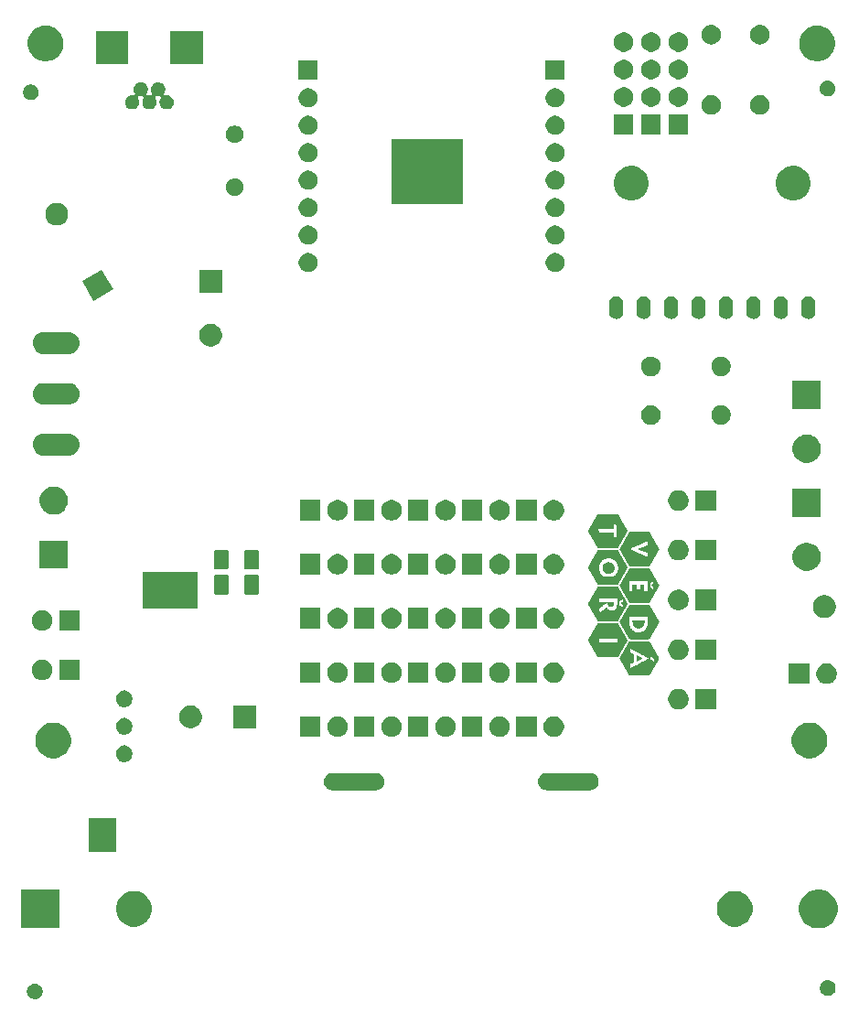
<source format=gbr>
G04 #@! TF.GenerationSoftware,KiCad,Pcbnew,(5.1.5)-3*
G04 #@! TF.CreationDate,2020-05-04T23:08:05+02:00*
G04 #@! TF.ProjectId,TrackRay_H01,54726163-6b52-4617-995f-4830312e6b69,rev?*
G04 #@! TF.SameCoordinates,Original*
G04 #@! TF.FileFunction,Soldermask,Top*
G04 #@! TF.FilePolarity,Negative*
%FSLAX46Y46*%
G04 Gerber Fmt 4.6, Leading zero omitted, Abs format (unit mm)*
G04 Created by KiCad (PCBNEW (5.1.5)-3) date 2020-05-04 23:08:05*
%MOMM*%
%LPD*%
G04 APERTURE LIST*
%ADD10C,0.100000*%
%ADD11C,0.010000*%
G04 APERTURE END LIST*
D10*
G36*
X42252900Y-18516600D02*
G01*
X35737800Y-18516600D01*
X35737800Y-12598400D01*
X42252900Y-12598400D01*
X42252900Y-18516600D01*
G37*
X42252900Y-18516600D02*
X35737800Y-18516600D01*
X35737800Y-12598400D01*
X42252900Y-12598400D01*
X42252900Y-18516600D01*
G36*
X10134600Y-78435200D02*
G01*
X7696200Y-78435200D01*
X7696200Y-75361800D01*
X10134600Y-75361800D01*
X10134600Y-78435200D01*
G37*
X10134600Y-78435200D02*
X7696200Y-78435200D01*
X7696200Y-75361800D01*
X10134600Y-75361800D01*
X10134600Y-78435200D01*
G36*
X17653000Y-55930800D02*
G01*
X12700000Y-55930800D01*
X12700000Y-52578000D01*
X17653000Y-52578000D01*
X17653000Y-55930800D01*
G37*
X17653000Y-55930800D02*
X12700000Y-55930800D01*
X12700000Y-52578000D01*
X17653000Y-52578000D01*
X17653000Y-55930800D01*
D11*
G36*
X57469730Y-58896985D02*
G01*
X57466767Y-58906777D01*
X57461233Y-58917213D01*
X57460520Y-58918393D01*
X57453205Y-58930946D01*
X57443943Y-58947569D01*
X57434707Y-58964718D01*
X57434485Y-58965140D01*
X57426234Y-58980129D01*
X57418735Y-58992593D01*
X57413425Y-59000163D01*
X57412872Y-59000765D01*
X57407856Y-59007511D01*
X57406869Y-59010593D01*
X57404769Y-59015629D01*
X57399091Y-59026251D01*
X57390771Y-59040766D01*
X57383297Y-59053290D01*
X57371975Y-59072347D01*
X57361014Y-59091455D01*
X57352046Y-59107743D01*
X57348560Y-59114447D01*
X57341461Y-59127832D01*
X57335008Y-59138695D01*
X57331835Y-59143153D01*
X57326905Y-59150278D01*
X57319826Y-59162162D01*
X57313802Y-59173121D01*
X57306001Y-59187376D01*
X57295506Y-59205927D01*
X57284045Y-59225737D01*
X57278474Y-59235197D01*
X57266256Y-59256021D01*
X57253239Y-59278570D01*
X57241596Y-59299068D01*
X57237816Y-59305836D01*
X57227595Y-59324048D01*
X57215048Y-59346081D01*
X57202203Y-59368385D01*
X57196252Y-59378615D01*
X57173873Y-59416943D01*
X57155568Y-59448350D01*
X57141071Y-59473296D01*
X57130115Y-59492243D01*
X57122434Y-59505650D01*
X57117763Y-59513978D01*
X57115836Y-59517687D01*
X57115751Y-59517953D01*
X57113718Y-59521925D01*
X57108270Y-59531537D01*
X57100384Y-59545080D01*
X57095877Y-59552718D01*
X57086159Y-59569219D01*
X57073663Y-59590591D01*
X57059874Y-59614285D01*
X57046282Y-59637747D01*
X57043880Y-59641905D01*
X57031085Y-59664063D01*
X57018410Y-59685996D01*
X57007128Y-59705499D01*
X56998513Y-59720371D01*
X56996844Y-59723247D01*
X56986588Y-59741116D01*
X56975715Y-59760370D01*
X56968986Y-59772480D01*
X56960782Y-59787000D01*
X56953053Y-59800018D01*
X56948785Y-59806729D01*
X56943527Y-59815146D01*
X56935499Y-59828757D01*
X56926054Y-59845252D01*
X56921243Y-59853822D01*
X56913285Y-59868067D01*
X56905707Y-59881548D01*
X56897807Y-59895492D01*
X56888882Y-59911129D01*
X56878229Y-59929687D01*
X56865144Y-59952394D01*
X56848927Y-59980481D01*
X56836349Y-60002243D01*
X56824061Y-60023650D01*
X56812526Y-60044020D01*
X56802802Y-60061466D01*
X56795946Y-60074100D01*
X56794355Y-60077163D01*
X56788304Y-60088444D01*
X56783551Y-60096156D01*
X56782134Y-60097847D01*
X56779334Y-60101968D01*
X56773168Y-60112095D01*
X56764478Y-60126774D01*
X56754106Y-60144554D01*
X56742892Y-60163981D01*
X56731680Y-60183605D01*
X56721311Y-60201973D01*
X56712626Y-60217632D01*
X56711411Y-60219859D01*
X56705523Y-60230104D01*
X56700032Y-60239124D01*
X56695166Y-60247264D01*
X56687339Y-60260783D01*
X56677759Y-60277584D01*
X56670474Y-60290498D01*
X56658341Y-60311853D01*
X56643914Y-60336868D01*
X56629320Y-60361870D01*
X56620545Y-60376720D01*
X56610153Y-60394559D01*
X56601605Y-60409927D01*
X56595755Y-60421240D01*
X56593458Y-60426911D01*
X56593452Y-60427024D01*
X56590896Y-60427612D01*
X56583088Y-60428157D01*
X56569822Y-60428659D01*
X56550892Y-60429118D01*
X56526091Y-60429537D01*
X56495212Y-60429916D01*
X56458049Y-60430257D01*
X56414394Y-60430559D01*
X56364041Y-60430826D01*
X56306784Y-60431057D01*
X56242415Y-60431254D01*
X56170728Y-60431417D01*
X56091516Y-60431549D01*
X56004573Y-60431649D01*
X55909692Y-60431720D01*
X55806666Y-60431762D01*
X55695288Y-60431776D01*
X54792678Y-60431776D01*
X54785605Y-60417862D01*
X54779272Y-60406104D01*
X54770814Y-60391254D01*
X54765666Y-60382543D01*
X54756110Y-60366136D01*
X54745648Y-60347427D01*
X54740023Y-60337010D01*
X54730569Y-60320080D01*
X54720111Y-60302700D01*
X54714217Y-60293577D01*
X54706965Y-60282268D01*
X54702234Y-60273813D01*
X54701189Y-60270971D01*
X54699085Y-60266030D01*
X54693487Y-60255772D01*
X54685464Y-60242125D01*
X54682550Y-60237343D01*
X54672178Y-60220111D01*
X54662140Y-60202839D01*
X54654435Y-60188973D01*
X54653788Y-60187751D01*
X54646878Y-60175198D01*
X54640795Y-60165138D01*
X54638657Y-60162064D01*
X54634076Y-60154907D01*
X54627361Y-60142972D01*
X54621641Y-60132096D01*
X54613300Y-60116776D01*
X54604634Y-60102452D01*
X54599756Y-60095302D01*
X54593390Y-60086033D01*
X54590033Y-60079720D01*
X54589879Y-60078971D01*
X54587815Y-60074349D01*
X54582154Y-60063810D01*
X54573693Y-60048786D01*
X54563226Y-60030708D01*
X54559911Y-60025067D01*
X54549009Y-60006363D01*
X54539880Y-59990286D01*
X54533320Y-59978273D01*
X54530126Y-59971756D01*
X54529943Y-59971097D01*
X54527409Y-59965669D01*
X54523952Y-59961187D01*
X54519118Y-59954274D01*
X54511798Y-59942155D01*
X54503431Y-59927232D01*
X54501940Y-59924461D01*
X54494067Y-59910106D01*
X54487549Y-59898900D01*
X54483550Y-59892825D01*
X54483096Y-59892352D01*
X54479784Y-59887666D01*
X54474017Y-59877642D01*
X54468195Y-59866665D01*
X54460113Y-59851543D01*
X54448920Y-59831431D01*
X54435952Y-59808655D01*
X54422547Y-59785540D01*
X54410042Y-59764412D01*
X54399775Y-59747598D01*
X54399269Y-59746793D01*
X54391570Y-59734089D01*
X54382507Y-59718487D01*
X54377954Y-59710404D01*
X54370799Y-59697633D01*
X54360863Y-59680058D01*
X54349630Y-59660297D01*
X54341573Y-59646187D01*
X54330326Y-59626474D01*
X54319307Y-59607061D01*
X54310000Y-59590567D01*
X54305192Y-59581969D01*
X54296512Y-59566735D01*
X54287696Y-59551873D01*
X54283803Y-59545580D01*
X54278531Y-59536869D01*
X54269983Y-59522295D01*
X54259077Y-59503458D01*
X54246734Y-59481957D01*
X54233871Y-59459394D01*
X54221409Y-59437369D01*
X54211270Y-59419286D01*
X54206121Y-59410605D01*
X54198571Y-59398470D01*
X54194834Y-59392614D01*
X54188112Y-59381560D01*
X54183898Y-59373442D01*
X54183171Y-59371151D01*
X54180944Y-59366091D01*
X54175147Y-59356269D01*
X54168187Y-59345548D01*
X54160369Y-59333548D01*
X54154947Y-59324481D01*
X54153203Y-59320659D01*
X54151200Y-59316403D01*
X54145792Y-59306328D01*
X54137875Y-59292019D01*
X54128348Y-59275059D01*
X54118108Y-59257031D01*
X54108054Y-59239519D01*
X54099083Y-59224107D01*
X54092093Y-59212378D01*
X54088967Y-59207370D01*
X54084698Y-59200100D01*
X54078224Y-59188315D01*
X54073561Y-59179542D01*
X54065108Y-59164522D01*
X54056170Y-59150281D01*
X54052117Y-59144509D01*
X54045624Y-59135247D01*
X54042102Y-59129045D01*
X54041893Y-59128235D01*
X54039835Y-59123865D01*
X54034117Y-59113336D01*
X54025422Y-59097865D01*
X54014437Y-59078673D01*
X54002664Y-59058381D01*
X53988769Y-59034448D01*
X53975199Y-59010848D01*
X53963033Y-58989472D01*
X53953349Y-58972212D01*
X53948491Y-58963345D01*
X53939397Y-58946801D01*
X53930268Y-58930820D01*
X53923502Y-58919548D01*
X53916528Y-58903493D01*
X53913715Y-58886008D01*
X53915413Y-58870485D01*
X53917841Y-58864879D01*
X53924962Y-58852886D01*
X53935038Y-58835651D01*
X53947132Y-58814801D01*
X53960308Y-58791969D01*
X53973629Y-58768782D01*
X53986157Y-58746873D01*
X53996955Y-58727870D01*
X54005087Y-58713403D01*
X54008892Y-58706476D01*
X54016071Y-58693367D01*
X54021966Y-58683137D01*
X54024844Y-58678649D01*
X54027838Y-58673868D01*
X54034414Y-58662801D01*
X54043907Y-58646597D01*
X54055652Y-58626406D01*
X54068983Y-58603376D01*
X54083237Y-58578657D01*
X54097747Y-58553397D01*
X54111848Y-58528745D01*
X54124876Y-58505851D01*
X54125210Y-58505263D01*
X54133936Y-58489960D01*
X54142367Y-58475309D01*
X54146953Y-58467428D01*
X54152329Y-58458274D01*
X54160894Y-58443689D01*
X54171502Y-58425627D01*
X54183007Y-58406039D01*
X54183852Y-58404600D01*
X54194788Y-58385677D01*
X54204240Y-58368761D01*
X54211279Y-58355554D01*
X54214975Y-58347758D01*
X54215170Y-58347204D01*
X54219942Y-58337327D01*
X54223274Y-58332972D01*
X54228086Y-58326496D01*
X54235196Y-58315150D01*
X54241574Y-58304049D01*
X54248314Y-58291945D01*
X54255865Y-58278609D01*
X54265062Y-58262588D01*
X54276740Y-58242427D01*
X54291737Y-58216673D01*
X54295709Y-58209864D01*
X54301839Y-58199172D01*
X54310540Y-58183765D01*
X54320243Y-58166426D01*
X54323466Y-58160631D01*
X54332488Y-58144660D01*
X54340447Y-58131071D01*
X54346097Y-58121975D01*
X54347513Y-58119960D01*
X54352416Y-58112485D01*
X54359163Y-58100777D01*
X54362666Y-58094274D01*
X54369573Y-58081645D01*
X54379206Y-58064699D01*
X54389848Y-58046436D01*
X54393569Y-58040165D01*
X54402591Y-58024622D01*
X54409636Y-58011692D01*
X54413722Y-58003218D01*
X54414352Y-58001142D01*
X54416786Y-57995101D01*
X54422643Y-57986422D01*
X54422676Y-57986380D01*
X54429118Y-57976997D01*
X54437494Y-57963245D01*
X54444682Y-57950483D01*
X54452608Y-57936401D01*
X54459758Y-57924693D01*
X54464185Y-57918410D01*
X54468957Y-57911495D01*
X54470007Y-57908443D01*
X54472069Y-57903783D01*
X54477730Y-57893186D01*
X54486205Y-57878070D01*
X54496710Y-57859850D01*
X54500650Y-57853125D01*
X54513469Y-57831261D01*
X54526325Y-57809222D01*
X54537802Y-57789442D01*
X54546485Y-57774356D01*
X54547151Y-57773188D01*
X54556398Y-57757012D01*
X54565280Y-57741557D01*
X54571754Y-57730377D01*
X54576839Y-57721575D01*
X54585220Y-57706977D01*
X54595953Y-57688226D01*
X54608097Y-57666968D01*
X54615883Y-57653316D01*
X54628578Y-57631107D01*
X54640600Y-57610184D01*
X54650961Y-57592261D01*
X54658673Y-57579049D01*
X54661605Y-57574115D01*
X54671542Y-57557459D01*
X54683492Y-57537144D01*
X54696226Y-57515285D01*
X54708519Y-57494000D01*
X54719144Y-57475402D01*
X54726875Y-57461610D01*
X54728004Y-57459545D01*
X54736809Y-57444068D01*
X54746735Y-57427641D01*
X54749488Y-57423290D01*
X54756171Y-57412459D01*
X54760379Y-57404811D01*
X54761125Y-57402824D01*
X54763171Y-57398299D01*
X54768610Y-57388356D01*
X54776391Y-57374896D01*
X54778922Y-57370630D01*
X54796719Y-57340793D01*
X56584283Y-57340793D01*
X56597615Y-57360547D01*
X56607368Y-57375902D01*
X56617947Y-57393895D01*
X56623746Y-57404429D01*
X56625619Y-57407850D01*
X56625619Y-58663665D01*
X54838185Y-58663665D01*
X54838185Y-58676759D01*
X54838582Y-58683584D01*
X54839719Y-58698033D01*
X54841516Y-58719206D01*
X54843892Y-58746206D01*
X54846769Y-58778132D01*
X54850065Y-58814087D01*
X54853701Y-58853170D01*
X54857450Y-58892941D01*
X54861319Y-58933816D01*
X54864929Y-58972119D01*
X54868200Y-59007000D01*
X54871054Y-59037609D01*
X54873411Y-59063096D01*
X54875193Y-59082611D01*
X54876321Y-59095304D01*
X54876715Y-59100324D01*
X54876715Y-59100326D01*
X54880996Y-59100899D01*
X54893834Y-59101431D01*
X54915226Y-59101923D01*
X54945167Y-59102373D01*
X54983654Y-59102782D01*
X55030681Y-59103151D01*
X55086244Y-59103478D01*
X55150340Y-59103764D01*
X55222964Y-59104009D01*
X55304112Y-59104213D01*
X55393779Y-59104376D01*
X55491961Y-59104498D01*
X55598654Y-59104579D01*
X55713853Y-59104618D01*
X55769333Y-59104622D01*
X56661950Y-59104622D01*
X56662100Y-59094990D01*
X56661767Y-59088913D01*
X56660756Y-59075170D01*
X56659137Y-59054621D01*
X56656981Y-59028130D01*
X56654359Y-58996558D01*
X56651342Y-58960768D01*
X56648002Y-58921622D01*
X56644410Y-58879982D01*
X56643935Y-58874511D01*
X56625619Y-58663665D01*
X56625619Y-57407850D01*
X56630645Y-57417033D01*
X56640701Y-57434888D01*
X56652707Y-57455876D01*
X56665458Y-57477879D01*
X56669161Y-57484211D01*
X56681227Y-57504856D01*
X56692284Y-57523874D01*
X56701350Y-57539569D01*
X56707443Y-57550247D01*
X56708815Y-57552709D01*
X56715534Y-57564338D01*
X56724119Y-57578415D01*
X56727433Y-57583663D01*
X56734072Y-57594372D01*
X56738261Y-57601750D01*
X56739011Y-57603552D01*
X56741076Y-57607618D01*
X56746833Y-57617917D01*
X56755629Y-57633306D01*
X56766809Y-57652642D01*
X56779719Y-57674780D01*
X56782005Y-57678683D01*
X56795379Y-57701628D01*
X56807342Y-57722397D01*
X56817181Y-57739729D01*
X56824181Y-57752365D01*
X56827628Y-57759046D01*
X56827774Y-57759400D01*
X56831879Y-57767213D01*
X56839017Y-57778375D01*
X56842575Y-57783463D01*
X56849647Y-57793962D01*
X56853971Y-57801693D01*
X56854602Y-57803697D01*
X56856673Y-57808589D01*
X56862293Y-57819186D01*
X56870578Y-57833870D01*
X56879479Y-57849077D01*
X56892832Y-57871758D01*
X56907676Y-57897324D01*
X56921624Y-57921649D01*
X56927252Y-57931590D01*
X56937737Y-57950068D01*
X56947701Y-57967376D01*
X56955780Y-57981153D01*
X56959464Y-57987245D01*
X56966650Y-57999165D01*
X56977077Y-58016947D01*
X56989814Y-58038976D01*
X57003931Y-58063639D01*
X57018497Y-58089321D01*
X57024901Y-58100695D01*
X57034348Y-58117339D01*
X57045828Y-58137318D01*
X57057021Y-58156596D01*
X57058129Y-58158491D01*
X57069346Y-58177897D01*
X57082253Y-58200598D01*
X57094450Y-58222366D01*
X57097009Y-58226989D01*
X57106242Y-58243429D01*
X57114430Y-58257485D01*
X57120379Y-58267133D01*
X57122243Y-58269800D01*
X57126996Y-58276874D01*
X57134071Y-58288671D01*
X57140341Y-58299768D01*
X57165385Y-58344667D01*
X57193170Y-58393325D01*
X57209265Y-58421048D01*
X57218465Y-58436931D01*
X57225788Y-58449820D01*
X57230319Y-58458095D01*
X57231342Y-58460275D01*
X57233508Y-58464302D01*
X57239162Y-58473404D01*
X57246326Y-58484456D01*
X57254114Y-58496810D01*
X57259532Y-58506416D01*
X57261310Y-58510816D01*
X57263563Y-58516125D01*
X57269338Y-58525827D01*
X57274153Y-58533090D01*
X57281380Y-58544102D01*
X57286038Y-58552178D01*
X57286997Y-58554673D01*
X57289068Y-58559384D01*
X57294631Y-58569634D01*
X57302706Y-58583659D01*
X57307918Y-58592432D01*
X57318852Y-58610990D01*
X57329634Y-58629878D01*
X57338401Y-58645813D01*
X57340495Y-58649788D01*
X57347287Y-58662215D01*
X57352885Y-58671231D01*
X57355495Y-58674368D01*
X57359124Y-58679037D01*
X57365075Y-58688998D01*
X57370417Y-58698948D01*
X57378419Y-58713922D01*
X57386367Y-58727875D01*
X57390311Y-58734304D01*
X57395169Y-58742280D01*
X57403315Y-58756177D01*
X57413856Y-58774445D01*
X57425896Y-58795536D01*
X57434857Y-58811364D01*
X57449515Y-58837790D01*
X57460014Y-58858241D01*
X57466671Y-58874041D01*
X57469804Y-58886515D01*
X57469730Y-58896985D01*
G37*
X57469730Y-58896985D02*
X57466767Y-58906777D01*
X57461233Y-58917213D01*
X57460520Y-58918393D01*
X57453205Y-58930946D01*
X57443943Y-58947569D01*
X57434707Y-58964718D01*
X57434485Y-58965140D01*
X57426234Y-58980129D01*
X57418735Y-58992593D01*
X57413425Y-59000163D01*
X57412872Y-59000765D01*
X57407856Y-59007511D01*
X57406869Y-59010593D01*
X57404769Y-59015629D01*
X57399091Y-59026251D01*
X57390771Y-59040766D01*
X57383297Y-59053290D01*
X57371975Y-59072347D01*
X57361014Y-59091455D01*
X57352046Y-59107743D01*
X57348560Y-59114447D01*
X57341461Y-59127832D01*
X57335008Y-59138695D01*
X57331835Y-59143153D01*
X57326905Y-59150278D01*
X57319826Y-59162162D01*
X57313802Y-59173121D01*
X57306001Y-59187376D01*
X57295506Y-59205927D01*
X57284045Y-59225737D01*
X57278474Y-59235197D01*
X57266256Y-59256021D01*
X57253239Y-59278570D01*
X57241596Y-59299068D01*
X57237816Y-59305836D01*
X57227595Y-59324048D01*
X57215048Y-59346081D01*
X57202203Y-59368385D01*
X57196252Y-59378615D01*
X57173873Y-59416943D01*
X57155568Y-59448350D01*
X57141071Y-59473296D01*
X57130115Y-59492243D01*
X57122434Y-59505650D01*
X57117763Y-59513978D01*
X57115836Y-59517687D01*
X57115751Y-59517953D01*
X57113718Y-59521925D01*
X57108270Y-59531537D01*
X57100384Y-59545080D01*
X57095877Y-59552718D01*
X57086159Y-59569219D01*
X57073663Y-59590591D01*
X57059874Y-59614285D01*
X57046282Y-59637747D01*
X57043880Y-59641905D01*
X57031085Y-59664063D01*
X57018410Y-59685996D01*
X57007128Y-59705499D01*
X56998513Y-59720371D01*
X56996844Y-59723247D01*
X56986588Y-59741116D01*
X56975715Y-59760370D01*
X56968986Y-59772480D01*
X56960782Y-59787000D01*
X56953053Y-59800018D01*
X56948785Y-59806729D01*
X56943527Y-59815146D01*
X56935499Y-59828757D01*
X56926054Y-59845252D01*
X56921243Y-59853822D01*
X56913285Y-59868067D01*
X56905707Y-59881548D01*
X56897807Y-59895492D01*
X56888882Y-59911129D01*
X56878229Y-59929687D01*
X56865144Y-59952394D01*
X56848927Y-59980481D01*
X56836349Y-60002243D01*
X56824061Y-60023650D01*
X56812526Y-60044020D01*
X56802802Y-60061466D01*
X56795946Y-60074100D01*
X56794355Y-60077163D01*
X56788304Y-60088444D01*
X56783551Y-60096156D01*
X56782134Y-60097847D01*
X56779334Y-60101968D01*
X56773168Y-60112095D01*
X56764478Y-60126774D01*
X56754106Y-60144554D01*
X56742892Y-60163981D01*
X56731680Y-60183605D01*
X56721311Y-60201973D01*
X56712626Y-60217632D01*
X56711411Y-60219859D01*
X56705523Y-60230104D01*
X56700032Y-60239124D01*
X56695166Y-60247264D01*
X56687339Y-60260783D01*
X56677759Y-60277584D01*
X56670474Y-60290498D01*
X56658341Y-60311853D01*
X56643914Y-60336868D01*
X56629320Y-60361870D01*
X56620545Y-60376720D01*
X56610153Y-60394559D01*
X56601605Y-60409927D01*
X56595755Y-60421240D01*
X56593458Y-60426911D01*
X56593452Y-60427024D01*
X56590896Y-60427612D01*
X56583088Y-60428157D01*
X56569822Y-60428659D01*
X56550892Y-60429118D01*
X56526091Y-60429537D01*
X56495212Y-60429916D01*
X56458049Y-60430257D01*
X56414394Y-60430559D01*
X56364041Y-60430826D01*
X56306784Y-60431057D01*
X56242415Y-60431254D01*
X56170728Y-60431417D01*
X56091516Y-60431549D01*
X56004573Y-60431649D01*
X55909692Y-60431720D01*
X55806666Y-60431762D01*
X55695288Y-60431776D01*
X54792678Y-60431776D01*
X54785605Y-60417862D01*
X54779272Y-60406104D01*
X54770814Y-60391254D01*
X54765666Y-60382543D01*
X54756110Y-60366136D01*
X54745648Y-60347427D01*
X54740023Y-60337010D01*
X54730569Y-60320080D01*
X54720111Y-60302700D01*
X54714217Y-60293577D01*
X54706965Y-60282268D01*
X54702234Y-60273813D01*
X54701189Y-60270971D01*
X54699085Y-60266030D01*
X54693487Y-60255772D01*
X54685464Y-60242125D01*
X54682550Y-60237343D01*
X54672178Y-60220111D01*
X54662140Y-60202839D01*
X54654435Y-60188973D01*
X54653788Y-60187751D01*
X54646878Y-60175198D01*
X54640795Y-60165138D01*
X54638657Y-60162064D01*
X54634076Y-60154907D01*
X54627361Y-60142972D01*
X54621641Y-60132096D01*
X54613300Y-60116776D01*
X54604634Y-60102452D01*
X54599756Y-60095302D01*
X54593390Y-60086033D01*
X54590033Y-60079720D01*
X54589879Y-60078971D01*
X54587815Y-60074349D01*
X54582154Y-60063810D01*
X54573693Y-60048786D01*
X54563226Y-60030708D01*
X54559911Y-60025067D01*
X54549009Y-60006363D01*
X54539880Y-59990286D01*
X54533320Y-59978273D01*
X54530126Y-59971756D01*
X54529943Y-59971097D01*
X54527409Y-59965669D01*
X54523952Y-59961187D01*
X54519118Y-59954274D01*
X54511798Y-59942155D01*
X54503431Y-59927232D01*
X54501940Y-59924461D01*
X54494067Y-59910106D01*
X54487549Y-59898900D01*
X54483550Y-59892825D01*
X54483096Y-59892352D01*
X54479784Y-59887666D01*
X54474017Y-59877642D01*
X54468195Y-59866665D01*
X54460113Y-59851543D01*
X54448920Y-59831431D01*
X54435952Y-59808655D01*
X54422547Y-59785540D01*
X54410042Y-59764412D01*
X54399775Y-59747598D01*
X54399269Y-59746793D01*
X54391570Y-59734089D01*
X54382507Y-59718487D01*
X54377954Y-59710404D01*
X54370799Y-59697633D01*
X54360863Y-59680058D01*
X54349630Y-59660297D01*
X54341573Y-59646187D01*
X54330326Y-59626474D01*
X54319307Y-59607061D01*
X54310000Y-59590567D01*
X54305192Y-59581969D01*
X54296512Y-59566735D01*
X54287696Y-59551873D01*
X54283803Y-59545580D01*
X54278531Y-59536869D01*
X54269983Y-59522295D01*
X54259077Y-59503458D01*
X54246734Y-59481957D01*
X54233871Y-59459394D01*
X54221409Y-59437369D01*
X54211270Y-59419286D01*
X54206121Y-59410605D01*
X54198571Y-59398470D01*
X54194834Y-59392614D01*
X54188112Y-59381560D01*
X54183898Y-59373442D01*
X54183171Y-59371151D01*
X54180944Y-59366091D01*
X54175147Y-59356269D01*
X54168187Y-59345548D01*
X54160369Y-59333548D01*
X54154947Y-59324481D01*
X54153203Y-59320659D01*
X54151200Y-59316403D01*
X54145792Y-59306328D01*
X54137875Y-59292019D01*
X54128348Y-59275059D01*
X54118108Y-59257031D01*
X54108054Y-59239519D01*
X54099083Y-59224107D01*
X54092093Y-59212378D01*
X54088967Y-59207370D01*
X54084698Y-59200100D01*
X54078224Y-59188315D01*
X54073561Y-59179542D01*
X54065108Y-59164522D01*
X54056170Y-59150281D01*
X54052117Y-59144509D01*
X54045624Y-59135247D01*
X54042102Y-59129045D01*
X54041893Y-59128235D01*
X54039835Y-59123865D01*
X54034117Y-59113336D01*
X54025422Y-59097865D01*
X54014437Y-59078673D01*
X54002664Y-59058381D01*
X53988769Y-59034448D01*
X53975199Y-59010848D01*
X53963033Y-58989472D01*
X53953349Y-58972212D01*
X53948491Y-58963345D01*
X53939397Y-58946801D01*
X53930268Y-58930820D01*
X53923502Y-58919548D01*
X53916528Y-58903493D01*
X53913715Y-58886008D01*
X53915413Y-58870485D01*
X53917841Y-58864879D01*
X53924962Y-58852886D01*
X53935038Y-58835651D01*
X53947132Y-58814801D01*
X53960308Y-58791969D01*
X53973629Y-58768782D01*
X53986157Y-58746873D01*
X53996955Y-58727870D01*
X54005087Y-58713403D01*
X54008892Y-58706476D01*
X54016071Y-58693367D01*
X54021966Y-58683137D01*
X54024844Y-58678649D01*
X54027838Y-58673868D01*
X54034414Y-58662801D01*
X54043907Y-58646597D01*
X54055652Y-58626406D01*
X54068983Y-58603376D01*
X54083237Y-58578657D01*
X54097747Y-58553397D01*
X54111848Y-58528745D01*
X54124876Y-58505851D01*
X54125210Y-58505263D01*
X54133936Y-58489960D01*
X54142367Y-58475309D01*
X54146953Y-58467428D01*
X54152329Y-58458274D01*
X54160894Y-58443689D01*
X54171502Y-58425627D01*
X54183007Y-58406039D01*
X54183852Y-58404600D01*
X54194788Y-58385677D01*
X54204240Y-58368761D01*
X54211279Y-58355554D01*
X54214975Y-58347758D01*
X54215170Y-58347204D01*
X54219942Y-58337327D01*
X54223274Y-58332972D01*
X54228086Y-58326496D01*
X54235196Y-58315150D01*
X54241574Y-58304049D01*
X54248314Y-58291945D01*
X54255865Y-58278609D01*
X54265062Y-58262588D01*
X54276740Y-58242427D01*
X54291737Y-58216673D01*
X54295709Y-58209864D01*
X54301839Y-58199172D01*
X54310540Y-58183765D01*
X54320243Y-58166426D01*
X54323466Y-58160631D01*
X54332488Y-58144660D01*
X54340447Y-58131071D01*
X54346097Y-58121975D01*
X54347513Y-58119960D01*
X54352416Y-58112485D01*
X54359163Y-58100777D01*
X54362666Y-58094274D01*
X54369573Y-58081645D01*
X54379206Y-58064699D01*
X54389848Y-58046436D01*
X54393569Y-58040165D01*
X54402591Y-58024622D01*
X54409636Y-58011692D01*
X54413722Y-58003218D01*
X54414352Y-58001142D01*
X54416786Y-57995101D01*
X54422643Y-57986422D01*
X54422676Y-57986380D01*
X54429118Y-57976997D01*
X54437494Y-57963245D01*
X54444682Y-57950483D01*
X54452608Y-57936401D01*
X54459758Y-57924693D01*
X54464185Y-57918410D01*
X54468957Y-57911495D01*
X54470007Y-57908443D01*
X54472069Y-57903783D01*
X54477730Y-57893186D01*
X54486205Y-57878070D01*
X54496710Y-57859850D01*
X54500650Y-57853125D01*
X54513469Y-57831261D01*
X54526325Y-57809222D01*
X54537802Y-57789442D01*
X54546485Y-57774356D01*
X54547151Y-57773188D01*
X54556398Y-57757012D01*
X54565280Y-57741557D01*
X54571754Y-57730377D01*
X54576839Y-57721575D01*
X54585220Y-57706977D01*
X54595953Y-57688226D01*
X54608097Y-57666968D01*
X54615883Y-57653316D01*
X54628578Y-57631107D01*
X54640600Y-57610184D01*
X54650961Y-57592261D01*
X54658673Y-57579049D01*
X54661605Y-57574115D01*
X54671542Y-57557459D01*
X54683492Y-57537144D01*
X54696226Y-57515285D01*
X54708519Y-57494000D01*
X54719144Y-57475402D01*
X54726875Y-57461610D01*
X54728004Y-57459545D01*
X54736809Y-57444068D01*
X54746735Y-57427641D01*
X54749488Y-57423290D01*
X54756171Y-57412459D01*
X54760379Y-57404811D01*
X54761125Y-57402824D01*
X54763171Y-57398299D01*
X54768610Y-57388356D01*
X54776391Y-57374896D01*
X54778922Y-57370630D01*
X54796719Y-57340793D01*
X56584283Y-57340793D01*
X56597615Y-57360547D01*
X56607368Y-57375902D01*
X56617947Y-57393895D01*
X56623746Y-57404429D01*
X56625619Y-57407850D01*
X56625619Y-58663665D01*
X54838185Y-58663665D01*
X54838185Y-58676759D01*
X54838582Y-58683584D01*
X54839719Y-58698033D01*
X54841516Y-58719206D01*
X54843892Y-58746206D01*
X54846769Y-58778132D01*
X54850065Y-58814087D01*
X54853701Y-58853170D01*
X54857450Y-58892941D01*
X54861319Y-58933816D01*
X54864929Y-58972119D01*
X54868200Y-59007000D01*
X54871054Y-59037609D01*
X54873411Y-59063096D01*
X54875193Y-59082611D01*
X54876321Y-59095304D01*
X54876715Y-59100324D01*
X54876715Y-59100326D01*
X54880996Y-59100899D01*
X54893834Y-59101431D01*
X54915226Y-59101923D01*
X54945167Y-59102373D01*
X54983654Y-59102782D01*
X55030681Y-59103151D01*
X55086244Y-59103478D01*
X55150340Y-59103764D01*
X55222964Y-59104009D01*
X55304112Y-59104213D01*
X55393779Y-59104376D01*
X55491961Y-59104498D01*
X55598654Y-59104579D01*
X55713853Y-59104618D01*
X55769333Y-59104622D01*
X56661950Y-59104622D01*
X56662100Y-59094990D01*
X56661767Y-59088913D01*
X56660756Y-59075170D01*
X56659137Y-59054621D01*
X56656981Y-59028130D01*
X56654359Y-58996558D01*
X56651342Y-58960768D01*
X56648002Y-58921622D01*
X56644410Y-58879982D01*
X56643935Y-58874511D01*
X56625619Y-58663665D01*
X56625619Y-57407850D01*
X56630645Y-57417033D01*
X56640701Y-57434888D01*
X56652707Y-57455876D01*
X56665458Y-57477879D01*
X56669161Y-57484211D01*
X56681227Y-57504856D01*
X56692284Y-57523874D01*
X56701350Y-57539569D01*
X56707443Y-57550247D01*
X56708815Y-57552709D01*
X56715534Y-57564338D01*
X56724119Y-57578415D01*
X56727433Y-57583663D01*
X56734072Y-57594372D01*
X56738261Y-57601750D01*
X56739011Y-57603552D01*
X56741076Y-57607618D01*
X56746833Y-57617917D01*
X56755629Y-57633306D01*
X56766809Y-57652642D01*
X56779719Y-57674780D01*
X56782005Y-57678683D01*
X56795379Y-57701628D01*
X56807342Y-57722397D01*
X56817181Y-57739729D01*
X56824181Y-57752365D01*
X56827628Y-57759046D01*
X56827774Y-57759400D01*
X56831879Y-57767213D01*
X56839017Y-57778375D01*
X56842575Y-57783463D01*
X56849647Y-57793962D01*
X56853971Y-57801693D01*
X56854602Y-57803697D01*
X56856673Y-57808589D01*
X56862293Y-57819186D01*
X56870578Y-57833870D01*
X56879479Y-57849077D01*
X56892832Y-57871758D01*
X56907676Y-57897324D01*
X56921624Y-57921649D01*
X56927252Y-57931590D01*
X56937737Y-57950068D01*
X56947701Y-57967376D01*
X56955780Y-57981153D01*
X56959464Y-57987245D01*
X56966650Y-57999165D01*
X56977077Y-58016947D01*
X56989814Y-58038976D01*
X57003931Y-58063639D01*
X57018497Y-58089321D01*
X57024901Y-58100695D01*
X57034348Y-58117339D01*
X57045828Y-58137318D01*
X57057021Y-58156596D01*
X57058129Y-58158491D01*
X57069346Y-58177897D01*
X57082253Y-58200598D01*
X57094450Y-58222366D01*
X57097009Y-58226989D01*
X57106242Y-58243429D01*
X57114430Y-58257485D01*
X57120379Y-58267133D01*
X57122243Y-58269800D01*
X57126996Y-58276874D01*
X57134071Y-58288671D01*
X57140341Y-58299768D01*
X57165385Y-58344667D01*
X57193170Y-58393325D01*
X57209265Y-58421048D01*
X57218465Y-58436931D01*
X57225788Y-58449820D01*
X57230319Y-58458095D01*
X57231342Y-58460275D01*
X57233508Y-58464302D01*
X57239162Y-58473404D01*
X57246326Y-58484456D01*
X57254114Y-58496810D01*
X57259532Y-58506416D01*
X57261310Y-58510816D01*
X57263563Y-58516125D01*
X57269338Y-58525827D01*
X57274153Y-58533090D01*
X57281380Y-58544102D01*
X57286038Y-58552178D01*
X57286997Y-58554673D01*
X57289068Y-58559384D01*
X57294631Y-58569634D01*
X57302706Y-58583659D01*
X57307918Y-58592432D01*
X57318852Y-58610990D01*
X57329634Y-58629878D01*
X57338401Y-58645813D01*
X57340495Y-58649788D01*
X57347287Y-58662215D01*
X57352885Y-58671231D01*
X57355495Y-58674368D01*
X57359124Y-58679037D01*
X57365075Y-58688998D01*
X57370417Y-58698948D01*
X57378419Y-58713922D01*
X57386367Y-58727875D01*
X57390311Y-58734304D01*
X57395169Y-58742280D01*
X57403315Y-58756177D01*
X57413856Y-58774445D01*
X57425896Y-58795536D01*
X57434857Y-58811364D01*
X57449515Y-58837790D01*
X57460014Y-58858241D01*
X57466671Y-58874041D01*
X57469804Y-58886515D01*
X57469730Y-58896985D01*
G36*
X60397301Y-50466574D02*
G01*
X60391469Y-50479053D01*
X60382513Y-50496481D01*
X60371063Y-50517655D01*
X60357745Y-50541370D01*
X60351628Y-50551999D01*
X60336586Y-50577985D01*
X60321962Y-50603316D01*
X60308663Y-50626412D01*
X60297601Y-50645693D01*
X60289683Y-50659581D01*
X60288194Y-50662216D01*
X60281178Y-50674528D01*
X60270777Y-50692598D01*
X60257937Y-50714792D01*
X60243600Y-50739481D01*
X60228711Y-50765032D01*
X60226278Y-50769198D01*
X60211726Y-50794185D01*
X60197898Y-50818065D01*
X60185650Y-50839350D01*
X60175840Y-50856550D01*
X60169323Y-50868176D01*
X60168433Y-50869805D01*
X60162157Y-50881077D01*
X60152609Y-50897824D01*
X60140876Y-50918154D01*
X60128049Y-50940173D01*
X60121844Y-50950751D01*
X60110027Y-50971031D01*
X60099915Y-50988730D01*
X60092242Y-51002537D01*
X60087740Y-51011143D01*
X60086862Y-51013321D01*
X60084460Y-51018527D01*
X60078667Y-51026813D01*
X60078512Y-51027011D01*
X60071868Y-51036713D01*
X60063569Y-51050497D01*
X60057889Y-51060767D01*
X60050168Y-51074935D01*
X60039819Y-51093406D01*
X60028568Y-51113111D01*
X60023428Y-51121982D01*
X60014214Y-51137896D01*
X60006870Y-51150781D01*
X60002301Y-51159035D01*
X60001239Y-51161209D01*
X59999077Y-51165087D01*
X59993432Y-51174074D01*
X59986255Y-51185114D01*
X59978466Y-51197476D01*
X59973048Y-51207100D01*
X59971271Y-51211519D01*
X59969164Y-51216314D01*
X59963377Y-51226990D01*
X59954708Y-51242130D01*
X59943959Y-51260319D01*
X59939776Y-51267271D01*
X59916092Y-51306896D01*
X59893982Y-51344756D01*
X59874568Y-51378911D01*
X59862001Y-51401764D01*
X59855158Y-51414161D01*
X59845298Y-51431628D01*
X59833228Y-51452775D01*
X59819752Y-51476214D01*
X59805677Y-51500554D01*
X59791808Y-51524407D01*
X59778950Y-51546383D01*
X59767910Y-51565092D01*
X59759492Y-51579146D01*
X59754504Y-51587154D01*
X59754492Y-51587172D01*
X59748247Y-51597135D01*
X59744687Y-51603932D01*
X59744371Y-51605073D01*
X59742292Y-51609508D01*
X59736568Y-51619926D01*
X59727966Y-51634973D01*
X59717255Y-51653295D01*
X59711719Y-51662638D01*
X59697986Y-51685906D01*
X59683785Y-51710285D01*
X59670666Y-51733095D01*
X59660180Y-51751653D01*
X59658929Y-51753906D01*
X59652664Y-51765159D01*
X59645634Y-51777638D01*
X59637387Y-51792126D01*
X59627471Y-51809405D01*
X59615435Y-51830259D01*
X59600827Y-51855469D01*
X59583196Y-51885819D01*
X59562090Y-51922090D01*
X59540358Y-51959401D01*
X59530935Y-51975830D01*
X59523019Y-51990104D01*
X59517724Y-52000192D01*
X59516307Y-52003282D01*
X59515673Y-52004146D01*
X59514228Y-52004941D01*
X59511630Y-52005670D01*
X59507537Y-52006336D01*
X59501607Y-52006941D01*
X59493501Y-52007489D01*
X59482875Y-52007983D01*
X59469388Y-52008424D01*
X59452700Y-52008817D01*
X59432467Y-52009163D01*
X59408350Y-52009466D01*
X59380005Y-52009729D01*
X59347093Y-52009955D01*
X59309270Y-52010146D01*
X59266196Y-52010305D01*
X59217529Y-52010435D01*
X59162928Y-52010538D01*
X59102051Y-52010619D01*
X59034556Y-52010679D01*
X58960103Y-52010722D01*
X58878349Y-52010750D01*
X58788953Y-52010766D01*
X58691573Y-52010773D01*
X58619065Y-52010774D01*
X58515942Y-52010772D01*
X58421040Y-52010762D01*
X58334017Y-52010743D01*
X58254533Y-52010711D01*
X58182245Y-52010663D01*
X58116813Y-52010597D01*
X58057895Y-52010510D01*
X58005149Y-52010398D01*
X57958234Y-52010260D01*
X57916809Y-52010092D01*
X57880533Y-52009891D01*
X57849063Y-52009654D01*
X57822059Y-52009379D01*
X57799180Y-52009063D01*
X57780083Y-52008703D01*
X57764427Y-52008296D01*
X57751872Y-52007839D01*
X57742075Y-52007330D01*
X57734696Y-52006765D01*
X57729392Y-52006142D01*
X57725823Y-52005457D01*
X57723647Y-52004709D01*
X57722523Y-52003893D01*
X57722180Y-52003282D01*
X57720469Y-51999079D01*
X57717191Y-51992432D01*
X57711857Y-51982455D01*
X57703978Y-51968265D01*
X57693066Y-51948977D01*
X57678633Y-51923705D01*
X57668018Y-51905196D01*
X57659278Y-51889819D01*
X57652210Y-51877102D01*
X57647887Y-51868986D01*
X57647124Y-51867356D01*
X57643191Y-51860581D01*
X57640255Y-51856653D01*
X57635512Y-51849523D01*
X57628595Y-51837632D01*
X57622663Y-51826685D01*
X57613643Y-51810510D01*
X57603867Y-51794488D01*
X57598493Y-51786443D01*
X57591538Y-51776020D01*
X57587291Y-51768509D01*
X57586677Y-51766662D01*
X57584634Y-51762008D01*
X57579044Y-51751456D01*
X57570715Y-51736481D01*
X57560455Y-51718557D01*
X57558307Y-51714860D01*
X57536408Y-51677237D01*
X57518393Y-51646246D01*
X57503825Y-51621129D01*
X57492264Y-51601128D01*
X57483272Y-51585485D01*
X57476411Y-51573440D01*
X57471966Y-51565536D01*
X57465722Y-51554534D01*
X57456335Y-51538226D01*
X57445005Y-51518687D01*
X57432931Y-51497991D01*
X57431119Y-51494897D01*
X57418851Y-51473797D01*
X57406996Y-51453125D01*
X57396819Y-51435107D01*
X57389586Y-51421965D01*
X57388975Y-51420819D01*
X57382938Y-51409876D01*
X57373451Y-51393207D01*
X57361452Y-51372436D01*
X57347880Y-51349189D01*
X57334104Y-51325816D01*
X57320927Y-51303419D01*
X57309393Y-51283523D01*
X57300169Y-51267303D01*
X57293920Y-51255931D01*
X57291314Y-51250583D01*
X57291278Y-51250392D01*
X57288758Y-51244969D01*
X57285343Y-51240506D01*
X57280182Y-51233193D01*
X57272899Y-51221176D01*
X57266779Y-51210201D01*
X57258890Y-51195819D01*
X57248415Y-51177162D01*
X57237105Y-51157341D01*
X57232043Y-51148581D01*
X57222860Y-51132659D01*
X57215541Y-51119771D01*
X57210990Y-51111520D01*
X57209936Y-51109354D01*
X57207774Y-51105476D01*
X57202129Y-51096489D01*
X57194952Y-51085449D01*
X57187145Y-51072940D01*
X57181725Y-51063006D01*
X57179968Y-51058261D01*
X57177726Y-51052604D01*
X57171890Y-51042332D01*
X57164984Y-51031576D01*
X57157189Y-51019754D01*
X57151770Y-51011065D01*
X57150000Y-51007649D01*
X57147942Y-51003605D01*
X57142215Y-50993354D01*
X57133490Y-50978073D01*
X57122439Y-50958937D01*
X57109732Y-50937119D01*
X57109330Y-50936432D01*
X57096576Y-50914515D01*
X57085460Y-50895205D01*
X57076654Y-50879685D01*
X57070830Y-50869140D01*
X57068660Y-50864757D01*
X57068659Y-50864735D01*
X57066612Y-50860242D01*
X57061255Y-50850585D01*
X57054069Y-50838388D01*
X57044821Y-50822886D01*
X57032820Y-50802530D01*
X57019013Y-50778949D01*
X57004345Y-50753771D01*
X56989763Y-50728627D01*
X56976213Y-50705145D01*
X56964640Y-50684956D01*
X56955992Y-50669689D01*
X56953030Y-50664356D01*
X56946073Y-50651890D01*
X56936092Y-50634298D01*
X56923939Y-50613053D01*
X56910465Y-50589627D01*
X56896523Y-50565494D01*
X56882964Y-50542126D01*
X56870640Y-50520996D01*
X56860403Y-50503577D01*
X56853105Y-50491342D01*
X56850719Y-50487462D01*
X56845374Y-50477454D01*
X56842833Y-50467608D01*
X56843444Y-50456641D01*
X56847558Y-50443273D01*
X56855523Y-50426222D01*
X56867688Y-50404208D01*
X56878339Y-50386082D01*
X56890838Y-50365003D01*
X56902136Y-50345782D01*
X56911343Y-50329944D01*
X56917572Y-50319012D01*
X56919509Y-50315443D01*
X56924840Y-50305791D01*
X56932669Y-50292466D01*
X56938230Y-50283335D01*
X56946862Y-50269000D01*
X56954632Y-50255457D01*
X56958066Y-50249086D01*
X56962592Y-50240758D01*
X56970452Y-50226793D01*
X56980651Y-50208938D01*
X56992195Y-50188943D01*
X56995807Y-50182728D01*
X57008281Y-50161182D01*
X57020407Y-50140036D01*
X57030940Y-50121473D01*
X57038637Y-50107674D01*
X57039732Y-50105667D01*
X57047498Y-50092007D01*
X57054539Y-50080724D01*
X57058442Y-50075362D01*
X57063263Y-50068928D01*
X57064378Y-50066344D01*
X57066403Y-50061930D01*
X57071870Y-50051802D01*
X57079865Y-50037621D01*
X57086571Y-50026010D01*
X57129161Y-49951808D01*
X57149240Y-49915950D01*
X57157657Y-49901020D01*
X57168179Y-49882705D01*
X57179718Y-49862859D01*
X57191187Y-49843335D01*
X57201495Y-49825989D01*
X57209555Y-49812675D01*
X57213776Y-49805988D01*
X57219356Y-49796786D01*
X57227135Y-49782947D01*
X57235429Y-49767467D01*
X57235434Y-49767457D01*
X57243771Y-49751970D01*
X57251654Y-49738125D01*
X57257372Y-49728927D01*
X57261509Y-49722295D01*
X57269180Y-49709374D01*
X57279707Y-49691329D01*
X57292413Y-49669328D01*
X57306621Y-49644535D01*
X57317076Y-49626180D01*
X57333608Y-49597151D01*
X57350653Y-49567340D01*
X57367142Y-49538611D01*
X57382005Y-49512824D01*
X57394171Y-49491844D01*
X57398226Y-49484902D01*
X57410562Y-49463720D01*
X57422781Y-49442513D01*
X57433465Y-49423751D01*
X57441158Y-49409982D01*
X57449657Y-49395102D01*
X57457790Y-49381894D01*
X57463161Y-49374086D01*
X57468861Y-49365259D01*
X57471086Y-49359044D01*
X57473334Y-49353168D01*
X57479184Y-49342732D01*
X57486070Y-49331963D01*
X57493866Y-49320138D01*
X57499285Y-49311442D01*
X57501054Y-49308018D01*
X57503069Y-49303844D01*
X57508510Y-49293918D01*
X57516469Y-49279872D01*
X57523176Y-49268249D01*
X57537658Y-49243316D01*
X57548471Y-49224671D01*
X57556250Y-49211204D01*
X57561635Y-49201801D01*
X57565262Y-49195351D01*
X57567768Y-49190742D01*
X57569534Y-49187363D01*
X57574629Y-49178055D01*
X57581538Y-49166093D01*
X57582890Y-49163817D01*
X57585752Y-49158990D01*
X57589659Y-49152331D01*
X57594992Y-49143181D01*
X57602131Y-49130886D01*
X57611455Y-49114786D01*
X57623346Y-49094227D01*
X57638183Y-49068550D01*
X57656347Y-49037100D01*
X57678218Y-48999218D01*
X57690705Y-48977587D01*
X57700139Y-48961277D01*
X57709022Y-48945977D01*
X57715604Y-48934699D01*
X57716188Y-48933705D01*
X57724371Y-48919792D01*
X59395167Y-48919792D01*
X59395167Y-49665409D01*
X59391243Y-49667002D01*
X59379900Y-49671830D01*
X59361567Y-49679709D01*
X59336673Y-49690450D01*
X59305647Y-49703867D01*
X59268918Y-49719774D01*
X59226915Y-49737983D01*
X59180067Y-49758308D01*
X59128803Y-49780562D01*
X59073553Y-49804558D01*
X59014745Y-49830109D01*
X58952809Y-49857029D01*
X58888172Y-49885131D01*
X58821266Y-49914228D01*
X58752518Y-49944134D01*
X58682357Y-49974660D01*
X58611213Y-50005622D01*
X58539515Y-50036831D01*
X58467692Y-50068102D01*
X58396172Y-50099247D01*
X58325386Y-50130080D01*
X58255761Y-50160414D01*
X58187727Y-50190061D01*
X58121713Y-50218836D01*
X58058149Y-50246551D01*
X57997462Y-50273021D01*
X57940083Y-50298057D01*
X57886439Y-50321473D01*
X57836962Y-50343082D01*
X57792078Y-50362699D01*
X57752218Y-50380135D01*
X57717810Y-50395204D01*
X57689284Y-50407719D01*
X57667069Y-50417494D01*
X57651593Y-50424341D01*
X57644179Y-50427665D01*
X57636896Y-50432645D01*
X57635057Y-50437039D01*
X57639040Y-50439212D01*
X57650469Y-50444766D01*
X57668997Y-50453541D01*
X57694274Y-50465377D01*
X57725952Y-50480113D01*
X57763682Y-50497590D01*
X57807115Y-50517647D01*
X57855903Y-50540123D01*
X57909698Y-50564858D01*
X57968149Y-50591693D01*
X58030910Y-50620467D01*
X58097630Y-50651019D01*
X58167962Y-50683189D01*
X58241556Y-50716817D01*
X58318065Y-50751743D01*
X58397139Y-50787807D01*
X58478429Y-50824848D01*
X58513611Y-50840869D01*
X58595736Y-50878253D01*
X58675801Y-50914690D01*
X58753459Y-50950022D01*
X58828360Y-50984089D01*
X58900156Y-51016734D01*
X58968497Y-51047798D01*
X59033034Y-51077122D01*
X59093418Y-51104549D01*
X59149301Y-51129919D01*
X59200333Y-51153075D01*
X59246166Y-51173858D01*
X59286450Y-51192109D01*
X59320836Y-51207670D01*
X59348976Y-51220383D01*
X59370520Y-51230089D01*
X59385119Y-51236630D01*
X59392425Y-51239847D01*
X59393236Y-51240169D01*
X59394496Y-51236118D01*
X59397138Y-51224597D01*
X59400978Y-51206553D01*
X59405835Y-51182934D01*
X59411526Y-51154688D01*
X59417868Y-51122763D01*
X59424678Y-51088107D01*
X59431775Y-51051667D01*
X59438975Y-51014392D01*
X59446097Y-50977229D01*
X59452956Y-50941126D01*
X59459372Y-50907030D01*
X59465161Y-50875891D01*
X59470140Y-50848654D01*
X59474128Y-50826269D01*
X59476942Y-50809684D01*
X59478398Y-50799845D01*
X59478506Y-50797472D01*
X59474345Y-50795818D01*
X59462651Y-50791398D01*
X59443927Y-50784401D01*
X59418678Y-50775011D01*
X59387408Y-50763415D01*
X59350620Y-50749801D01*
X59308819Y-50734353D01*
X59262510Y-50717258D01*
X59212195Y-50698703D01*
X59158380Y-50678875D01*
X59101568Y-50657958D01*
X59042263Y-50636141D01*
X59014437Y-50625909D01*
X58954119Y-50603718D01*
X58896039Y-50582319D01*
X58840704Y-50561900D01*
X58788620Y-50542649D01*
X58740294Y-50524754D01*
X58696232Y-50508404D01*
X58656941Y-50493787D01*
X58622928Y-50481092D01*
X58594698Y-50470506D01*
X58572759Y-50462219D01*
X58557616Y-50456417D01*
X58549777Y-50453290D01*
X58548767Y-50452805D01*
X58552276Y-50450974D01*
X58563345Y-50446430D01*
X58581478Y-50439356D01*
X58606176Y-50429938D01*
X58636944Y-50418360D01*
X58673285Y-50404805D01*
X58714701Y-50389459D01*
X58760696Y-50372506D01*
X58810772Y-50354130D01*
X58864434Y-50334515D01*
X58921183Y-50313847D01*
X58980523Y-50292309D01*
X59011130Y-50281228D01*
X59071682Y-50259317D01*
X59129969Y-50238214D01*
X59185489Y-50218100D01*
X59237737Y-50199160D01*
X59286209Y-50181575D01*
X59330402Y-50165530D01*
X59369811Y-50151207D01*
X59403934Y-50138789D01*
X59432266Y-50128459D01*
X59454304Y-50120401D01*
X59469543Y-50114796D01*
X59477481Y-50111829D01*
X59478553Y-50111393D01*
X59478058Y-50107125D01*
X59476132Y-50095394D01*
X59472951Y-50077147D01*
X59468693Y-50053332D01*
X59463535Y-50024896D01*
X59457653Y-49992785D01*
X59451225Y-49957946D01*
X59444428Y-49921328D01*
X59437439Y-49883876D01*
X59430435Y-49846538D01*
X59423593Y-49810262D01*
X59417090Y-49775993D01*
X59411103Y-49744680D01*
X59405810Y-49717269D01*
X59401386Y-49694707D01*
X59398011Y-49677942D01*
X59395860Y-49667920D01*
X59395167Y-49665409D01*
X59395167Y-48919792D01*
X59515470Y-48919792D01*
X59530244Y-48944408D01*
X59539781Y-48960654D01*
X59551069Y-48980395D01*
X59561799Y-48999591D01*
X59562648Y-49001133D01*
X59573188Y-49020016D01*
X59585892Y-49042317D01*
X59598518Y-49064115D01*
X59602389Y-49070702D01*
X59621563Y-49103204D01*
X59636935Y-49129308D01*
X59649068Y-49149984D01*
X59658523Y-49166201D01*
X59665863Y-49178928D01*
X59671649Y-49189134D01*
X59676444Y-49197789D01*
X59680809Y-49205861D01*
X59681219Y-49206628D01*
X59689866Y-49222268D01*
X59698679Y-49237366D01*
X59703511Y-49245158D01*
X59708459Y-49253240D01*
X59716727Y-49267222D01*
X59727421Y-49285548D01*
X59739646Y-49306666D01*
X59752508Y-49329021D01*
X59765113Y-49351060D01*
X59776565Y-49371229D01*
X59785970Y-49387973D01*
X59791516Y-49398038D01*
X59796441Y-49406859D01*
X59805133Y-49422138D01*
X59817048Y-49442934D01*
X59831644Y-49468308D01*
X59848377Y-49497318D01*
X59866704Y-49529023D01*
X59886083Y-49562484D01*
X59905970Y-49596759D01*
X59925822Y-49630908D01*
X59939809Y-49654921D01*
X59955127Y-49681249D01*
X59969550Y-49706136D01*
X59982338Y-49728296D01*
X59992751Y-49746445D01*
X60000047Y-49759297D01*
X60002707Y-49764090D01*
X60009256Y-49775855D01*
X60018638Y-49792326D01*
X60029330Y-49810840D01*
X60035242Y-49820972D01*
X60046743Y-49840706D01*
X60060594Y-49864631D01*
X60074915Y-49889494D01*
X60085939Y-49908735D01*
X60097401Y-49928727D01*
X60111866Y-49953840D01*
X60128021Y-49981802D01*
X60144554Y-50010340D01*
X60158255Y-50033924D01*
X60171555Y-50056885D01*
X60183252Y-50077278D01*
X60192705Y-50093970D01*
X60199274Y-50105827D01*
X60202318Y-50111714D01*
X60202453Y-50112121D01*
X60204590Y-50116623D01*
X60210155Y-50126104D01*
X60216835Y-50136772D01*
X60224936Y-50149861D01*
X60235660Y-50167829D01*
X60247465Y-50188071D01*
X60256435Y-50203766D01*
X60269471Y-50226793D01*
X60279256Y-50244004D01*
X60286747Y-50257041D01*
X60292901Y-50267546D01*
X60298672Y-50277162D01*
X60305019Y-50287530D01*
X60308411Y-50293032D01*
X60315716Y-50305282D01*
X60320755Y-50314526D01*
X60322325Y-50318344D01*
X60324407Y-50323251D01*
X60329759Y-50332895D01*
X60334492Y-50340755D01*
X60351675Y-50368997D01*
X60367053Y-50395251D01*
X60380068Y-50418492D01*
X60390163Y-50437694D01*
X60396782Y-50451834D01*
X60399369Y-50459885D01*
X60399385Y-50460249D01*
X60397301Y-50466574D01*
G37*
X60397301Y-50466574D02*
X60391469Y-50479053D01*
X60382513Y-50496481D01*
X60371063Y-50517655D01*
X60357745Y-50541370D01*
X60351628Y-50551999D01*
X60336586Y-50577985D01*
X60321962Y-50603316D01*
X60308663Y-50626412D01*
X60297601Y-50645693D01*
X60289683Y-50659581D01*
X60288194Y-50662216D01*
X60281178Y-50674528D01*
X60270777Y-50692598D01*
X60257937Y-50714792D01*
X60243600Y-50739481D01*
X60228711Y-50765032D01*
X60226278Y-50769198D01*
X60211726Y-50794185D01*
X60197898Y-50818065D01*
X60185650Y-50839350D01*
X60175840Y-50856550D01*
X60169323Y-50868176D01*
X60168433Y-50869805D01*
X60162157Y-50881077D01*
X60152609Y-50897824D01*
X60140876Y-50918154D01*
X60128049Y-50940173D01*
X60121844Y-50950751D01*
X60110027Y-50971031D01*
X60099915Y-50988730D01*
X60092242Y-51002537D01*
X60087740Y-51011143D01*
X60086862Y-51013321D01*
X60084460Y-51018527D01*
X60078667Y-51026813D01*
X60078512Y-51027011D01*
X60071868Y-51036713D01*
X60063569Y-51050497D01*
X60057889Y-51060767D01*
X60050168Y-51074935D01*
X60039819Y-51093406D01*
X60028568Y-51113111D01*
X60023428Y-51121982D01*
X60014214Y-51137896D01*
X60006870Y-51150781D01*
X60002301Y-51159035D01*
X60001239Y-51161209D01*
X59999077Y-51165087D01*
X59993432Y-51174074D01*
X59986255Y-51185114D01*
X59978466Y-51197476D01*
X59973048Y-51207100D01*
X59971271Y-51211519D01*
X59969164Y-51216314D01*
X59963377Y-51226990D01*
X59954708Y-51242130D01*
X59943959Y-51260319D01*
X59939776Y-51267271D01*
X59916092Y-51306896D01*
X59893982Y-51344756D01*
X59874568Y-51378911D01*
X59862001Y-51401764D01*
X59855158Y-51414161D01*
X59845298Y-51431628D01*
X59833228Y-51452775D01*
X59819752Y-51476214D01*
X59805677Y-51500554D01*
X59791808Y-51524407D01*
X59778950Y-51546383D01*
X59767910Y-51565092D01*
X59759492Y-51579146D01*
X59754504Y-51587154D01*
X59754492Y-51587172D01*
X59748247Y-51597135D01*
X59744687Y-51603932D01*
X59744371Y-51605073D01*
X59742292Y-51609508D01*
X59736568Y-51619926D01*
X59727966Y-51634973D01*
X59717255Y-51653295D01*
X59711719Y-51662638D01*
X59697986Y-51685906D01*
X59683785Y-51710285D01*
X59670666Y-51733095D01*
X59660180Y-51751653D01*
X59658929Y-51753906D01*
X59652664Y-51765159D01*
X59645634Y-51777638D01*
X59637387Y-51792126D01*
X59627471Y-51809405D01*
X59615435Y-51830259D01*
X59600827Y-51855469D01*
X59583196Y-51885819D01*
X59562090Y-51922090D01*
X59540358Y-51959401D01*
X59530935Y-51975830D01*
X59523019Y-51990104D01*
X59517724Y-52000192D01*
X59516307Y-52003282D01*
X59515673Y-52004146D01*
X59514228Y-52004941D01*
X59511630Y-52005670D01*
X59507537Y-52006336D01*
X59501607Y-52006941D01*
X59493501Y-52007489D01*
X59482875Y-52007983D01*
X59469388Y-52008424D01*
X59452700Y-52008817D01*
X59432467Y-52009163D01*
X59408350Y-52009466D01*
X59380005Y-52009729D01*
X59347093Y-52009955D01*
X59309270Y-52010146D01*
X59266196Y-52010305D01*
X59217529Y-52010435D01*
X59162928Y-52010538D01*
X59102051Y-52010619D01*
X59034556Y-52010679D01*
X58960103Y-52010722D01*
X58878349Y-52010750D01*
X58788953Y-52010766D01*
X58691573Y-52010773D01*
X58619065Y-52010774D01*
X58515942Y-52010772D01*
X58421040Y-52010762D01*
X58334017Y-52010743D01*
X58254533Y-52010711D01*
X58182245Y-52010663D01*
X58116813Y-52010597D01*
X58057895Y-52010510D01*
X58005149Y-52010398D01*
X57958234Y-52010260D01*
X57916809Y-52010092D01*
X57880533Y-52009891D01*
X57849063Y-52009654D01*
X57822059Y-52009379D01*
X57799180Y-52009063D01*
X57780083Y-52008703D01*
X57764427Y-52008296D01*
X57751872Y-52007839D01*
X57742075Y-52007330D01*
X57734696Y-52006765D01*
X57729392Y-52006142D01*
X57725823Y-52005457D01*
X57723647Y-52004709D01*
X57722523Y-52003893D01*
X57722180Y-52003282D01*
X57720469Y-51999079D01*
X57717191Y-51992432D01*
X57711857Y-51982455D01*
X57703978Y-51968265D01*
X57693066Y-51948977D01*
X57678633Y-51923705D01*
X57668018Y-51905196D01*
X57659278Y-51889819D01*
X57652210Y-51877102D01*
X57647887Y-51868986D01*
X57647124Y-51867356D01*
X57643191Y-51860581D01*
X57640255Y-51856653D01*
X57635512Y-51849523D01*
X57628595Y-51837632D01*
X57622663Y-51826685D01*
X57613643Y-51810510D01*
X57603867Y-51794488D01*
X57598493Y-51786443D01*
X57591538Y-51776020D01*
X57587291Y-51768509D01*
X57586677Y-51766662D01*
X57584634Y-51762008D01*
X57579044Y-51751456D01*
X57570715Y-51736481D01*
X57560455Y-51718557D01*
X57558307Y-51714860D01*
X57536408Y-51677237D01*
X57518393Y-51646246D01*
X57503825Y-51621129D01*
X57492264Y-51601128D01*
X57483272Y-51585485D01*
X57476411Y-51573440D01*
X57471966Y-51565536D01*
X57465722Y-51554534D01*
X57456335Y-51538226D01*
X57445005Y-51518687D01*
X57432931Y-51497991D01*
X57431119Y-51494897D01*
X57418851Y-51473797D01*
X57406996Y-51453125D01*
X57396819Y-51435107D01*
X57389586Y-51421965D01*
X57388975Y-51420819D01*
X57382938Y-51409876D01*
X57373451Y-51393207D01*
X57361452Y-51372436D01*
X57347880Y-51349189D01*
X57334104Y-51325816D01*
X57320927Y-51303419D01*
X57309393Y-51283523D01*
X57300169Y-51267303D01*
X57293920Y-51255931D01*
X57291314Y-51250583D01*
X57291278Y-51250392D01*
X57288758Y-51244969D01*
X57285343Y-51240506D01*
X57280182Y-51233193D01*
X57272899Y-51221176D01*
X57266779Y-51210201D01*
X57258890Y-51195819D01*
X57248415Y-51177162D01*
X57237105Y-51157341D01*
X57232043Y-51148581D01*
X57222860Y-51132659D01*
X57215541Y-51119771D01*
X57210990Y-51111520D01*
X57209936Y-51109354D01*
X57207774Y-51105476D01*
X57202129Y-51096489D01*
X57194952Y-51085449D01*
X57187145Y-51072940D01*
X57181725Y-51063006D01*
X57179968Y-51058261D01*
X57177726Y-51052604D01*
X57171890Y-51042332D01*
X57164984Y-51031576D01*
X57157189Y-51019754D01*
X57151770Y-51011065D01*
X57150000Y-51007649D01*
X57147942Y-51003605D01*
X57142215Y-50993354D01*
X57133490Y-50978073D01*
X57122439Y-50958937D01*
X57109732Y-50937119D01*
X57109330Y-50936432D01*
X57096576Y-50914515D01*
X57085460Y-50895205D01*
X57076654Y-50879685D01*
X57070830Y-50869140D01*
X57068660Y-50864757D01*
X57068659Y-50864735D01*
X57066612Y-50860242D01*
X57061255Y-50850585D01*
X57054069Y-50838388D01*
X57044821Y-50822886D01*
X57032820Y-50802530D01*
X57019013Y-50778949D01*
X57004345Y-50753771D01*
X56989763Y-50728627D01*
X56976213Y-50705145D01*
X56964640Y-50684956D01*
X56955992Y-50669689D01*
X56953030Y-50664356D01*
X56946073Y-50651890D01*
X56936092Y-50634298D01*
X56923939Y-50613053D01*
X56910465Y-50589627D01*
X56896523Y-50565494D01*
X56882964Y-50542126D01*
X56870640Y-50520996D01*
X56860403Y-50503577D01*
X56853105Y-50491342D01*
X56850719Y-50487462D01*
X56845374Y-50477454D01*
X56842833Y-50467608D01*
X56843444Y-50456641D01*
X56847558Y-50443273D01*
X56855523Y-50426222D01*
X56867688Y-50404208D01*
X56878339Y-50386082D01*
X56890838Y-50365003D01*
X56902136Y-50345782D01*
X56911343Y-50329944D01*
X56917572Y-50319012D01*
X56919509Y-50315443D01*
X56924840Y-50305791D01*
X56932669Y-50292466D01*
X56938230Y-50283335D01*
X56946862Y-50269000D01*
X56954632Y-50255457D01*
X56958066Y-50249086D01*
X56962592Y-50240758D01*
X56970452Y-50226793D01*
X56980651Y-50208938D01*
X56992195Y-50188943D01*
X56995807Y-50182728D01*
X57008281Y-50161182D01*
X57020407Y-50140036D01*
X57030940Y-50121473D01*
X57038637Y-50107674D01*
X57039732Y-50105667D01*
X57047498Y-50092007D01*
X57054539Y-50080724D01*
X57058442Y-50075362D01*
X57063263Y-50068928D01*
X57064378Y-50066344D01*
X57066403Y-50061930D01*
X57071870Y-50051802D01*
X57079865Y-50037621D01*
X57086571Y-50026010D01*
X57129161Y-49951808D01*
X57149240Y-49915950D01*
X57157657Y-49901020D01*
X57168179Y-49882705D01*
X57179718Y-49862859D01*
X57191187Y-49843335D01*
X57201495Y-49825989D01*
X57209555Y-49812675D01*
X57213776Y-49805988D01*
X57219356Y-49796786D01*
X57227135Y-49782947D01*
X57235429Y-49767467D01*
X57235434Y-49767457D01*
X57243771Y-49751970D01*
X57251654Y-49738125D01*
X57257372Y-49728927D01*
X57261509Y-49722295D01*
X57269180Y-49709374D01*
X57279707Y-49691329D01*
X57292413Y-49669328D01*
X57306621Y-49644535D01*
X57317076Y-49626180D01*
X57333608Y-49597151D01*
X57350653Y-49567340D01*
X57367142Y-49538611D01*
X57382005Y-49512824D01*
X57394171Y-49491844D01*
X57398226Y-49484902D01*
X57410562Y-49463720D01*
X57422781Y-49442513D01*
X57433465Y-49423751D01*
X57441158Y-49409982D01*
X57449657Y-49395102D01*
X57457790Y-49381894D01*
X57463161Y-49374086D01*
X57468861Y-49365259D01*
X57471086Y-49359044D01*
X57473334Y-49353168D01*
X57479184Y-49342732D01*
X57486070Y-49331963D01*
X57493866Y-49320138D01*
X57499285Y-49311442D01*
X57501054Y-49308018D01*
X57503069Y-49303844D01*
X57508510Y-49293918D01*
X57516469Y-49279872D01*
X57523176Y-49268249D01*
X57537658Y-49243316D01*
X57548471Y-49224671D01*
X57556250Y-49211204D01*
X57561635Y-49201801D01*
X57565262Y-49195351D01*
X57567768Y-49190742D01*
X57569534Y-49187363D01*
X57574629Y-49178055D01*
X57581538Y-49166093D01*
X57582890Y-49163817D01*
X57585752Y-49158990D01*
X57589659Y-49152331D01*
X57594992Y-49143181D01*
X57602131Y-49130886D01*
X57611455Y-49114786D01*
X57623346Y-49094227D01*
X57638183Y-49068550D01*
X57656347Y-49037100D01*
X57678218Y-48999218D01*
X57690705Y-48977587D01*
X57700139Y-48961277D01*
X57709022Y-48945977D01*
X57715604Y-48934699D01*
X57716188Y-48933705D01*
X57724371Y-48919792D01*
X59395167Y-48919792D01*
X59395167Y-49665409D01*
X59391243Y-49667002D01*
X59379900Y-49671830D01*
X59361567Y-49679709D01*
X59336673Y-49690450D01*
X59305647Y-49703867D01*
X59268918Y-49719774D01*
X59226915Y-49737983D01*
X59180067Y-49758308D01*
X59128803Y-49780562D01*
X59073553Y-49804558D01*
X59014745Y-49830109D01*
X58952809Y-49857029D01*
X58888172Y-49885131D01*
X58821266Y-49914228D01*
X58752518Y-49944134D01*
X58682357Y-49974660D01*
X58611213Y-50005622D01*
X58539515Y-50036831D01*
X58467692Y-50068102D01*
X58396172Y-50099247D01*
X58325386Y-50130080D01*
X58255761Y-50160414D01*
X58187727Y-50190061D01*
X58121713Y-50218836D01*
X58058149Y-50246551D01*
X57997462Y-50273021D01*
X57940083Y-50298057D01*
X57886439Y-50321473D01*
X57836962Y-50343082D01*
X57792078Y-50362699D01*
X57752218Y-50380135D01*
X57717810Y-50395204D01*
X57689284Y-50407719D01*
X57667069Y-50417494D01*
X57651593Y-50424341D01*
X57644179Y-50427665D01*
X57636896Y-50432645D01*
X57635057Y-50437039D01*
X57639040Y-50439212D01*
X57650469Y-50444766D01*
X57668997Y-50453541D01*
X57694274Y-50465377D01*
X57725952Y-50480113D01*
X57763682Y-50497590D01*
X57807115Y-50517647D01*
X57855903Y-50540123D01*
X57909698Y-50564858D01*
X57968149Y-50591693D01*
X58030910Y-50620467D01*
X58097630Y-50651019D01*
X58167962Y-50683189D01*
X58241556Y-50716817D01*
X58318065Y-50751743D01*
X58397139Y-50787807D01*
X58478429Y-50824848D01*
X58513611Y-50840869D01*
X58595736Y-50878253D01*
X58675801Y-50914690D01*
X58753459Y-50950022D01*
X58828360Y-50984089D01*
X58900156Y-51016734D01*
X58968497Y-51047798D01*
X59033034Y-51077122D01*
X59093418Y-51104549D01*
X59149301Y-51129919D01*
X59200333Y-51153075D01*
X59246166Y-51173858D01*
X59286450Y-51192109D01*
X59320836Y-51207670D01*
X59348976Y-51220383D01*
X59370520Y-51230089D01*
X59385119Y-51236630D01*
X59392425Y-51239847D01*
X59393236Y-51240169D01*
X59394496Y-51236118D01*
X59397138Y-51224597D01*
X59400978Y-51206553D01*
X59405835Y-51182934D01*
X59411526Y-51154688D01*
X59417868Y-51122763D01*
X59424678Y-51088107D01*
X59431775Y-51051667D01*
X59438975Y-51014392D01*
X59446097Y-50977229D01*
X59452956Y-50941126D01*
X59459372Y-50907030D01*
X59465161Y-50875891D01*
X59470140Y-50848654D01*
X59474128Y-50826269D01*
X59476942Y-50809684D01*
X59478398Y-50799845D01*
X59478506Y-50797472D01*
X59474345Y-50795818D01*
X59462651Y-50791398D01*
X59443927Y-50784401D01*
X59418678Y-50775011D01*
X59387408Y-50763415D01*
X59350620Y-50749801D01*
X59308819Y-50734353D01*
X59262510Y-50717258D01*
X59212195Y-50698703D01*
X59158380Y-50678875D01*
X59101568Y-50657958D01*
X59042263Y-50636141D01*
X59014437Y-50625909D01*
X58954119Y-50603718D01*
X58896039Y-50582319D01*
X58840704Y-50561900D01*
X58788620Y-50542649D01*
X58740294Y-50524754D01*
X58696232Y-50508404D01*
X58656941Y-50493787D01*
X58622928Y-50481092D01*
X58594698Y-50470506D01*
X58572759Y-50462219D01*
X58557616Y-50456417D01*
X58549777Y-50453290D01*
X58548767Y-50452805D01*
X58552276Y-50450974D01*
X58563345Y-50446430D01*
X58581478Y-50439356D01*
X58606176Y-50429938D01*
X58636944Y-50418360D01*
X58673285Y-50404805D01*
X58714701Y-50389459D01*
X58760696Y-50372506D01*
X58810772Y-50354130D01*
X58864434Y-50334515D01*
X58921183Y-50313847D01*
X58980523Y-50292309D01*
X59011130Y-50281228D01*
X59071682Y-50259317D01*
X59129969Y-50238214D01*
X59185489Y-50218100D01*
X59237737Y-50199160D01*
X59286209Y-50181575D01*
X59330402Y-50165530D01*
X59369811Y-50151207D01*
X59403934Y-50138789D01*
X59432266Y-50128459D01*
X59454304Y-50120401D01*
X59469543Y-50114796D01*
X59477481Y-50111829D01*
X59478553Y-50111393D01*
X59478058Y-50107125D01*
X59476132Y-50095394D01*
X59472951Y-50077147D01*
X59468693Y-50053332D01*
X59463535Y-50024896D01*
X59457653Y-49992785D01*
X59451225Y-49957946D01*
X59444428Y-49921328D01*
X59437439Y-49883876D01*
X59430435Y-49846538D01*
X59423593Y-49810262D01*
X59417090Y-49775993D01*
X59411103Y-49744680D01*
X59405810Y-49717269D01*
X59401386Y-49694707D01*
X59398011Y-49677942D01*
X59395860Y-49667920D01*
X59395167Y-49665409D01*
X59395167Y-48919792D01*
X59515470Y-48919792D01*
X59530244Y-48944408D01*
X59539781Y-48960654D01*
X59551069Y-48980395D01*
X59561799Y-48999591D01*
X59562648Y-49001133D01*
X59573188Y-49020016D01*
X59585892Y-49042317D01*
X59598518Y-49064115D01*
X59602389Y-49070702D01*
X59621563Y-49103204D01*
X59636935Y-49129308D01*
X59649068Y-49149984D01*
X59658523Y-49166201D01*
X59665863Y-49178928D01*
X59671649Y-49189134D01*
X59676444Y-49197789D01*
X59680809Y-49205861D01*
X59681219Y-49206628D01*
X59689866Y-49222268D01*
X59698679Y-49237366D01*
X59703511Y-49245158D01*
X59708459Y-49253240D01*
X59716727Y-49267222D01*
X59727421Y-49285548D01*
X59739646Y-49306666D01*
X59752508Y-49329021D01*
X59765113Y-49351060D01*
X59776565Y-49371229D01*
X59785970Y-49387973D01*
X59791516Y-49398038D01*
X59796441Y-49406859D01*
X59805133Y-49422138D01*
X59817048Y-49442934D01*
X59831644Y-49468308D01*
X59848377Y-49497318D01*
X59866704Y-49529023D01*
X59886083Y-49562484D01*
X59905970Y-49596759D01*
X59925822Y-49630908D01*
X59939809Y-49654921D01*
X59955127Y-49681249D01*
X59969550Y-49706136D01*
X59982338Y-49728296D01*
X59992751Y-49746445D01*
X60000047Y-49759297D01*
X60002707Y-49764090D01*
X60009256Y-49775855D01*
X60018638Y-49792326D01*
X60029330Y-49810840D01*
X60035242Y-49820972D01*
X60046743Y-49840706D01*
X60060594Y-49864631D01*
X60074915Y-49889494D01*
X60085939Y-49908735D01*
X60097401Y-49928727D01*
X60111866Y-49953840D01*
X60128021Y-49981802D01*
X60144554Y-50010340D01*
X60158255Y-50033924D01*
X60171555Y-50056885D01*
X60183252Y-50077278D01*
X60192705Y-50093970D01*
X60199274Y-50105827D01*
X60202318Y-50111714D01*
X60202453Y-50112121D01*
X60204590Y-50116623D01*
X60210155Y-50126104D01*
X60216835Y-50136772D01*
X60224936Y-50149861D01*
X60235660Y-50167829D01*
X60247465Y-50188071D01*
X60256435Y-50203766D01*
X60269471Y-50226793D01*
X60279256Y-50244004D01*
X60286747Y-50257041D01*
X60292901Y-50267546D01*
X60298672Y-50277162D01*
X60305019Y-50287530D01*
X60308411Y-50293032D01*
X60315716Y-50305282D01*
X60320755Y-50314526D01*
X60322325Y-50318344D01*
X60324407Y-50323251D01*
X60329759Y-50332895D01*
X60334492Y-50340755D01*
X60351675Y-50368997D01*
X60367053Y-50395251D01*
X60380068Y-50418492D01*
X60390163Y-50437694D01*
X60396782Y-50451834D01*
X60399369Y-50459885D01*
X60399385Y-50460249D01*
X60397301Y-50466574D01*
G36*
X60393748Y-60575192D02*
G01*
X60390786Y-60584983D01*
X60385251Y-60595420D01*
X60384538Y-60596599D01*
X60377223Y-60609153D01*
X60367961Y-60625775D01*
X60358725Y-60642925D01*
X60358503Y-60643346D01*
X60350252Y-60658335D01*
X60342753Y-60670799D01*
X60337443Y-60678369D01*
X60336890Y-60678971D01*
X60331874Y-60685717D01*
X60330887Y-60688799D01*
X60328787Y-60693836D01*
X60323110Y-60704458D01*
X60314790Y-60718973D01*
X60307315Y-60731497D01*
X60295993Y-60750554D01*
X60285032Y-60769662D01*
X60276064Y-60785949D01*
X60272578Y-60792654D01*
X60265479Y-60806038D01*
X60259026Y-60816901D01*
X60255853Y-60821359D01*
X60250923Y-60828485D01*
X60243845Y-60840368D01*
X60237820Y-60851327D01*
X60230019Y-60865582D01*
X60219525Y-60884133D01*
X60208063Y-60903944D01*
X60202492Y-60913404D01*
X60190274Y-60934228D01*
X60177257Y-60956777D01*
X60165614Y-60977275D01*
X60161835Y-60984043D01*
X60151614Y-61002255D01*
X60139066Y-61024288D01*
X60126221Y-61046592D01*
X60120270Y-61056822D01*
X60097892Y-61095150D01*
X60079587Y-61126556D01*
X60065089Y-61151503D01*
X60054133Y-61170449D01*
X60046453Y-61183856D01*
X60041782Y-61192184D01*
X60039854Y-61195893D01*
X60039769Y-61196160D01*
X60037736Y-61200132D01*
X60032288Y-61209744D01*
X60024403Y-61223287D01*
X60019895Y-61230925D01*
X60010177Y-61247425D01*
X59997681Y-61268798D01*
X59983892Y-61292491D01*
X59970300Y-61315954D01*
X59967898Y-61320112D01*
X59955104Y-61342270D01*
X59942428Y-61364202D01*
X59931146Y-61383706D01*
X59922531Y-61398578D01*
X59920862Y-61401454D01*
X59910606Y-61419322D01*
X59899733Y-61438576D01*
X59893004Y-61450687D01*
X59884801Y-61465207D01*
X59877071Y-61478225D01*
X59872803Y-61484936D01*
X59867545Y-61493352D01*
X59859518Y-61506963D01*
X59850072Y-61523458D01*
X59845261Y-61532028D01*
X59837303Y-61546274D01*
X59829725Y-61559755D01*
X59821825Y-61573699D01*
X59812900Y-61589335D01*
X59802247Y-61607893D01*
X59789163Y-61630601D01*
X59772945Y-61658688D01*
X59760367Y-61680450D01*
X59748079Y-61701857D01*
X59736544Y-61722227D01*
X59726820Y-61739673D01*
X59719964Y-61752307D01*
X59718373Y-61755370D01*
X59712322Y-61766651D01*
X59707570Y-61774363D01*
X59706152Y-61776053D01*
X59703352Y-61780175D01*
X59697186Y-61790301D01*
X59688496Y-61804981D01*
X59678124Y-61822760D01*
X59666911Y-61842188D01*
X59655698Y-61861812D01*
X59645329Y-61880180D01*
X59636645Y-61895839D01*
X59635430Y-61898066D01*
X59629542Y-61908311D01*
X59624050Y-61917331D01*
X59619184Y-61925470D01*
X59611357Y-61938990D01*
X59601777Y-61955790D01*
X59594492Y-61968705D01*
X59582360Y-61990060D01*
X59567933Y-62015075D01*
X59553338Y-62040077D01*
X59544563Y-62054927D01*
X59534171Y-62072765D01*
X59525623Y-62088134D01*
X59519773Y-62099447D01*
X59517477Y-62105117D01*
X59517470Y-62105230D01*
X59514914Y-62105819D01*
X59507106Y-62106364D01*
X59493841Y-62106865D01*
X59474911Y-62107325D01*
X59450110Y-62107744D01*
X59419231Y-62108123D01*
X59382067Y-62108463D01*
X59338412Y-62108766D01*
X59288059Y-62109032D01*
X59230802Y-62109264D01*
X59166433Y-62109460D01*
X59094746Y-62109624D01*
X59015534Y-62109755D01*
X58928591Y-62109856D01*
X58833710Y-62109926D01*
X58730684Y-62109968D01*
X58619306Y-62109982D01*
X57716697Y-62109982D01*
X57709623Y-62096069D01*
X57703290Y-62084310D01*
X57694832Y-62069461D01*
X57689684Y-62060749D01*
X57680129Y-62044342D01*
X57669666Y-62025633D01*
X57664041Y-62015216D01*
X57654587Y-61998286D01*
X57644130Y-61980907D01*
X57638236Y-61971784D01*
X57630983Y-61960475D01*
X57626253Y-61952020D01*
X57625207Y-61949178D01*
X57623103Y-61944237D01*
X57617505Y-61933979D01*
X57609482Y-61920332D01*
X57606568Y-61915550D01*
X57596196Y-61898318D01*
X57586159Y-61881046D01*
X57578453Y-61867179D01*
X57577806Y-61865957D01*
X57570896Y-61853404D01*
X57564813Y-61843344D01*
X57562675Y-61840270D01*
X57558094Y-61833114D01*
X57551379Y-61821179D01*
X57545659Y-61810302D01*
X57537318Y-61794983D01*
X57528653Y-61780659D01*
X57523775Y-61773509D01*
X57517408Y-61764239D01*
X57514051Y-61757926D01*
X57513897Y-61757177D01*
X57511833Y-61752556D01*
X57506172Y-61742017D01*
X57497711Y-61726992D01*
X57487245Y-61708915D01*
X57483929Y-61703274D01*
X57473027Y-61684569D01*
X57463898Y-61668493D01*
X57457338Y-61656479D01*
X57454144Y-61649962D01*
X57453961Y-61649304D01*
X57451427Y-61643875D01*
X57447970Y-61639394D01*
X57443137Y-61632481D01*
X57435816Y-61620362D01*
X57427450Y-61605438D01*
X57425958Y-61602667D01*
X57418086Y-61588313D01*
X57411568Y-61577106D01*
X57407569Y-61571031D01*
X57407115Y-61570559D01*
X57403802Y-61565873D01*
X57398035Y-61555848D01*
X57392213Y-61544872D01*
X57384131Y-61529750D01*
X57372938Y-61509637D01*
X57359970Y-61486861D01*
X57346565Y-61463746D01*
X57334060Y-61442619D01*
X57323793Y-61425804D01*
X57323288Y-61425000D01*
X57315589Y-61412296D01*
X57306525Y-61396693D01*
X57301973Y-61388610D01*
X57294817Y-61375840D01*
X57284881Y-61358265D01*
X57273648Y-61338504D01*
X57265591Y-61324393D01*
X57254344Y-61304681D01*
X57243325Y-61285268D01*
X57234018Y-61268774D01*
X57229210Y-61260176D01*
X57220531Y-61244942D01*
X57211714Y-61230080D01*
X57207821Y-61223786D01*
X57202549Y-61215076D01*
X57194001Y-61200502D01*
X57183096Y-61181664D01*
X57170752Y-61160164D01*
X57157889Y-61137601D01*
X57145427Y-61115576D01*
X57135289Y-61097493D01*
X57130139Y-61088812D01*
X57122589Y-61076677D01*
X57118852Y-61070821D01*
X57112131Y-61059767D01*
X57107916Y-61051649D01*
X57107189Y-61049358D01*
X57104962Y-61044298D01*
X57099165Y-61034476D01*
X57092205Y-61023755D01*
X57084387Y-61011755D01*
X57078965Y-61002688D01*
X57077221Y-60998865D01*
X57075219Y-60994609D01*
X57069810Y-60984535D01*
X57061893Y-60970226D01*
X57052366Y-60953265D01*
X57042126Y-60935238D01*
X57032072Y-60917726D01*
X57023101Y-60902314D01*
X57016112Y-60890585D01*
X57012985Y-60885576D01*
X57008716Y-60878306D01*
X57002242Y-60866522D01*
X56997579Y-60857749D01*
X56989127Y-60842728D01*
X56980188Y-60828487D01*
X56976135Y-60822715D01*
X56969642Y-60813454D01*
X56966120Y-60807252D01*
X56965911Y-60806442D01*
X56963853Y-60802072D01*
X56958135Y-60791542D01*
X56949441Y-60776072D01*
X56938455Y-60756879D01*
X56926683Y-60736588D01*
X56912787Y-60712655D01*
X56899217Y-60689054D01*
X56887051Y-60667679D01*
X56877367Y-60650419D01*
X56872509Y-60641551D01*
X56863415Y-60625007D01*
X56854286Y-60609026D01*
X56847521Y-60597755D01*
X56840547Y-60581700D01*
X56837733Y-60564215D01*
X56839431Y-60548692D01*
X56841859Y-60543085D01*
X56848980Y-60531093D01*
X56859056Y-60513857D01*
X56871150Y-60493008D01*
X56884326Y-60470175D01*
X56897647Y-60446989D01*
X56910175Y-60425079D01*
X56920973Y-60406076D01*
X56929106Y-60391610D01*
X56932910Y-60384683D01*
X56940090Y-60371574D01*
X56945984Y-60361344D01*
X56948863Y-60356856D01*
X56951856Y-60352074D01*
X56958432Y-60341007D01*
X56967925Y-60324804D01*
X56979670Y-60304613D01*
X56993001Y-60281583D01*
X57007255Y-60256863D01*
X57021765Y-60231604D01*
X57035866Y-60206952D01*
X57048894Y-60184058D01*
X57049228Y-60183470D01*
X57057954Y-60168167D01*
X57066385Y-60153515D01*
X57070971Y-60145635D01*
X57076347Y-60136481D01*
X57084912Y-60121896D01*
X57095521Y-60103833D01*
X57107025Y-60084245D01*
X57107870Y-60082806D01*
X57118806Y-60063884D01*
X57128258Y-60046968D01*
X57135297Y-60033761D01*
X57138994Y-60025964D01*
X57139188Y-60025411D01*
X57143961Y-60015534D01*
X57147293Y-60011179D01*
X57152104Y-60004703D01*
X57159214Y-59993357D01*
X57165592Y-59982256D01*
X57172332Y-59970152D01*
X57179883Y-59956816D01*
X57189080Y-59940794D01*
X57200759Y-59920634D01*
X57215755Y-59894880D01*
X57219727Y-59888071D01*
X57225858Y-59877378D01*
X57234559Y-59861972D01*
X57244261Y-59844633D01*
X57247484Y-59838838D01*
X57256506Y-59822867D01*
X57264466Y-59809278D01*
X57270115Y-59800182D01*
X57271532Y-59798167D01*
X57276434Y-59790692D01*
X57283181Y-59778983D01*
X57286684Y-59772480D01*
X57293592Y-59759852D01*
X57303224Y-59742905D01*
X57313866Y-59724643D01*
X57317587Y-59718371D01*
X57326609Y-59702829D01*
X57333654Y-59689899D01*
X57337740Y-59681425D01*
X57338370Y-59679348D01*
X57340805Y-59673307D01*
X57346661Y-59664629D01*
X57346694Y-59664587D01*
X57353136Y-59655204D01*
X57361512Y-59641452D01*
X57368700Y-59628690D01*
X57376626Y-59614608D01*
X57383776Y-59602900D01*
X57388204Y-59596616D01*
X57392975Y-59589701D01*
X57394025Y-59586649D01*
X57396087Y-59581990D01*
X57401748Y-59571393D01*
X57410224Y-59556276D01*
X57420729Y-59538057D01*
X57424668Y-59531331D01*
X57437487Y-59509467D01*
X57450343Y-59487429D01*
X57461820Y-59467649D01*
X57470503Y-59452563D01*
X57471169Y-59451395D01*
X57480416Y-59435219D01*
X57489298Y-59419764D01*
X57495772Y-59408583D01*
X57500858Y-59399782D01*
X57509238Y-59385184D01*
X57519971Y-59366433D01*
X57532115Y-59345174D01*
X57539901Y-59331523D01*
X57552596Y-59309313D01*
X57564618Y-59288391D01*
X57574979Y-59270468D01*
X57582691Y-59257256D01*
X57585623Y-59252322D01*
X57595561Y-59235666D01*
X57607510Y-59215351D01*
X57620244Y-59193492D01*
X57632537Y-59172206D01*
X57643162Y-59153609D01*
X57650894Y-59139817D01*
X57652023Y-59137751D01*
X57660827Y-59122275D01*
X57670753Y-59105848D01*
X57673506Y-59101497D01*
X57680189Y-59090665D01*
X57684398Y-59083018D01*
X57685143Y-59081030D01*
X57687189Y-59076505D01*
X57692629Y-59066562D01*
X57700409Y-59053103D01*
X57702940Y-59048837D01*
X57720737Y-59019000D01*
X57785477Y-59019000D01*
X57785477Y-59622799D01*
X57783873Y-59626802D01*
X57780732Y-59638215D01*
X57776268Y-59656070D01*
X57770692Y-59679395D01*
X57764220Y-59707221D01*
X57757063Y-59738578D01*
X57749436Y-59772495D01*
X57741551Y-59808001D01*
X57733622Y-59844128D01*
X57725861Y-59879904D01*
X57718484Y-59914359D01*
X57711701Y-59946524D01*
X57705728Y-59975428D01*
X57700777Y-60000100D01*
X57697061Y-60019571D01*
X57694794Y-60032870D01*
X57694174Y-60038161D01*
X57694420Y-60040841D01*
X57695819Y-60043639D01*
X57699010Y-60046893D01*
X57704632Y-60050941D01*
X57713324Y-60056123D01*
X57725727Y-60062776D01*
X57742479Y-60071241D01*
X57764220Y-60081854D01*
X57791590Y-60094956D01*
X57825226Y-60110885D01*
X57865770Y-60129980D01*
X57881005Y-60137142D01*
X58068305Y-60225171D01*
X58069332Y-60558585D01*
X58070360Y-60891998D01*
X57882032Y-60981613D01*
X57833147Y-61004992D01*
X57791902Y-61024972D01*
X57758122Y-61041644D01*
X57731627Y-61055099D01*
X57712240Y-61065428D01*
X57699783Y-61072722D01*
X57694079Y-61077072D01*
X57693644Y-61077939D01*
X57694459Y-61083327D01*
X57696822Y-61096293D01*
X57700574Y-61116024D01*
X57705555Y-61141707D01*
X57711607Y-61172530D01*
X57718572Y-61207680D01*
X57726289Y-61246344D01*
X57734599Y-61287710D01*
X57737489Y-61302032D01*
X57748559Y-61356357D01*
X57758285Y-61403063D01*
X57766638Y-61442022D01*
X57773589Y-61473108D01*
X57779109Y-61496194D01*
X57783171Y-61511151D01*
X57785744Y-61517854D01*
X57786274Y-61518230D01*
X57790438Y-61516110D01*
X57801797Y-61510092D01*
X57820018Y-61500355D01*
X57844769Y-61487080D01*
X57875715Y-61470445D01*
X57912524Y-61450632D01*
X57954861Y-61427819D01*
X58002395Y-61402187D01*
X58054792Y-61373915D01*
X58111718Y-61343184D01*
X58172841Y-61310172D01*
X58237826Y-61275061D01*
X58306342Y-61238029D01*
X58378054Y-61199257D01*
X58452629Y-61158924D01*
X58529735Y-61117211D01*
X58609038Y-61074296D01*
X58665049Y-61043979D01*
X58775602Y-60984105D01*
X58878702Y-60928208D01*
X58974343Y-60876292D01*
X59062517Y-60828361D01*
X59143218Y-60784420D01*
X59216439Y-60744470D01*
X59282171Y-60708518D01*
X59340409Y-60676565D01*
X59391145Y-60648618D01*
X59434372Y-60624678D01*
X59470083Y-60604751D01*
X59498272Y-60588839D01*
X59518929Y-60576948D01*
X59532050Y-60569080D01*
X59537627Y-60565240D01*
X59537840Y-60564904D01*
X59534049Y-60562470D01*
X59523113Y-60556217D01*
X59505436Y-60546362D01*
X59481424Y-60533123D01*
X59451482Y-60516717D01*
X59416013Y-60497362D01*
X59375425Y-60475277D01*
X59330121Y-60450678D01*
X59280507Y-60423784D01*
X59226988Y-60394812D01*
X59169968Y-60363980D01*
X59109853Y-60331506D01*
X59047048Y-60297608D01*
X58981958Y-60262503D01*
X58914987Y-60226409D01*
X58846542Y-60189544D01*
X58777026Y-60152125D01*
X58706846Y-60114371D01*
X58636406Y-60076499D01*
X58566110Y-60038726D01*
X58496365Y-60001271D01*
X58427575Y-59964352D01*
X58360145Y-59928186D01*
X58294480Y-59892990D01*
X58230985Y-59858983D01*
X58170066Y-59826383D01*
X58112127Y-59795407D01*
X58057573Y-59766272D01*
X58006810Y-59739197D01*
X57960242Y-59714400D01*
X57918274Y-59692098D01*
X57881312Y-59672508D01*
X57849761Y-59655849D01*
X57824025Y-59642339D01*
X57804509Y-59632195D01*
X57791619Y-59625634D01*
X57785760Y-59622876D01*
X57785477Y-59622799D01*
X57785477Y-59019000D01*
X59508302Y-59019000D01*
X59521634Y-59038754D01*
X59531386Y-59054109D01*
X59541966Y-59072101D01*
X59547764Y-59082636D01*
X59554663Y-59095240D01*
X59564719Y-59113095D01*
X59576725Y-59134083D01*
X59589476Y-59156086D01*
X59593179Y-59162418D01*
X59605246Y-59183063D01*
X59616302Y-59202080D01*
X59625368Y-59217775D01*
X59628340Y-59222983D01*
X59628340Y-60329742D01*
X59627407Y-60333531D01*
X59626574Y-60345109D01*
X59625860Y-60363703D01*
X59625283Y-60388540D01*
X59624862Y-60418846D01*
X59624616Y-60453850D01*
X59624558Y-60486003D01*
X59624617Y-60643692D01*
X59808946Y-60840624D01*
X59841400Y-60875294D01*
X59872225Y-60908214D01*
X59900905Y-60938836D01*
X59926925Y-60966609D01*
X59949770Y-60990984D01*
X59968924Y-61011410D01*
X59983871Y-61027339D01*
X59994097Y-61038219D01*
X59999085Y-61043501D01*
X59999398Y-61043826D01*
X60000728Y-61044314D01*
X60001854Y-61042428D01*
X60002791Y-61037552D01*
X60003557Y-61029075D01*
X60004167Y-61016382D01*
X60004637Y-60998859D01*
X60004983Y-60975894D01*
X60005221Y-60946873D01*
X60005367Y-60911182D01*
X60005438Y-60868208D01*
X60005449Y-60817337D01*
X60005448Y-60812644D01*
X60005375Y-60575194D01*
X59818778Y-60453181D01*
X59782824Y-60429692D01*
X59749003Y-60407635D01*
X59717998Y-60387454D01*
X59690491Y-60369590D01*
X59667165Y-60354487D01*
X59648703Y-60342585D01*
X59635786Y-60334329D01*
X59629098Y-60330159D01*
X59628340Y-60329742D01*
X59628340Y-59222983D01*
X59631461Y-59228453D01*
X59632834Y-59230916D01*
X59639552Y-59242544D01*
X59648138Y-59256622D01*
X59651451Y-59261869D01*
X59658091Y-59272578D01*
X59662279Y-59279956D01*
X59663029Y-59281758D01*
X59665094Y-59285824D01*
X59670851Y-59296124D01*
X59679647Y-59311513D01*
X59690827Y-59330848D01*
X59703737Y-59352987D01*
X59706023Y-59356889D01*
X59719397Y-59379835D01*
X59731361Y-59400603D01*
X59741199Y-59417935D01*
X59748199Y-59430571D01*
X59751647Y-59437253D01*
X59751792Y-59437607D01*
X59755897Y-59445419D01*
X59763035Y-59456582D01*
X59766594Y-59461670D01*
X59773666Y-59472169D01*
X59777989Y-59479900D01*
X59778620Y-59481904D01*
X59780691Y-59486796D01*
X59786312Y-59497393D01*
X59794596Y-59512076D01*
X59803498Y-59527284D01*
X59816850Y-59549965D01*
X59831694Y-59575531D01*
X59845642Y-59599855D01*
X59851271Y-59609797D01*
X59861755Y-59628275D01*
X59871719Y-59645583D01*
X59879798Y-59659360D01*
X59883482Y-59665452D01*
X59890668Y-59677371D01*
X59901095Y-59695153D01*
X59913833Y-59717183D01*
X59927950Y-59741846D01*
X59942515Y-59767528D01*
X59948919Y-59778902D01*
X59958366Y-59795546D01*
X59969846Y-59815525D01*
X59981039Y-59834803D01*
X59982147Y-59836697D01*
X59993364Y-59856103D01*
X60006271Y-59878804D01*
X60018469Y-59900573D01*
X60021028Y-59905195D01*
X60030261Y-59921635D01*
X60038448Y-59935692D01*
X60044397Y-59945340D01*
X60046261Y-59948007D01*
X60051015Y-59955081D01*
X60058089Y-59966878D01*
X60064359Y-59977975D01*
X60089403Y-60022874D01*
X60117188Y-60071532D01*
X60133283Y-60099255D01*
X60142484Y-60115138D01*
X60149806Y-60128027D01*
X60154337Y-60136301D01*
X60155360Y-60138482D01*
X60157527Y-60142509D01*
X60163181Y-60151610D01*
X60170344Y-60162663D01*
X60178132Y-60175017D01*
X60183550Y-60184623D01*
X60185328Y-60189022D01*
X60187581Y-60194331D01*
X60193356Y-60204034D01*
X60198172Y-60211297D01*
X60205398Y-60222309D01*
X60210057Y-60230385D01*
X60211015Y-60232879D01*
X60213086Y-60237590D01*
X60218649Y-60247840D01*
X60226725Y-60261866D01*
X60231937Y-60270638D01*
X60242870Y-60289197D01*
X60253652Y-60308085D01*
X60262419Y-60324019D01*
X60264513Y-60327994D01*
X60271305Y-60340421D01*
X60276903Y-60349438D01*
X60279513Y-60352575D01*
X60283142Y-60357244D01*
X60289093Y-60367205D01*
X60294436Y-60377155D01*
X60302437Y-60392129D01*
X60310385Y-60406082D01*
X60314330Y-60412510D01*
X60319187Y-60420487D01*
X60327334Y-60434384D01*
X60337875Y-60452652D01*
X60349914Y-60473742D01*
X60358875Y-60489570D01*
X60373533Y-60515996D01*
X60384032Y-60536448D01*
X60390689Y-60552248D01*
X60393822Y-60564721D01*
X60393748Y-60575192D01*
G37*
X60393748Y-60575192D02*
X60390786Y-60584983D01*
X60385251Y-60595420D01*
X60384538Y-60596599D01*
X60377223Y-60609153D01*
X60367961Y-60625775D01*
X60358725Y-60642925D01*
X60358503Y-60643346D01*
X60350252Y-60658335D01*
X60342753Y-60670799D01*
X60337443Y-60678369D01*
X60336890Y-60678971D01*
X60331874Y-60685717D01*
X60330887Y-60688799D01*
X60328787Y-60693836D01*
X60323110Y-60704458D01*
X60314790Y-60718973D01*
X60307315Y-60731497D01*
X60295993Y-60750554D01*
X60285032Y-60769662D01*
X60276064Y-60785949D01*
X60272578Y-60792654D01*
X60265479Y-60806038D01*
X60259026Y-60816901D01*
X60255853Y-60821359D01*
X60250923Y-60828485D01*
X60243845Y-60840368D01*
X60237820Y-60851327D01*
X60230019Y-60865582D01*
X60219525Y-60884133D01*
X60208063Y-60903944D01*
X60202492Y-60913404D01*
X60190274Y-60934228D01*
X60177257Y-60956777D01*
X60165614Y-60977275D01*
X60161835Y-60984043D01*
X60151614Y-61002255D01*
X60139066Y-61024288D01*
X60126221Y-61046592D01*
X60120270Y-61056822D01*
X60097892Y-61095150D01*
X60079587Y-61126556D01*
X60065089Y-61151503D01*
X60054133Y-61170449D01*
X60046453Y-61183856D01*
X60041782Y-61192184D01*
X60039854Y-61195893D01*
X60039769Y-61196160D01*
X60037736Y-61200132D01*
X60032288Y-61209744D01*
X60024403Y-61223287D01*
X60019895Y-61230925D01*
X60010177Y-61247425D01*
X59997681Y-61268798D01*
X59983892Y-61292491D01*
X59970300Y-61315954D01*
X59967898Y-61320112D01*
X59955104Y-61342270D01*
X59942428Y-61364202D01*
X59931146Y-61383706D01*
X59922531Y-61398578D01*
X59920862Y-61401454D01*
X59910606Y-61419322D01*
X59899733Y-61438576D01*
X59893004Y-61450687D01*
X59884801Y-61465207D01*
X59877071Y-61478225D01*
X59872803Y-61484936D01*
X59867545Y-61493352D01*
X59859518Y-61506963D01*
X59850072Y-61523458D01*
X59845261Y-61532028D01*
X59837303Y-61546274D01*
X59829725Y-61559755D01*
X59821825Y-61573699D01*
X59812900Y-61589335D01*
X59802247Y-61607893D01*
X59789163Y-61630601D01*
X59772945Y-61658688D01*
X59760367Y-61680450D01*
X59748079Y-61701857D01*
X59736544Y-61722227D01*
X59726820Y-61739673D01*
X59719964Y-61752307D01*
X59718373Y-61755370D01*
X59712322Y-61766651D01*
X59707570Y-61774363D01*
X59706152Y-61776053D01*
X59703352Y-61780175D01*
X59697186Y-61790301D01*
X59688496Y-61804981D01*
X59678124Y-61822760D01*
X59666911Y-61842188D01*
X59655698Y-61861812D01*
X59645329Y-61880180D01*
X59636645Y-61895839D01*
X59635430Y-61898066D01*
X59629542Y-61908311D01*
X59624050Y-61917331D01*
X59619184Y-61925470D01*
X59611357Y-61938990D01*
X59601777Y-61955790D01*
X59594492Y-61968705D01*
X59582360Y-61990060D01*
X59567933Y-62015075D01*
X59553338Y-62040077D01*
X59544563Y-62054927D01*
X59534171Y-62072765D01*
X59525623Y-62088134D01*
X59519773Y-62099447D01*
X59517477Y-62105117D01*
X59517470Y-62105230D01*
X59514914Y-62105819D01*
X59507106Y-62106364D01*
X59493841Y-62106865D01*
X59474911Y-62107325D01*
X59450110Y-62107744D01*
X59419231Y-62108123D01*
X59382067Y-62108463D01*
X59338412Y-62108766D01*
X59288059Y-62109032D01*
X59230802Y-62109264D01*
X59166433Y-62109460D01*
X59094746Y-62109624D01*
X59015534Y-62109755D01*
X58928591Y-62109856D01*
X58833710Y-62109926D01*
X58730684Y-62109968D01*
X58619306Y-62109982D01*
X57716697Y-62109982D01*
X57709623Y-62096069D01*
X57703290Y-62084310D01*
X57694832Y-62069461D01*
X57689684Y-62060749D01*
X57680129Y-62044342D01*
X57669666Y-62025633D01*
X57664041Y-62015216D01*
X57654587Y-61998286D01*
X57644130Y-61980907D01*
X57638236Y-61971784D01*
X57630983Y-61960475D01*
X57626253Y-61952020D01*
X57625207Y-61949178D01*
X57623103Y-61944237D01*
X57617505Y-61933979D01*
X57609482Y-61920332D01*
X57606568Y-61915550D01*
X57596196Y-61898318D01*
X57586159Y-61881046D01*
X57578453Y-61867179D01*
X57577806Y-61865957D01*
X57570896Y-61853404D01*
X57564813Y-61843344D01*
X57562675Y-61840270D01*
X57558094Y-61833114D01*
X57551379Y-61821179D01*
X57545659Y-61810302D01*
X57537318Y-61794983D01*
X57528653Y-61780659D01*
X57523775Y-61773509D01*
X57517408Y-61764239D01*
X57514051Y-61757926D01*
X57513897Y-61757177D01*
X57511833Y-61752556D01*
X57506172Y-61742017D01*
X57497711Y-61726992D01*
X57487245Y-61708915D01*
X57483929Y-61703274D01*
X57473027Y-61684569D01*
X57463898Y-61668493D01*
X57457338Y-61656479D01*
X57454144Y-61649962D01*
X57453961Y-61649304D01*
X57451427Y-61643875D01*
X57447970Y-61639394D01*
X57443137Y-61632481D01*
X57435816Y-61620362D01*
X57427450Y-61605438D01*
X57425958Y-61602667D01*
X57418086Y-61588313D01*
X57411568Y-61577106D01*
X57407569Y-61571031D01*
X57407115Y-61570559D01*
X57403802Y-61565873D01*
X57398035Y-61555848D01*
X57392213Y-61544872D01*
X57384131Y-61529750D01*
X57372938Y-61509637D01*
X57359970Y-61486861D01*
X57346565Y-61463746D01*
X57334060Y-61442619D01*
X57323793Y-61425804D01*
X57323288Y-61425000D01*
X57315589Y-61412296D01*
X57306525Y-61396693D01*
X57301973Y-61388610D01*
X57294817Y-61375840D01*
X57284881Y-61358265D01*
X57273648Y-61338504D01*
X57265591Y-61324393D01*
X57254344Y-61304681D01*
X57243325Y-61285268D01*
X57234018Y-61268774D01*
X57229210Y-61260176D01*
X57220531Y-61244942D01*
X57211714Y-61230080D01*
X57207821Y-61223786D01*
X57202549Y-61215076D01*
X57194001Y-61200502D01*
X57183096Y-61181664D01*
X57170752Y-61160164D01*
X57157889Y-61137601D01*
X57145427Y-61115576D01*
X57135289Y-61097493D01*
X57130139Y-61088812D01*
X57122589Y-61076677D01*
X57118852Y-61070821D01*
X57112131Y-61059767D01*
X57107916Y-61051649D01*
X57107189Y-61049358D01*
X57104962Y-61044298D01*
X57099165Y-61034476D01*
X57092205Y-61023755D01*
X57084387Y-61011755D01*
X57078965Y-61002688D01*
X57077221Y-60998865D01*
X57075219Y-60994609D01*
X57069810Y-60984535D01*
X57061893Y-60970226D01*
X57052366Y-60953265D01*
X57042126Y-60935238D01*
X57032072Y-60917726D01*
X57023101Y-60902314D01*
X57016112Y-60890585D01*
X57012985Y-60885576D01*
X57008716Y-60878306D01*
X57002242Y-60866522D01*
X56997579Y-60857749D01*
X56989127Y-60842728D01*
X56980188Y-60828487D01*
X56976135Y-60822715D01*
X56969642Y-60813454D01*
X56966120Y-60807252D01*
X56965911Y-60806442D01*
X56963853Y-60802072D01*
X56958135Y-60791542D01*
X56949441Y-60776072D01*
X56938455Y-60756879D01*
X56926683Y-60736588D01*
X56912787Y-60712655D01*
X56899217Y-60689054D01*
X56887051Y-60667679D01*
X56877367Y-60650419D01*
X56872509Y-60641551D01*
X56863415Y-60625007D01*
X56854286Y-60609026D01*
X56847521Y-60597755D01*
X56840547Y-60581700D01*
X56837733Y-60564215D01*
X56839431Y-60548692D01*
X56841859Y-60543085D01*
X56848980Y-60531093D01*
X56859056Y-60513857D01*
X56871150Y-60493008D01*
X56884326Y-60470175D01*
X56897647Y-60446989D01*
X56910175Y-60425079D01*
X56920973Y-60406076D01*
X56929106Y-60391610D01*
X56932910Y-60384683D01*
X56940090Y-60371574D01*
X56945984Y-60361344D01*
X56948863Y-60356856D01*
X56951856Y-60352074D01*
X56958432Y-60341007D01*
X56967925Y-60324804D01*
X56979670Y-60304613D01*
X56993001Y-60281583D01*
X57007255Y-60256863D01*
X57021765Y-60231604D01*
X57035866Y-60206952D01*
X57048894Y-60184058D01*
X57049228Y-60183470D01*
X57057954Y-60168167D01*
X57066385Y-60153515D01*
X57070971Y-60145635D01*
X57076347Y-60136481D01*
X57084912Y-60121896D01*
X57095521Y-60103833D01*
X57107025Y-60084245D01*
X57107870Y-60082806D01*
X57118806Y-60063884D01*
X57128258Y-60046968D01*
X57135297Y-60033761D01*
X57138994Y-60025964D01*
X57139188Y-60025411D01*
X57143961Y-60015534D01*
X57147293Y-60011179D01*
X57152104Y-60004703D01*
X57159214Y-59993357D01*
X57165592Y-59982256D01*
X57172332Y-59970152D01*
X57179883Y-59956816D01*
X57189080Y-59940794D01*
X57200759Y-59920634D01*
X57215755Y-59894880D01*
X57219727Y-59888071D01*
X57225858Y-59877378D01*
X57234559Y-59861972D01*
X57244261Y-59844633D01*
X57247484Y-59838838D01*
X57256506Y-59822867D01*
X57264466Y-59809278D01*
X57270115Y-59800182D01*
X57271532Y-59798167D01*
X57276434Y-59790692D01*
X57283181Y-59778983D01*
X57286684Y-59772480D01*
X57293592Y-59759852D01*
X57303224Y-59742905D01*
X57313866Y-59724643D01*
X57317587Y-59718371D01*
X57326609Y-59702829D01*
X57333654Y-59689899D01*
X57337740Y-59681425D01*
X57338370Y-59679348D01*
X57340805Y-59673307D01*
X57346661Y-59664629D01*
X57346694Y-59664587D01*
X57353136Y-59655204D01*
X57361512Y-59641452D01*
X57368700Y-59628690D01*
X57376626Y-59614608D01*
X57383776Y-59602900D01*
X57388204Y-59596616D01*
X57392975Y-59589701D01*
X57394025Y-59586649D01*
X57396087Y-59581990D01*
X57401748Y-59571393D01*
X57410224Y-59556276D01*
X57420729Y-59538057D01*
X57424668Y-59531331D01*
X57437487Y-59509467D01*
X57450343Y-59487429D01*
X57461820Y-59467649D01*
X57470503Y-59452563D01*
X57471169Y-59451395D01*
X57480416Y-59435219D01*
X57489298Y-59419764D01*
X57495772Y-59408583D01*
X57500858Y-59399782D01*
X57509238Y-59385184D01*
X57519971Y-59366433D01*
X57532115Y-59345174D01*
X57539901Y-59331523D01*
X57552596Y-59309313D01*
X57564618Y-59288391D01*
X57574979Y-59270468D01*
X57582691Y-59257256D01*
X57585623Y-59252322D01*
X57595561Y-59235666D01*
X57607510Y-59215351D01*
X57620244Y-59193492D01*
X57632537Y-59172206D01*
X57643162Y-59153609D01*
X57650894Y-59139817D01*
X57652023Y-59137751D01*
X57660827Y-59122275D01*
X57670753Y-59105848D01*
X57673506Y-59101497D01*
X57680189Y-59090665D01*
X57684398Y-59083018D01*
X57685143Y-59081030D01*
X57687189Y-59076505D01*
X57692629Y-59066562D01*
X57700409Y-59053103D01*
X57702940Y-59048837D01*
X57720737Y-59019000D01*
X57785477Y-59019000D01*
X57785477Y-59622799D01*
X57783873Y-59626802D01*
X57780732Y-59638215D01*
X57776268Y-59656070D01*
X57770692Y-59679395D01*
X57764220Y-59707221D01*
X57757063Y-59738578D01*
X57749436Y-59772495D01*
X57741551Y-59808001D01*
X57733622Y-59844128D01*
X57725861Y-59879904D01*
X57718484Y-59914359D01*
X57711701Y-59946524D01*
X57705728Y-59975428D01*
X57700777Y-60000100D01*
X57697061Y-60019571D01*
X57694794Y-60032870D01*
X57694174Y-60038161D01*
X57694420Y-60040841D01*
X57695819Y-60043639D01*
X57699010Y-60046893D01*
X57704632Y-60050941D01*
X57713324Y-60056123D01*
X57725727Y-60062776D01*
X57742479Y-60071241D01*
X57764220Y-60081854D01*
X57791590Y-60094956D01*
X57825226Y-60110885D01*
X57865770Y-60129980D01*
X57881005Y-60137142D01*
X58068305Y-60225171D01*
X58069332Y-60558585D01*
X58070360Y-60891998D01*
X57882032Y-60981613D01*
X57833147Y-61004992D01*
X57791902Y-61024972D01*
X57758122Y-61041644D01*
X57731627Y-61055099D01*
X57712240Y-61065428D01*
X57699783Y-61072722D01*
X57694079Y-61077072D01*
X57693644Y-61077939D01*
X57694459Y-61083327D01*
X57696822Y-61096293D01*
X57700574Y-61116024D01*
X57705555Y-61141707D01*
X57711607Y-61172530D01*
X57718572Y-61207680D01*
X57726289Y-61246344D01*
X57734599Y-61287710D01*
X57737489Y-61302032D01*
X57748559Y-61356357D01*
X57758285Y-61403063D01*
X57766638Y-61442022D01*
X57773589Y-61473108D01*
X57779109Y-61496194D01*
X57783171Y-61511151D01*
X57785744Y-61517854D01*
X57786274Y-61518230D01*
X57790438Y-61516110D01*
X57801797Y-61510092D01*
X57820018Y-61500355D01*
X57844769Y-61487080D01*
X57875715Y-61470445D01*
X57912524Y-61450632D01*
X57954861Y-61427819D01*
X58002395Y-61402187D01*
X58054792Y-61373915D01*
X58111718Y-61343184D01*
X58172841Y-61310172D01*
X58237826Y-61275061D01*
X58306342Y-61238029D01*
X58378054Y-61199257D01*
X58452629Y-61158924D01*
X58529735Y-61117211D01*
X58609038Y-61074296D01*
X58665049Y-61043979D01*
X58775602Y-60984105D01*
X58878702Y-60928208D01*
X58974343Y-60876292D01*
X59062517Y-60828361D01*
X59143218Y-60784420D01*
X59216439Y-60744470D01*
X59282171Y-60708518D01*
X59340409Y-60676565D01*
X59391145Y-60648618D01*
X59434372Y-60624678D01*
X59470083Y-60604751D01*
X59498272Y-60588839D01*
X59518929Y-60576948D01*
X59532050Y-60569080D01*
X59537627Y-60565240D01*
X59537840Y-60564904D01*
X59534049Y-60562470D01*
X59523113Y-60556217D01*
X59505436Y-60546362D01*
X59481424Y-60533123D01*
X59451482Y-60516717D01*
X59416013Y-60497362D01*
X59375425Y-60475277D01*
X59330121Y-60450678D01*
X59280507Y-60423784D01*
X59226988Y-60394812D01*
X59169968Y-60363980D01*
X59109853Y-60331506D01*
X59047048Y-60297608D01*
X58981958Y-60262503D01*
X58914987Y-60226409D01*
X58846542Y-60189544D01*
X58777026Y-60152125D01*
X58706846Y-60114371D01*
X58636406Y-60076499D01*
X58566110Y-60038726D01*
X58496365Y-60001271D01*
X58427575Y-59964352D01*
X58360145Y-59928186D01*
X58294480Y-59892990D01*
X58230985Y-59858983D01*
X58170066Y-59826383D01*
X58112127Y-59795407D01*
X58057573Y-59766272D01*
X58006810Y-59739197D01*
X57960242Y-59714400D01*
X57918274Y-59692098D01*
X57881312Y-59672508D01*
X57849761Y-59655849D01*
X57824025Y-59642339D01*
X57804509Y-59632195D01*
X57791619Y-59625634D01*
X57785760Y-59622876D01*
X57785477Y-59622799D01*
X57785477Y-59019000D01*
X59508302Y-59019000D01*
X59521634Y-59038754D01*
X59531386Y-59054109D01*
X59541966Y-59072101D01*
X59547764Y-59082636D01*
X59554663Y-59095240D01*
X59564719Y-59113095D01*
X59576725Y-59134083D01*
X59589476Y-59156086D01*
X59593179Y-59162418D01*
X59605246Y-59183063D01*
X59616302Y-59202080D01*
X59625368Y-59217775D01*
X59628340Y-59222983D01*
X59628340Y-60329742D01*
X59627407Y-60333531D01*
X59626574Y-60345109D01*
X59625860Y-60363703D01*
X59625283Y-60388540D01*
X59624862Y-60418846D01*
X59624616Y-60453850D01*
X59624558Y-60486003D01*
X59624617Y-60643692D01*
X59808946Y-60840624D01*
X59841400Y-60875294D01*
X59872225Y-60908214D01*
X59900905Y-60938836D01*
X59926925Y-60966609D01*
X59949770Y-60990984D01*
X59968924Y-61011410D01*
X59983871Y-61027339D01*
X59994097Y-61038219D01*
X59999085Y-61043501D01*
X59999398Y-61043826D01*
X60000728Y-61044314D01*
X60001854Y-61042428D01*
X60002791Y-61037552D01*
X60003557Y-61029075D01*
X60004167Y-61016382D01*
X60004637Y-60998859D01*
X60004983Y-60975894D01*
X60005221Y-60946873D01*
X60005367Y-60911182D01*
X60005438Y-60868208D01*
X60005449Y-60817337D01*
X60005448Y-60812644D01*
X60005375Y-60575194D01*
X59818778Y-60453181D01*
X59782824Y-60429692D01*
X59749003Y-60407635D01*
X59717998Y-60387454D01*
X59690491Y-60369590D01*
X59667165Y-60354487D01*
X59648703Y-60342585D01*
X59635786Y-60334329D01*
X59629098Y-60330159D01*
X59628340Y-60329742D01*
X59628340Y-59222983D01*
X59631461Y-59228453D01*
X59632834Y-59230916D01*
X59639552Y-59242544D01*
X59648138Y-59256622D01*
X59651451Y-59261869D01*
X59658091Y-59272578D01*
X59662279Y-59279956D01*
X59663029Y-59281758D01*
X59665094Y-59285824D01*
X59670851Y-59296124D01*
X59679647Y-59311513D01*
X59690827Y-59330848D01*
X59703737Y-59352987D01*
X59706023Y-59356889D01*
X59719397Y-59379835D01*
X59731361Y-59400603D01*
X59741199Y-59417935D01*
X59748199Y-59430571D01*
X59751647Y-59437253D01*
X59751792Y-59437607D01*
X59755897Y-59445419D01*
X59763035Y-59456582D01*
X59766594Y-59461670D01*
X59773666Y-59472169D01*
X59777989Y-59479900D01*
X59778620Y-59481904D01*
X59780691Y-59486796D01*
X59786312Y-59497393D01*
X59794596Y-59512076D01*
X59803498Y-59527284D01*
X59816850Y-59549965D01*
X59831694Y-59575531D01*
X59845642Y-59599855D01*
X59851271Y-59609797D01*
X59861755Y-59628275D01*
X59871719Y-59645583D01*
X59879798Y-59659360D01*
X59883482Y-59665452D01*
X59890668Y-59677371D01*
X59901095Y-59695153D01*
X59913833Y-59717183D01*
X59927950Y-59741846D01*
X59942515Y-59767528D01*
X59948919Y-59778902D01*
X59958366Y-59795546D01*
X59969846Y-59815525D01*
X59981039Y-59834803D01*
X59982147Y-59836697D01*
X59993364Y-59856103D01*
X60006271Y-59878804D01*
X60018469Y-59900573D01*
X60021028Y-59905195D01*
X60030261Y-59921635D01*
X60038448Y-59935692D01*
X60044397Y-59945340D01*
X60046261Y-59948007D01*
X60051015Y-59955081D01*
X60058089Y-59966878D01*
X60064359Y-59977975D01*
X60089403Y-60022874D01*
X60117188Y-60071532D01*
X60133283Y-60099255D01*
X60142484Y-60115138D01*
X60149806Y-60128027D01*
X60154337Y-60136301D01*
X60155360Y-60138482D01*
X60157527Y-60142509D01*
X60163181Y-60151610D01*
X60170344Y-60162663D01*
X60178132Y-60175017D01*
X60183550Y-60184623D01*
X60185328Y-60189022D01*
X60187581Y-60194331D01*
X60193356Y-60204034D01*
X60198172Y-60211297D01*
X60205398Y-60222309D01*
X60210057Y-60230385D01*
X60211015Y-60232879D01*
X60213086Y-60237590D01*
X60218649Y-60247840D01*
X60226725Y-60261866D01*
X60231937Y-60270638D01*
X60242870Y-60289197D01*
X60253652Y-60308085D01*
X60262419Y-60324019D01*
X60264513Y-60327994D01*
X60271305Y-60340421D01*
X60276903Y-60349438D01*
X60279513Y-60352575D01*
X60283142Y-60357244D01*
X60289093Y-60367205D01*
X60294436Y-60377155D01*
X60302437Y-60392129D01*
X60310385Y-60406082D01*
X60314330Y-60412510D01*
X60319187Y-60420487D01*
X60327334Y-60434384D01*
X60337875Y-60452652D01*
X60349914Y-60473742D01*
X60358875Y-60489570D01*
X60373533Y-60515996D01*
X60384032Y-60536448D01*
X60390689Y-60552248D01*
X60393822Y-60564721D01*
X60393748Y-60575192D01*
G36*
X60397196Y-57206782D02*
G01*
X60391503Y-57220804D01*
X60384884Y-57233204D01*
X60374648Y-57250649D01*
X60363954Y-57269528D01*
X60358127Y-57280167D01*
X60350358Y-57294589D01*
X60343617Y-57306873D01*
X60336746Y-57319056D01*
X60328586Y-57333173D01*
X60317980Y-57351261D01*
X60309007Y-57366480D01*
X60298260Y-57384811D01*
X60288306Y-57402010D01*
X60280472Y-57415771D01*
X60276954Y-57422135D01*
X60270401Y-57433577D01*
X60264615Y-57442484D01*
X60263816Y-57443540D01*
X60259284Y-57450540D01*
X60252456Y-57462501D01*
X60245432Y-57475649D01*
X60237544Y-57490274D01*
X60226799Y-57509372D01*
X60214807Y-57530110D01*
X60206497Y-57544147D01*
X60194600Y-57564340D01*
X60182828Y-57584885D01*
X60172787Y-57602951D01*
X60167628Y-57612645D01*
X60160021Y-57626813D01*
X60153193Y-57638504D01*
X60148944Y-57644754D01*
X60144052Y-57651860D01*
X60136951Y-57663710D01*
X60130822Y-57674722D01*
X60122943Y-57689008D01*
X60112422Y-57707600D01*
X60100994Y-57727445D01*
X60095533Y-57736798D01*
X60081469Y-57760849D01*
X60069382Y-57781786D01*
X60057215Y-57803201D01*
X60043576Y-57827493D01*
X60036341Y-57839929D01*
X60027593Y-57854325D01*
X60025015Y-57858447D01*
X60018600Y-57869051D01*
X60014668Y-57876405D01*
X60014083Y-57878076D01*
X60011959Y-57882709D01*
X60006538Y-57891985D01*
X60002450Y-57898496D01*
X59993550Y-57912890D01*
X59985145Y-57927324D01*
X59982802Y-57931590D01*
X59975521Y-57944851D01*
X59965772Y-57962133D01*
X59954607Y-57981623D01*
X59943077Y-58001511D01*
X59932236Y-58019985D01*
X59923135Y-58035234D01*
X59916827Y-58045446D01*
X59915510Y-58047442D01*
X59909521Y-58057034D01*
X59901504Y-58070955D01*
X59894464Y-58083832D01*
X59886807Y-58097879D01*
X59876282Y-58116732D01*
X59864342Y-58137806D01*
X59853694Y-58156350D01*
X59841611Y-58177282D01*
X59829506Y-58198331D01*
X59818875Y-58216887D01*
X59811903Y-58229129D01*
X59804443Y-58242194D01*
X59793888Y-58260540D01*
X59781458Y-58282053D01*
X59768373Y-58304620D01*
X59763727Y-58312612D01*
X59751332Y-58333951D01*
X59739753Y-58353948D01*
X59730003Y-58370848D01*
X59723096Y-58382896D01*
X59721182Y-58386273D01*
X59714952Y-58397200D01*
X59705926Y-58412850D01*
X59695570Y-58430700D01*
X59685351Y-58448227D01*
X59676735Y-58462908D01*
X59671920Y-58471014D01*
X59668403Y-58477067D01*
X59661625Y-58488903D01*
X59652539Y-58504851D01*
X59642098Y-58523243D01*
X59641369Y-58524528D01*
X59623412Y-58556189D01*
X59608621Y-58582186D01*
X59595965Y-58604313D01*
X59584410Y-58624368D01*
X59572923Y-58644146D01*
X59560470Y-58665443D01*
X59552369Y-58679248D01*
X59541106Y-58698589D01*
X59531323Y-58715696D01*
X59523895Y-58729015D01*
X59519698Y-58736993D01*
X59519199Y-58738114D01*
X59518398Y-58738910D01*
X59516406Y-58739643D01*
X59512885Y-58740315D01*
X59507497Y-58740930D01*
X59499904Y-58741488D01*
X59489770Y-58741994D01*
X59476756Y-58742450D01*
X59460525Y-58742857D01*
X59440738Y-58743220D01*
X59417059Y-58743540D01*
X59389149Y-58743820D01*
X59356672Y-58744063D01*
X59319288Y-58744271D01*
X59276661Y-58744447D01*
X59228453Y-58744593D01*
X59174327Y-58744712D01*
X59113943Y-58744807D01*
X59046966Y-58744879D01*
X58973057Y-58744933D01*
X58891878Y-58744970D01*
X58803092Y-58744993D01*
X58706361Y-58745004D01*
X58619979Y-58745007D01*
X58516724Y-58745004D01*
X58421689Y-58744995D01*
X58334535Y-58744975D01*
X58254919Y-58744943D01*
X58182502Y-58744896D01*
X58116941Y-58744830D01*
X58057896Y-58744743D01*
X58005026Y-58744631D01*
X57957989Y-58744493D01*
X57916444Y-58744325D01*
X57880051Y-58744125D01*
X57848468Y-58743889D01*
X57821354Y-58743615D01*
X57798369Y-58743300D01*
X57779170Y-58742941D01*
X57763417Y-58742535D01*
X57750769Y-58742080D01*
X57740884Y-58741572D01*
X57733422Y-58741009D01*
X57728041Y-58740388D01*
X57724401Y-58739705D01*
X57722160Y-58738959D01*
X57720977Y-58738146D01*
X57720588Y-58737515D01*
X57716848Y-58729868D01*
X57710168Y-58718032D01*
X57704486Y-58708617D01*
X57696171Y-58694838D01*
X57689034Y-58682357D01*
X57685942Y-58676508D01*
X57680157Y-58665611D01*
X57672788Y-58652768D01*
X57671620Y-58650822D01*
X57664813Y-58639378D01*
X57655748Y-58623886D01*
X57646565Y-58608010D01*
X57637929Y-58593068D01*
X57626486Y-58573390D01*
X57613774Y-58551617D01*
X57602204Y-58531872D01*
X57591642Y-58513712D01*
X57582864Y-58498290D01*
X57576682Y-58487055D01*
X57573908Y-58481460D01*
X57573833Y-58481159D01*
X57571607Y-58476345D01*
X57566209Y-58467950D01*
X57565819Y-58467394D01*
X57559364Y-58457331D01*
X57551096Y-58443260D01*
X57545119Y-58432484D01*
X57538564Y-58420670D01*
X57528711Y-58403358D01*
X57516634Y-58382413D01*
X57503404Y-58359700D01*
X57495338Y-58345962D01*
X57483152Y-58325135D01*
X57472648Y-58306920D01*
X57464538Y-58292572D01*
X57459533Y-58283345D01*
X57458242Y-58280506D01*
X57456028Y-58275924D01*
X57450261Y-58266463D01*
X57443258Y-58255775D01*
X57435429Y-58243686D01*
X57430006Y-58234430D01*
X57428274Y-58230409D01*
X57426221Y-58225537D01*
X57420750Y-58215257D01*
X57412892Y-58201477D01*
X57409723Y-58196102D01*
X57399871Y-58179400D01*
X57387494Y-58158213D01*
X57374312Y-58135494D01*
X57364123Y-58117820D01*
X57352842Y-58098284D01*
X57342196Y-58080040D01*
X57333393Y-58065144D01*
X57327696Y-58055743D01*
X57322500Y-58047105D01*
X57313993Y-58032580D01*
X57303083Y-58013734D01*
X57290677Y-57992132D01*
X57280559Y-57974402D01*
X57266932Y-57950478D01*
X57253461Y-57926876D01*
X57241255Y-57905535D01*
X57231425Y-57888397D01*
X57226711Y-57880217D01*
X57217421Y-57863982D01*
X57205858Y-57843535D01*
X57193878Y-57822165D01*
X57188065Y-57811718D01*
X57177077Y-57792203D01*
X57165932Y-57772913D01*
X57156272Y-57756666D01*
X57151929Y-57749642D01*
X57143935Y-57736230D01*
X57137702Y-57724314D01*
X57135323Y-57718604D01*
X57131870Y-57711149D01*
X57129280Y-57708971D01*
X57125635Y-57705529D01*
X57120103Y-57696894D01*
X57117949Y-57692917D01*
X57112672Y-57683138D01*
X57104210Y-57667926D01*
X57093672Y-57649256D01*
X57082167Y-57629104D01*
X57080586Y-57626352D01*
X57069963Y-57607697D01*
X57061082Y-57591747D01*
X57054728Y-57579940D01*
X57051686Y-57573711D01*
X57051534Y-57573175D01*
X57049061Y-57568126D01*
X57045712Y-57563749D01*
X57040596Y-57556457D01*
X57033292Y-57544474D01*
X57027066Y-57533444D01*
X57019123Y-57519135D01*
X57008579Y-57500512D01*
X56997175Y-57480640D01*
X56991796Y-57471368D01*
X56965712Y-57426572D01*
X56942889Y-57387336D01*
X56923511Y-57353978D01*
X56907761Y-57326812D01*
X56895823Y-57306157D01*
X56887880Y-57292328D01*
X56884570Y-57286471D01*
X56879420Y-57277312D01*
X56871491Y-57263380D01*
X56862288Y-57247315D01*
X56859953Y-57243256D01*
X56847372Y-57217509D01*
X56841913Y-57196261D01*
X56843538Y-57179318D01*
X56846087Y-57173829D01*
X56858872Y-57152170D01*
X56871681Y-57130128D01*
X56883780Y-57109005D01*
X56894433Y-57090105D01*
X56902906Y-57074731D01*
X56908464Y-57064185D01*
X56910376Y-57059821D01*
X56912840Y-57054487D01*
X56918979Y-57045088D01*
X56923219Y-57039280D01*
X56930623Y-57028815D01*
X56935211Y-57021017D01*
X56935943Y-57018840D01*
X56938053Y-57013660D01*
X56943616Y-57003376D01*
X56951479Y-56990104D01*
X56952428Y-56988564D01*
X56960708Y-56974818D01*
X56971826Y-56955861D01*
X56984460Y-56933969D01*
X56997290Y-56911416D01*
X57000196Y-56906257D01*
X57012076Y-56885245D01*
X57023270Y-56865664D01*
X57032737Y-56849323D01*
X57039435Y-56838027D01*
X57040921Y-56835619D01*
X57048630Y-56822923D01*
X57057716Y-56807330D01*
X57062297Y-56799229D01*
X57069541Y-56786345D01*
X57079532Y-56768723D01*
X57090746Y-56749042D01*
X57098202Y-56736011D01*
X57110197Y-56715082D01*
X57122795Y-56693091D01*
X57134108Y-56673333D01*
X57139298Y-56664264D01*
X57148491Y-56648279D01*
X57160385Y-56627715D01*
X57173353Y-56605383D01*
X57184249Y-56586689D01*
X57196235Y-56566097D01*
X57207985Y-56545787D01*
X57218107Y-56528171D01*
X57224920Y-56516178D01*
X57233593Y-56500927D01*
X57244417Y-56482154D01*
X57255178Y-56463701D01*
X57256072Y-56462180D01*
X57266326Y-56444677D01*
X57276489Y-56427216D01*
X57284565Y-56413229D01*
X57285391Y-56411786D01*
X57292383Y-56399667D01*
X57302170Y-56382857D01*
X57313187Y-56364034D01*
X57319526Y-56353250D01*
X57329034Y-56336745D01*
X57336646Y-56322849D01*
X57341446Y-56313275D01*
X57342652Y-56309945D01*
X57345081Y-56304015D01*
X57350929Y-56295389D01*
X57350975Y-56295330D01*
X57357417Y-56285947D01*
X57365793Y-56272195D01*
X57372981Y-56259433D01*
X57380907Y-56245351D01*
X57388057Y-56233643D01*
X57392485Y-56227360D01*
X57397260Y-56220378D01*
X57398306Y-56217256D01*
X57400389Y-56212496D01*
X57406069Y-56201946D01*
X57414495Y-56187134D01*
X57424818Y-56169587D01*
X57425551Y-56168360D01*
X57437400Y-56148366D01*
X57448833Y-56128758D01*
X57458452Y-56111947D01*
X57464299Y-56101403D01*
X57472151Y-56087178D01*
X57482396Y-56069134D01*
X57493030Y-56050794D01*
X57494739Y-56047889D01*
X57505736Y-56029088D01*
X57518698Y-56006701D01*
X57531386Y-55984598D01*
X57535573Y-55977250D01*
X57556700Y-55940179D01*
X57575292Y-55907802D01*
X57592960Y-55877325D01*
X57611319Y-55845952D01*
X57612151Y-55844535D01*
X57624242Y-55823692D01*
X57637081Y-55801123D01*
X57648523Y-55780616D01*
X57652198Y-55773896D01*
X57655175Y-55768595D01*
X57655175Y-56681498D01*
X57655258Y-57027200D01*
X57655304Y-57093830D01*
X57655414Y-57152458D01*
X57655596Y-57203643D01*
X57655858Y-57247943D01*
X57656211Y-57285920D01*
X57656662Y-57318131D01*
X57657221Y-57345137D01*
X57657896Y-57367497D01*
X57658695Y-57385771D01*
X57659629Y-57400517D01*
X57660704Y-57412295D01*
X57661379Y-57417853D01*
X57677231Y-57505712D01*
X57700579Y-57590216D01*
X57731138Y-57670978D01*
X57768617Y-57747609D01*
X57812731Y-57819723D01*
X57863190Y-57886930D01*
X57919707Y-57948842D01*
X57981995Y-58005073D01*
X58049766Y-58055234D01*
X58122731Y-58098937D01*
X58190969Y-58131728D01*
X58269672Y-58160942D01*
X58350487Y-58182222D01*
X58432729Y-58195651D01*
X58515715Y-58201309D01*
X58598759Y-58199278D01*
X58681178Y-58189640D01*
X58762286Y-58172476D01*
X58841399Y-58147868D01*
X58917833Y-58115896D01*
X58990902Y-58076643D01*
X59059924Y-58030190D01*
X59062899Y-58027951D01*
X59129390Y-57972712D01*
X59188859Y-57912804D01*
X59241744Y-57847765D01*
X59266816Y-57811718D01*
X59306551Y-57746144D01*
X59339824Y-57679430D01*
X59367320Y-57609878D01*
X59389726Y-57535788D01*
X59405029Y-57469227D01*
X59416662Y-57411432D01*
X59419364Y-56681498D01*
X57655175Y-56681498D01*
X57655175Y-55768595D01*
X57661615Y-55757125D01*
X57670888Y-55741614D01*
X57678300Y-55730215D01*
X57679513Y-55728540D01*
X57685899Y-55719263D01*
X57689268Y-55712924D01*
X57689424Y-55712164D01*
X57691473Y-55707256D01*
X57696912Y-55697003D01*
X57704685Y-55683375D01*
X57707036Y-55679389D01*
X57724649Y-55649743D01*
X59512778Y-55649743D01*
X59525251Y-55667938D01*
X59534570Y-55682645D01*
X59544530Y-55700016D01*
X59549361Y-55709172D01*
X59556289Y-55722350D01*
X59562213Y-55732682D01*
X59565133Y-55737000D01*
X59568507Y-55742141D01*
X59575201Y-55753260D01*
X59584352Y-55768862D01*
X59595101Y-55787451D01*
X59606588Y-55807532D01*
X59617951Y-55827611D01*
X59628330Y-55846191D01*
X59635642Y-55859516D01*
X59641407Y-55869577D01*
X59645631Y-55875948D01*
X59646263Y-55876640D01*
X59649357Y-55881178D01*
X59655330Y-55891299D01*
X59663029Y-55905033D01*
X59665062Y-55908752D01*
X59673945Y-55924528D01*
X59682370Y-55938553D01*
X59688694Y-55948102D01*
X59689320Y-55948930D01*
X59694996Y-55957217D01*
X59697278Y-55962486D01*
X59699341Y-55967243D01*
X59704979Y-55977841D01*
X59713363Y-55992779D01*
X59723667Y-56010555D01*
X59725179Y-56013122D01*
X59736002Y-56031677D01*
X59745349Y-56048088D01*
X59752275Y-56060672D01*
X59755837Y-56067747D01*
X59755964Y-56068064D01*
X59760145Y-56076066D01*
X59767340Y-56087354D01*
X59770875Y-56092413D01*
X59777959Y-56103017D01*
X59782280Y-56110970D01*
X59782901Y-56113093D01*
X59785068Y-56118564D01*
X59790699Y-56128752D01*
X59797151Y-56139208D01*
X59804066Y-56150384D01*
X59814145Y-56167248D01*
X59826344Y-56188026D01*
X59839623Y-56210948D01*
X59849217Y-56227697D01*
X59862861Y-56251616D01*
X59876346Y-56275213D01*
X59888562Y-56296551D01*
X59898400Y-56313690D01*
X59903123Y-56321882D01*
X59912657Y-56338435D01*
X59924429Y-56358965D01*
X59936450Y-56380002D01*
X59941143Y-56388239D01*
X59953144Y-56409239D01*
X59966205Y-56431960D01*
X59978103Y-56452538D01*
X59981791Y-56458878D01*
X59993598Y-56479280D01*
X60006719Y-56502178D01*
X60018357Y-56522691D01*
X60018585Y-56523095D01*
X60030187Y-56543405D01*
X60043329Y-56565960D01*
X60055192Y-56585925D01*
X60055339Y-56586169D01*
X60063865Y-56600629D01*
X60070349Y-56612250D01*
X60073750Y-56619138D01*
X60074019Y-56620081D01*
X60076533Y-56625344D01*
X60079961Y-56629787D01*
X60085064Y-56637157D01*
X60092146Y-56649269D01*
X60097911Y-56660092D01*
X60106253Y-56675411D01*
X60114918Y-56689736D01*
X60119796Y-56696886D01*
X60126169Y-56706222D01*
X60129522Y-56712672D01*
X60129673Y-56713453D01*
X60131744Y-56718161D01*
X60137422Y-56728770D01*
X60145908Y-56743836D01*
X60156401Y-56761921D01*
X60159641Y-56767416D01*
X60170537Y-56785965D01*
X60179663Y-56801761D01*
X60186223Y-56813407D01*
X60189423Y-56819508D01*
X60189609Y-56820043D01*
X60191784Y-56824371D01*
X60197456Y-56833702D01*
X60204593Y-56844780D01*
X60212376Y-56857094D01*
X60217793Y-56866616D01*
X60219577Y-56870925D01*
X60221723Y-56876216D01*
X60227194Y-56885947D01*
X60231228Y-56892429D01*
X60240018Y-56906811D01*
X60249894Y-56924006D01*
X60255399Y-56934085D01*
X60264413Y-56950319D01*
X60274010Y-56966522D01*
X60279217Y-56974756D01*
X60287745Y-56988524D01*
X60297387Y-57005299D01*
X60302873Y-57015426D01*
X60309819Y-57028132D01*
X60315458Y-57037499D01*
X60318202Y-57041113D01*
X60321763Y-57045928D01*
X60327382Y-57055678D01*
X60330334Y-57061322D01*
X60335896Y-57071804D01*
X60344632Y-57087694D01*
X60355425Y-57106987D01*
X60367163Y-57127680D01*
X60369439Y-57131659D01*
X60382443Y-57155322D01*
X60392087Y-57174914D01*
X60397872Y-57189351D01*
X60399385Y-57196513D01*
X60397196Y-57206782D01*
G37*
X60397196Y-57206782D02*
X60391503Y-57220804D01*
X60384884Y-57233204D01*
X60374648Y-57250649D01*
X60363954Y-57269528D01*
X60358127Y-57280167D01*
X60350358Y-57294589D01*
X60343617Y-57306873D01*
X60336746Y-57319056D01*
X60328586Y-57333173D01*
X60317980Y-57351261D01*
X60309007Y-57366480D01*
X60298260Y-57384811D01*
X60288306Y-57402010D01*
X60280472Y-57415771D01*
X60276954Y-57422135D01*
X60270401Y-57433577D01*
X60264615Y-57442484D01*
X60263816Y-57443540D01*
X60259284Y-57450540D01*
X60252456Y-57462501D01*
X60245432Y-57475649D01*
X60237544Y-57490274D01*
X60226799Y-57509372D01*
X60214807Y-57530110D01*
X60206497Y-57544147D01*
X60194600Y-57564340D01*
X60182828Y-57584885D01*
X60172787Y-57602951D01*
X60167628Y-57612645D01*
X60160021Y-57626813D01*
X60153193Y-57638504D01*
X60148944Y-57644754D01*
X60144052Y-57651860D01*
X60136951Y-57663710D01*
X60130822Y-57674722D01*
X60122943Y-57689008D01*
X60112422Y-57707600D01*
X60100994Y-57727445D01*
X60095533Y-57736798D01*
X60081469Y-57760849D01*
X60069382Y-57781786D01*
X60057215Y-57803201D01*
X60043576Y-57827493D01*
X60036341Y-57839929D01*
X60027593Y-57854325D01*
X60025015Y-57858447D01*
X60018600Y-57869051D01*
X60014668Y-57876405D01*
X60014083Y-57878076D01*
X60011959Y-57882709D01*
X60006538Y-57891985D01*
X60002450Y-57898496D01*
X59993550Y-57912890D01*
X59985145Y-57927324D01*
X59982802Y-57931590D01*
X59975521Y-57944851D01*
X59965772Y-57962133D01*
X59954607Y-57981623D01*
X59943077Y-58001511D01*
X59932236Y-58019985D01*
X59923135Y-58035234D01*
X59916827Y-58045446D01*
X59915510Y-58047442D01*
X59909521Y-58057034D01*
X59901504Y-58070955D01*
X59894464Y-58083832D01*
X59886807Y-58097879D01*
X59876282Y-58116732D01*
X59864342Y-58137806D01*
X59853694Y-58156350D01*
X59841611Y-58177282D01*
X59829506Y-58198331D01*
X59818875Y-58216887D01*
X59811903Y-58229129D01*
X59804443Y-58242194D01*
X59793888Y-58260540D01*
X59781458Y-58282053D01*
X59768373Y-58304620D01*
X59763727Y-58312612D01*
X59751332Y-58333951D01*
X59739753Y-58353948D01*
X59730003Y-58370848D01*
X59723096Y-58382896D01*
X59721182Y-58386273D01*
X59714952Y-58397200D01*
X59705926Y-58412850D01*
X59695570Y-58430700D01*
X59685351Y-58448227D01*
X59676735Y-58462908D01*
X59671920Y-58471014D01*
X59668403Y-58477067D01*
X59661625Y-58488903D01*
X59652539Y-58504851D01*
X59642098Y-58523243D01*
X59641369Y-58524528D01*
X59623412Y-58556189D01*
X59608621Y-58582186D01*
X59595965Y-58604313D01*
X59584410Y-58624368D01*
X59572923Y-58644146D01*
X59560470Y-58665443D01*
X59552369Y-58679248D01*
X59541106Y-58698589D01*
X59531323Y-58715696D01*
X59523895Y-58729015D01*
X59519698Y-58736993D01*
X59519199Y-58738114D01*
X59518398Y-58738910D01*
X59516406Y-58739643D01*
X59512885Y-58740315D01*
X59507497Y-58740930D01*
X59499904Y-58741488D01*
X59489770Y-58741994D01*
X59476756Y-58742450D01*
X59460525Y-58742857D01*
X59440738Y-58743220D01*
X59417059Y-58743540D01*
X59389149Y-58743820D01*
X59356672Y-58744063D01*
X59319288Y-58744271D01*
X59276661Y-58744447D01*
X59228453Y-58744593D01*
X59174327Y-58744712D01*
X59113943Y-58744807D01*
X59046966Y-58744879D01*
X58973057Y-58744933D01*
X58891878Y-58744970D01*
X58803092Y-58744993D01*
X58706361Y-58745004D01*
X58619979Y-58745007D01*
X58516724Y-58745004D01*
X58421689Y-58744995D01*
X58334535Y-58744975D01*
X58254919Y-58744943D01*
X58182502Y-58744896D01*
X58116941Y-58744830D01*
X58057896Y-58744743D01*
X58005026Y-58744631D01*
X57957989Y-58744493D01*
X57916444Y-58744325D01*
X57880051Y-58744125D01*
X57848468Y-58743889D01*
X57821354Y-58743615D01*
X57798369Y-58743300D01*
X57779170Y-58742941D01*
X57763417Y-58742535D01*
X57750769Y-58742080D01*
X57740884Y-58741572D01*
X57733422Y-58741009D01*
X57728041Y-58740388D01*
X57724401Y-58739705D01*
X57722160Y-58738959D01*
X57720977Y-58738146D01*
X57720588Y-58737515D01*
X57716848Y-58729868D01*
X57710168Y-58718032D01*
X57704486Y-58708617D01*
X57696171Y-58694838D01*
X57689034Y-58682357D01*
X57685942Y-58676508D01*
X57680157Y-58665611D01*
X57672788Y-58652768D01*
X57671620Y-58650822D01*
X57664813Y-58639378D01*
X57655748Y-58623886D01*
X57646565Y-58608010D01*
X57637929Y-58593068D01*
X57626486Y-58573390D01*
X57613774Y-58551617D01*
X57602204Y-58531872D01*
X57591642Y-58513712D01*
X57582864Y-58498290D01*
X57576682Y-58487055D01*
X57573908Y-58481460D01*
X57573833Y-58481159D01*
X57571607Y-58476345D01*
X57566209Y-58467950D01*
X57565819Y-58467394D01*
X57559364Y-58457331D01*
X57551096Y-58443260D01*
X57545119Y-58432484D01*
X57538564Y-58420670D01*
X57528711Y-58403358D01*
X57516634Y-58382413D01*
X57503404Y-58359700D01*
X57495338Y-58345962D01*
X57483152Y-58325135D01*
X57472648Y-58306920D01*
X57464538Y-58292572D01*
X57459533Y-58283345D01*
X57458242Y-58280506D01*
X57456028Y-58275924D01*
X57450261Y-58266463D01*
X57443258Y-58255775D01*
X57435429Y-58243686D01*
X57430006Y-58234430D01*
X57428274Y-58230409D01*
X57426221Y-58225537D01*
X57420750Y-58215257D01*
X57412892Y-58201477D01*
X57409723Y-58196102D01*
X57399871Y-58179400D01*
X57387494Y-58158213D01*
X57374312Y-58135494D01*
X57364123Y-58117820D01*
X57352842Y-58098284D01*
X57342196Y-58080040D01*
X57333393Y-58065144D01*
X57327696Y-58055743D01*
X57322500Y-58047105D01*
X57313993Y-58032580D01*
X57303083Y-58013734D01*
X57290677Y-57992132D01*
X57280559Y-57974402D01*
X57266932Y-57950478D01*
X57253461Y-57926876D01*
X57241255Y-57905535D01*
X57231425Y-57888397D01*
X57226711Y-57880217D01*
X57217421Y-57863982D01*
X57205858Y-57843535D01*
X57193878Y-57822165D01*
X57188065Y-57811718D01*
X57177077Y-57792203D01*
X57165932Y-57772913D01*
X57156272Y-57756666D01*
X57151929Y-57749642D01*
X57143935Y-57736230D01*
X57137702Y-57724314D01*
X57135323Y-57718604D01*
X57131870Y-57711149D01*
X57129280Y-57708971D01*
X57125635Y-57705529D01*
X57120103Y-57696894D01*
X57117949Y-57692917D01*
X57112672Y-57683138D01*
X57104210Y-57667926D01*
X57093672Y-57649256D01*
X57082167Y-57629104D01*
X57080586Y-57626352D01*
X57069963Y-57607697D01*
X57061082Y-57591747D01*
X57054728Y-57579940D01*
X57051686Y-57573711D01*
X57051534Y-57573175D01*
X57049061Y-57568126D01*
X57045712Y-57563749D01*
X57040596Y-57556457D01*
X57033292Y-57544474D01*
X57027066Y-57533444D01*
X57019123Y-57519135D01*
X57008579Y-57500512D01*
X56997175Y-57480640D01*
X56991796Y-57471368D01*
X56965712Y-57426572D01*
X56942889Y-57387336D01*
X56923511Y-57353978D01*
X56907761Y-57326812D01*
X56895823Y-57306157D01*
X56887880Y-57292328D01*
X56884570Y-57286471D01*
X56879420Y-57277312D01*
X56871491Y-57263380D01*
X56862288Y-57247315D01*
X56859953Y-57243256D01*
X56847372Y-57217509D01*
X56841913Y-57196261D01*
X56843538Y-57179318D01*
X56846087Y-57173829D01*
X56858872Y-57152170D01*
X56871681Y-57130128D01*
X56883780Y-57109005D01*
X56894433Y-57090105D01*
X56902906Y-57074731D01*
X56908464Y-57064185D01*
X56910376Y-57059821D01*
X56912840Y-57054487D01*
X56918979Y-57045088D01*
X56923219Y-57039280D01*
X56930623Y-57028815D01*
X56935211Y-57021017D01*
X56935943Y-57018840D01*
X56938053Y-57013660D01*
X56943616Y-57003376D01*
X56951479Y-56990104D01*
X56952428Y-56988564D01*
X56960708Y-56974818D01*
X56971826Y-56955861D01*
X56984460Y-56933969D01*
X56997290Y-56911416D01*
X57000196Y-56906257D01*
X57012076Y-56885245D01*
X57023270Y-56865664D01*
X57032737Y-56849323D01*
X57039435Y-56838027D01*
X57040921Y-56835619D01*
X57048630Y-56822923D01*
X57057716Y-56807330D01*
X57062297Y-56799229D01*
X57069541Y-56786345D01*
X57079532Y-56768723D01*
X57090746Y-56749042D01*
X57098202Y-56736011D01*
X57110197Y-56715082D01*
X57122795Y-56693091D01*
X57134108Y-56673333D01*
X57139298Y-56664264D01*
X57148491Y-56648279D01*
X57160385Y-56627715D01*
X57173353Y-56605383D01*
X57184249Y-56586689D01*
X57196235Y-56566097D01*
X57207985Y-56545787D01*
X57218107Y-56528171D01*
X57224920Y-56516178D01*
X57233593Y-56500927D01*
X57244417Y-56482154D01*
X57255178Y-56463701D01*
X57256072Y-56462180D01*
X57266326Y-56444677D01*
X57276489Y-56427216D01*
X57284565Y-56413229D01*
X57285391Y-56411786D01*
X57292383Y-56399667D01*
X57302170Y-56382857D01*
X57313187Y-56364034D01*
X57319526Y-56353250D01*
X57329034Y-56336745D01*
X57336646Y-56322849D01*
X57341446Y-56313275D01*
X57342652Y-56309945D01*
X57345081Y-56304015D01*
X57350929Y-56295389D01*
X57350975Y-56295330D01*
X57357417Y-56285947D01*
X57365793Y-56272195D01*
X57372981Y-56259433D01*
X57380907Y-56245351D01*
X57388057Y-56233643D01*
X57392485Y-56227360D01*
X57397260Y-56220378D01*
X57398306Y-56217256D01*
X57400389Y-56212496D01*
X57406069Y-56201946D01*
X57414495Y-56187134D01*
X57424818Y-56169587D01*
X57425551Y-56168360D01*
X57437400Y-56148366D01*
X57448833Y-56128758D01*
X57458452Y-56111947D01*
X57464299Y-56101403D01*
X57472151Y-56087178D01*
X57482396Y-56069134D01*
X57493030Y-56050794D01*
X57494739Y-56047889D01*
X57505736Y-56029088D01*
X57518698Y-56006701D01*
X57531386Y-55984598D01*
X57535573Y-55977250D01*
X57556700Y-55940179D01*
X57575292Y-55907802D01*
X57592960Y-55877325D01*
X57611319Y-55845952D01*
X57612151Y-55844535D01*
X57624242Y-55823692D01*
X57637081Y-55801123D01*
X57648523Y-55780616D01*
X57652198Y-55773896D01*
X57655175Y-55768595D01*
X57655175Y-56681498D01*
X57655258Y-57027200D01*
X57655304Y-57093830D01*
X57655414Y-57152458D01*
X57655596Y-57203643D01*
X57655858Y-57247943D01*
X57656211Y-57285920D01*
X57656662Y-57318131D01*
X57657221Y-57345137D01*
X57657896Y-57367497D01*
X57658695Y-57385771D01*
X57659629Y-57400517D01*
X57660704Y-57412295D01*
X57661379Y-57417853D01*
X57677231Y-57505712D01*
X57700579Y-57590216D01*
X57731138Y-57670978D01*
X57768617Y-57747609D01*
X57812731Y-57819723D01*
X57863190Y-57886930D01*
X57919707Y-57948842D01*
X57981995Y-58005073D01*
X58049766Y-58055234D01*
X58122731Y-58098937D01*
X58190969Y-58131728D01*
X58269672Y-58160942D01*
X58350487Y-58182222D01*
X58432729Y-58195651D01*
X58515715Y-58201309D01*
X58598759Y-58199278D01*
X58681178Y-58189640D01*
X58762286Y-58172476D01*
X58841399Y-58147868D01*
X58917833Y-58115896D01*
X58990902Y-58076643D01*
X59059924Y-58030190D01*
X59062899Y-58027951D01*
X59129390Y-57972712D01*
X59188859Y-57912804D01*
X59241744Y-57847765D01*
X59266816Y-57811718D01*
X59306551Y-57746144D01*
X59339824Y-57679430D01*
X59367320Y-57609878D01*
X59389726Y-57535788D01*
X59405029Y-57469227D01*
X59416662Y-57411432D01*
X59419364Y-56681498D01*
X57655175Y-56681498D01*
X57655175Y-55768595D01*
X57661615Y-55757125D01*
X57670888Y-55741614D01*
X57678300Y-55730215D01*
X57679513Y-55728540D01*
X57685899Y-55719263D01*
X57689268Y-55712924D01*
X57689424Y-55712164D01*
X57691473Y-55707256D01*
X57696912Y-55697003D01*
X57704685Y-55683375D01*
X57707036Y-55679389D01*
X57724649Y-55649743D01*
X59512778Y-55649743D01*
X59525251Y-55667938D01*
X59534570Y-55682645D01*
X59544530Y-55700016D01*
X59549361Y-55709172D01*
X59556289Y-55722350D01*
X59562213Y-55732682D01*
X59565133Y-55737000D01*
X59568507Y-55742141D01*
X59575201Y-55753260D01*
X59584352Y-55768862D01*
X59595101Y-55787451D01*
X59606588Y-55807532D01*
X59617951Y-55827611D01*
X59628330Y-55846191D01*
X59635642Y-55859516D01*
X59641407Y-55869577D01*
X59645631Y-55875948D01*
X59646263Y-55876640D01*
X59649357Y-55881178D01*
X59655330Y-55891299D01*
X59663029Y-55905033D01*
X59665062Y-55908752D01*
X59673945Y-55924528D01*
X59682370Y-55938553D01*
X59688694Y-55948102D01*
X59689320Y-55948930D01*
X59694996Y-55957217D01*
X59697278Y-55962486D01*
X59699341Y-55967243D01*
X59704979Y-55977841D01*
X59713363Y-55992779D01*
X59723667Y-56010555D01*
X59725179Y-56013122D01*
X59736002Y-56031677D01*
X59745349Y-56048088D01*
X59752275Y-56060672D01*
X59755837Y-56067747D01*
X59755964Y-56068064D01*
X59760145Y-56076066D01*
X59767340Y-56087354D01*
X59770875Y-56092413D01*
X59777959Y-56103017D01*
X59782280Y-56110970D01*
X59782901Y-56113093D01*
X59785068Y-56118564D01*
X59790699Y-56128752D01*
X59797151Y-56139208D01*
X59804066Y-56150384D01*
X59814145Y-56167248D01*
X59826344Y-56188026D01*
X59839623Y-56210948D01*
X59849217Y-56227697D01*
X59862861Y-56251616D01*
X59876346Y-56275213D01*
X59888562Y-56296551D01*
X59898400Y-56313690D01*
X59903123Y-56321882D01*
X59912657Y-56338435D01*
X59924429Y-56358965D01*
X59936450Y-56380002D01*
X59941143Y-56388239D01*
X59953144Y-56409239D01*
X59966205Y-56431960D01*
X59978103Y-56452538D01*
X59981791Y-56458878D01*
X59993598Y-56479280D01*
X60006719Y-56502178D01*
X60018357Y-56522691D01*
X60018585Y-56523095D01*
X60030187Y-56543405D01*
X60043329Y-56565960D01*
X60055192Y-56585925D01*
X60055339Y-56586169D01*
X60063865Y-56600629D01*
X60070349Y-56612250D01*
X60073750Y-56619138D01*
X60074019Y-56620081D01*
X60076533Y-56625344D01*
X60079961Y-56629787D01*
X60085064Y-56637157D01*
X60092146Y-56649269D01*
X60097911Y-56660092D01*
X60106253Y-56675411D01*
X60114918Y-56689736D01*
X60119796Y-56696886D01*
X60126169Y-56706222D01*
X60129522Y-56712672D01*
X60129673Y-56713453D01*
X60131744Y-56718161D01*
X60137422Y-56728770D01*
X60145908Y-56743836D01*
X60156401Y-56761921D01*
X60159641Y-56767416D01*
X60170537Y-56785965D01*
X60179663Y-56801761D01*
X60186223Y-56813407D01*
X60189423Y-56819508D01*
X60189609Y-56820043D01*
X60191784Y-56824371D01*
X60197456Y-56833702D01*
X60204593Y-56844780D01*
X60212376Y-56857094D01*
X60217793Y-56866616D01*
X60219577Y-56870925D01*
X60221723Y-56876216D01*
X60227194Y-56885947D01*
X60231228Y-56892429D01*
X60240018Y-56906811D01*
X60249894Y-56924006D01*
X60255399Y-56934085D01*
X60264413Y-56950319D01*
X60274010Y-56966522D01*
X60279217Y-56974756D01*
X60287745Y-56988524D01*
X60297387Y-57005299D01*
X60302873Y-57015426D01*
X60309819Y-57028132D01*
X60315458Y-57037499D01*
X60318202Y-57041113D01*
X60321763Y-57045928D01*
X60327382Y-57055678D01*
X60330334Y-57061322D01*
X60335896Y-57071804D01*
X60344632Y-57087694D01*
X60355425Y-57106987D01*
X60367163Y-57127680D01*
X60369439Y-57131659D01*
X60382443Y-57155322D01*
X60392087Y-57174914D01*
X60397872Y-57189351D01*
X60399385Y-57196513D01*
X60397196Y-57206782D01*
G36*
X59046508Y-57185602D02*
G01*
X59044837Y-57252982D01*
X59039672Y-57313421D01*
X59030662Y-57367939D01*
X59017455Y-57417560D01*
X58999701Y-57463305D01*
X58977047Y-57506198D01*
X58949144Y-57547259D01*
X58915639Y-57587513D01*
X58904182Y-57599859D01*
X58854774Y-57646129D01*
X58801814Y-57684698D01*
X58745535Y-57715462D01*
X58686168Y-57738320D01*
X58623945Y-57753172D01*
X58559096Y-57759916D01*
X58537639Y-57760345D01*
X58471581Y-57756291D01*
X58408337Y-57744161D01*
X58348020Y-57724004D01*
X58290742Y-57695869D01*
X58236614Y-57659805D01*
X58185748Y-57615859D01*
X58170252Y-57600218D01*
X58134493Y-57559604D01*
X58104551Y-57518278D01*
X58080080Y-57475238D01*
X58060735Y-57429484D01*
X58046169Y-57380013D01*
X58036036Y-57325825D01*
X58029989Y-57265917D01*
X58027683Y-57199289D01*
X58027638Y-57187742D01*
X58027634Y-57122455D01*
X59046545Y-57122455D01*
X59046508Y-57185602D01*
G37*
X59046508Y-57185602D02*
X59044837Y-57252982D01*
X59039672Y-57313421D01*
X59030662Y-57367939D01*
X59017455Y-57417560D01*
X58999701Y-57463305D01*
X58977047Y-57506198D01*
X58949144Y-57547259D01*
X58915639Y-57587513D01*
X58904182Y-57599859D01*
X58854774Y-57646129D01*
X58801814Y-57684698D01*
X58745535Y-57715462D01*
X58686168Y-57738320D01*
X58623945Y-57753172D01*
X58559096Y-57759916D01*
X58537639Y-57760345D01*
X58471581Y-57756291D01*
X58408337Y-57744161D01*
X58348020Y-57724004D01*
X58290742Y-57695869D01*
X58236614Y-57659805D01*
X58185748Y-57615859D01*
X58170252Y-57600218D01*
X58134493Y-57559604D01*
X58104551Y-57518278D01*
X58080080Y-57475238D01*
X58060735Y-57429484D01*
X58046169Y-57380013D01*
X58036036Y-57325825D01*
X58029989Y-57265917D01*
X58027683Y-57199289D01*
X58027638Y-57187742D01*
X58027634Y-57122455D01*
X59046545Y-57122455D01*
X59046508Y-57185602D01*
G36*
X57469002Y-48779805D02*
G01*
X57463169Y-48792284D01*
X57454214Y-48809712D01*
X57442764Y-48830886D01*
X57429446Y-48854601D01*
X57423329Y-48865230D01*
X57408287Y-48891216D01*
X57393662Y-48916547D01*
X57380364Y-48939643D01*
X57369301Y-48958925D01*
X57361383Y-48972812D01*
X57359894Y-48975447D01*
X57352878Y-48987760D01*
X57342478Y-49005829D01*
X57329637Y-49028023D01*
X57315300Y-49052712D01*
X57300411Y-49078263D01*
X57297979Y-49082429D01*
X57283426Y-49107416D01*
X57269599Y-49131296D01*
X57257351Y-49152581D01*
X57247541Y-49169781D01*
X57241023Y-49181407D01*
X57240134Y-49183036D01*
X57233858Y-49194308D01*
X57224309Y-49211055D01*
X57212577Y-49231385D01*
X57199750Y-49253404D01*
X57193545Y-49263982D01*
X57181728Y-49284262D01*
X57171616Y-49301961D01*
X57163943Y-49315768D01*
X57159441Y-49324374D01*
X57158563Y-49326552D01*
X57156161Y-49331758D01*
X57150368Y-49340044D01*
X57150212Y-49340242D01*
X57143569Y-49349944D01*
X57135270Y-49363728D01*
X57129589Y-49373998D01*
X57121869Y-49388166D01*
X57111519Y-49406637D01*
X57100269Y-49426342D01*
X57095128Y-49435213D01*
X57085915Y-49451128D01*
X57078571Y-49464013D01*
X57074002Y-49472266D01*
X57072940Y-49474440D01*
X57070777Y-49478318D01*
X57065133Y-49487305D01*
X57057956Y-49498345D01*
X57050167Y-49510707D01*
X57044749Y-49520331D01*
X57042972Y-49524750D01*
X57040865Y-49529545D01*
X57035077Y-49540221D01*
X57026409Y-49555362D01*
X57015660Y-49573550D01*
X57011476Y-49580502D01*
X56987793Y-49620127D01*
X56965683Y-49657987D01*
X56946269Y-49692142D01*
X56933702Y-49714995D01*
X56926859Y-49727392D01*
X56916999Y-49744859D01*
X56904929Y-49766006D01*
X56891453Y-49789445D01*
X56877378Y-49813785D01*
X56863508Y-49837638D01*
X56850651Y-49859614D01*
X56839610Y-49878323D01*
X56831193Y-49892377D01*
X56826204Y-49900385D01*
X56826193Y-49900403D01*
X56819948Y-49910366D01*
X56816388Y-49917163D01*
X56816071Y-49918304D01*
X56813993Y-49922739D01*
X56808269Y-49933157D01*
X56799667Y-49948204D01*
X56788956Y-49966526D01*
X56783420Y-49975870D01*
X56769687Y-49999137D01*
X56755486Y-50023516D01*
X56742367Y-50046326D01*
X56731881Y-50064884D01*
X56730630Y-50067137D01*
X56724365Y-50078390D01*
X56717335Y-50090869D01*
X56709088Y-50105357D01*
X56699172Y-50122636D01*
X56687136Y-50143490D01*
X56672528Y-50168700D01*
X56654897Y-50199050D01*
X56633790Y-50235322D01*
X56612059Y-50272632D01*
X56602636Y-50289061D01*
X56594720Y-50303335D01*
X56589424Y-50313423D01*
X56588008Y-50316514D01*
X56587374Y-50317377D01*
X56585929Y-50318172D01*
X56583330Y-50318901D01*
X56579237Y-50319567D01*
X56573308Y-50320172D01*
X56565201Y-50320720D01*
X56554576Y-50321214D01*
X56541089Y-50321655D01*
X56524400Y-50322048D01*
X56504168Y-50322394D01*
X56480050Y-50322698D01*
X56451706Y-50322961D01*
X56418793Y-50323186D01*
X56380971Y-50323377D01*
X56337897Y-50323536D01*
X56289230Y-50323666D01*
X56234629Y-50323770D01*
X56173752Y-50323850D01*
X56106257Y-50323910D01*
X56031804Y-50323953D01*
X55950050Y-50323981D01*
X55860653Y-50323997D01*
X55763274Y-50324004D01*
X55690766Y-50324006D01*
X55587643Y-50324003D01*
X55492741Y-50323993D01*
X55405718Y-50323974D01*
X55326234Y-50323942D01*
X55253946Y-50323894D01*
X55188514Y-50323828D01*
X55129595Y-50323741D01*
X55076849Y-50323629D01*
X55029935Y-50323491D01*
X54988510Y-50323323D01*
X54952233Y-50323122D01*
X54920764Y-50322885D01*
X54893760Y-50322610D01*
X54870880Y-50322294D01*
X54851783Y-50321934D01*
X54836128Y-50321527D01*
X54823573Y-50321070D01*
X54813776Y-50320561D01*
X54806397Y-50319996D01*
X54801093Y-50319373D01*
X54797524Y-50318688D01*
X54795348Y-50317940D01*
X54794224Y-50317125D01*
X54793880Y-50316514D01*
X54792170Y-50312310D01*
X54788891Y-50305663D01*
X54783557Y-50295686D01*
X54775679Y-50281496D01*
X54764767Y-50262208D01*
X54750333Y-50236936D01*
X54739719Y-50218427D01*
X54730978Y-50203050D01*
X54723911Y-50190333D01*
X54719588Y-50182217D01*
X54718825Y-50180587D01*
X54714892Y-50173812D01*
X54711956Y-50169884D01*
X54707213Y-50162754D01*
X54700296Y-50150863D01*
X54694363Y-50139917D01*
X54685344Y-50123741D01*
X54675568Y-50107719D01*
X54670194Y-50099674D01*
X54663239Y-50089251D01*
X54658992Y-50081741D01*
X54658377Y-50079893D01*
X54656335Y-50075239D01*
X54650745Y-50064687D01*
X54642416Y-50049712D01*
X54632155Y-50031788D01*
X54630008Y-50028091D01*
X54608109Y-49990468D01*
X54590094Y-49959477D01*
X54575526Y-49934360D01*
X54563965Y-49914359D01*
X54554973Y-49898716D01*
X54548112Y-49886672D01*
X54543667Y-49878767D01*
X54537423Y-49867765D01*
X54528036Y-49851457D01*
X54516706Y-49831919D01*
X54504632Y-49811223D01*
X54502820Y-49808128D01*
X54490551Y-49787028D01*
X54478696Y-49766356D01*
X54468520Y-49748338D01*
X54461287Y-49735196D01*
X54460676Y-49734050D01*
X54454639Y-49723107D01*
X54445151Y-49706438D01*
X54433152Y-49685667D01*
X54419581Y-49662421D01*
X54405804Y-49639048D01*
X54392628Y-49616650D01*
X54381094Y-49596754D01*
X54371869Y-49580534D01*
X54365621Y-49569162D01*
X54363015Y-49563814D01*
X54362979Y-49563623D01*
X54360459Y-49558200D01*
X54357043Y-49553738D01*
X54351883Y-49546424D01*
X54344599Y-49534407D01*
X54338480Y-49523432D01*
X54330590Y-49509050D01*
X54320115Y-49490394D01*
X54308806Y-49470572D01*
X54303744Y-49461812D01*
X54294561Y-49445891D01*
X54287241Y-49433002D01*
X54282691Y-49424752D01*
X54281637Y-49422585D01*
X54279474Y-49418707D01*
X54273830Y-49409720D01*
X54266653Y-49398680D01*
X54258846Y-49386172D01*
X54253425Y-49376237D01*
X54251669Y-49371492D01*
X54249426Y-49365835D01*
X54243591Y-49355564D01*
X54236685Y-49344807D01*
X54228890Y-49332985D01*
X54223471Y-49324296D01*
X54221701Y-49320880D01*
X54219643Y-49316836D01*
X54213916Y-49306586D01*
X54205191Y-49291304D01*
X54194140Y-49272168D01*
X54181432Y-49250350D01*
X54181030Y-49249663D01*
X54168276Y-49227746D01*
X54157160Y-49208436D01*
X54148354Y-49192916D01*
X54142531Y-49182371D01*
X54140361Y-49177988D01*
X54140359Y-49177966D01*
X54138312Y-49173474D01*
X54132956Y-49163816D01*
X54125770Y-49151619D01*
X54116521Y-49136117D01*
X54104521Y-49115761D01*
X54090713Y-49092180D01*
X54076046Y-49067002D01*
X54061464Y-49041858D01*
X54047914Y-49018377D01*
X54036341Y-48998187D01*
X54027692Y-48982920D01*
X54024730Y-48977587D01*
X54017774Y-48965121D01*
X54007793Y-48947530D01*
X53995640Y-48926284D01*
X53982166Y-48902859D01*
X53968224Y-48878725D01*
X53954664Y-48855357D01*
X53942341Y-48834227D01*
X53932104Y-48816808D01*
X53924805Y-48804573D01*
X53922420Y-48800693D01*
X53917075Y-48790685D01*
X53914533Y-48780839D01*
X53915145Y-48769872D01*
X53919258Y-48756504D01*
X53927223Y-48739453D01*
X53939388Y-48717439D01*
X53950039Y-48699313D01*
X53962539Y-48678234D01*
X53973837Y-48659013D01*
X53983044Y-48643175D01*
X53989272Y-48632243D01*
X53991210Y-48628674D01*
X53996541Y-48619022D01*
X54004370Y-48605697D01*
X54009930Y-48596566D01*
X54018563Y-48582231D01*
X54026332Y-48568688D01*
X54029767Y-48562317D01*
X54034293Y-48553990D01*
X54042152Y-48540024D01*
X54052352Y-48522169D01*
X54063895Y-48502174D01*
X54067507Y-48495959D01*
X54079982Y-48474413D01*
X54092108Y-48453268D01*
X54102641Y-48434704D01*
X54110337Y-48420905D01*
X54111432Y-48418898D01*
X54119198Y-48405238D01*
X54126240Y-48393955D01*
X54130143Y-48388593D01*
X54134964Y-48382159D01*
X54136078Y-48379575D01*
X54138103Y-48375161D01*
X54143570Y-48365033D01*
X54151566Y-48350852D01*
X54158272Y-48339241D01*
X54200862Y-48265039D01*
X54220940Y-48229181D01*
X54229357Y-48214251D01*
X54239880Y-48195936D01*
X54251419Y-48176090D01*
X54262887Y-48156566D01*
X54273195Y-48139220D01*
X54281256Y-48125906D01*
X54285477Y-48119219D01*
X54291056Y-48110017D01*
X54298835Y-48096179D01*
X54307130Y-48080698D01*
X54307135Y-48080688D01*
X54315472Y-48065201D01*
X54323355Y-48051356D01*
X54329073Y-48042158D01*
X54333210Y-48035526D01*
X54340881Y-48022605D01*
X54351408Y-48004560D01*
X54364114Y-47982559D01*
X54378321Y-47957766D01*
X54388776Y-47939411D01*
X54405308Y-47910382D01*
X54422354Y-47880571D01*
X54438843Y-47851842D01*
X54453705Y-47826055D01*
X54465872Y-47805075D01*
X54469927Y-47798133D01*
X54482263Y-47776952D01*
X54494481Y-47755744D01*
X54505166Y-47736982D01*
X54512859Y-47723213D01*
X54521357Y-47708334D01*
X54529490Y-47695125D01*
X54534862Y-47687317D01*
X54540562Y-47678490D01*
X54542786Y-47672275D01*
X54545035Y-47666399D01*
X54550885Y-47655963D01*
X54557770Y-47645194D01*
X54565566Y-47633369D01*
X54570985Y-47624673D01*
X54572754Y-47621249D01*
X54574770Y-47617076D01*
X54580211Y-47607149D01*
X54588170Y-47593103D01*
X54594877Y-47581480D01*
X54609359Y-47556547D01*
X54620171Y-47537902D01*
X54627951Y-47524435D01*
X54633336Y-47515032D01*
X54636963Y-47508582D01*
X54639469Y-47503973D01*
X54641234Y-47500594D01*
X54646329Y-47491286D01*
X54653238Y-47479325D01*
X54654591Y-47477048D01*
X54657453Y-47472221D01*
X54661360Y-47465562D01*
X54666693Y-47456413D01*
X54673831Y-47444117D01*
X54683156Y-47428017D01*
X54695047Y-47407458D01*
X54709884Y-47381781D01*
X54728048Y-47350331D01*
X54749918Y-47312450D01*
X54762405Y-47290818D01*
X54771840Y-47274508D01*
X54780723Y-47259208D01*
X54787304Y-47247931D01*
X54787888Y-47246937D01*
X54796072Y-47233023D01*
X56178182Y-47233023D01*
X56178182Y-48092533D01*
X56178182Y-48547333D01*
X54795374Y-48547333D01*
X54795374Y-48559571D01*
X54795770Y-48566219D01*
X54796906Y-48580495D01*
X54798700Y-48601506D01*
X54801075Y-48628355D01*
X54803948Y-48660148D01*
X54807240Y-48695991D01*
X54810872Y-48734990D01*
X54814616Y-48774698D01*
X54818480Y-48815507D01*
X54822087Y-48853706D01*
X54825356Y-48888450D01*
X54828209Y-48918896D01*
X54830567Y-48944197D01*
X54832351Y-48963511D01*
X54833482Y-48975992D01*
X54833881Y-48980796D01*
X54833881Y-48980798D01*
X54838089Y-48981157D01*
X54850401Y-48981505D01*
X54870360Y-48981839D01*
X54897510Y-48982158D01*
X54931392Y-48982458D01*
X54971549Y-48982739D01*
X55017524Y-48982998D01*
X55068858Y-48983232D01*
X55125096Y-48983440D01*
X55185778Y-48983618D01*
X55250449Y-48983766D01*
X55318649Y-48983881D01*
X55389922Y-48983961D01*
X55463811Y-48984003D01*
X55506043Y-48984009D01*
X56178182Y-48984009D01*
X56178182Y-49407842D01*
X56580609Y-49407842D01*
X56580558Y-48805271D01*
X56580507Y-48202701D01*
X56388977Y-48150130D01*
X56349682Y-48139347D01*
X56312690Y-48129201D01*
X56278867Y-48119930D01*
X56249079Y-48111770D01*
X56224194Y-48104960D01*
X56205078Y-48099736D01*
X56192599Y-48096336D01*
X56187814Y-48095046D01*
X56178182Y-48092533D01*
X56178182Y-47233023D01*
X56587171Y-47233023D01*
X56601944Y-47257639D01*
X56611481Y-47273885D01*
X56622769Y-47293626D01*
X56633500Y-47312822D01*
X56634348Y-47314365D01*
X56644889Y-47333247D01*
X56657593Y-47355548D01*
X56670219Y-47377346D01*
X56674089Y-47383933D01*
X56693264Y-47416435D01*
X56708636Y-47442539D01*
X56720769Y-47463215D01*
X56730224Y-47479432D01*
X56737564Y-47492159D01*
X56743350Y-47502365D01*
X56748144Y-47511020D01*
X56752510Y-47519092D01*
X56752920Y-47519859D01*
X56761567Y-47535499D01*
X56770379Y-47550597D01*
X56775212Y-47558389D01*
X56780160Y-47566471D01*
X56788428Y-47580453D01*
X56799122Y-47598779D01*
X56811347Y-47619897D01*
X56824209Y-47642252D01*
X56836813Y-47664291D01*
X56848265Y-47684460D01*
X56857670Y-47701204D01*
X56863217Y-47711269D01*
X56868142Y-47720090D01*
X56876834Y-47735369D01*
X56888749Y-47756166D01*
X56903344Y-47781539D01*
X56920077Y-47810549D01*
X56938405Y-47842254D01*
X56957783Y-47875715D01*
X56977671Y-47909990D01*
X56997523Y-47944139D01*
X57011509Y-47968152D01*
X57026827Y-47994480D01*
X57041251Y-48019367D01*
X57054039Y-48041527D01*
X57064451Y-48059676D01*
X57071747Y-48072528D01*
X57074408Y-48077321D01*
X57080957Y-48089086D01*
X57090339Y-48105557D01*
X57101030Y-48124071D01*
X57106943Y-48134203D01*
X57118444Y-48153937D01*
X57132295Y-48177862D01*
X57146616Y-48202726D01*
X57157640Y-48221966D01*
X57169102Y-48241958D01*
X57183567Y-48267071D01*
X57199722Y-48295033D01*
X57216255Y-48323571D01*
X57229956Y-48347155D01*
X57243256Y-48370116D01*
X57254953Y-48390509D01*
X57264406Y-48407201D01*
X57270975Y-48419058D01*
X57274018Y-48424945D01*
X57274153Y-48425352D01*
X57276291Y-48429854D01*
X57281855Y-48439335D01*
X57288536Y-48450003D01*
X57296637Y-48463092D01*
X57307360Y-48481060D01*
X57319165Y-48501302D01*
X57328136Y-48516997D01*
X57341171Y-48540024D01*
X57350956Y-48557235D01*
X57358448Y-48570272D01*
X57364601Y-48580777D01*
X57370373Y-48590393D01*
X57376719Y-48600761D01*
X57380112Y-48606263D01*
X57387417Y-48618513D01*
X57392456Y-48627757D01*
X57394025Y-48631575D01*
X57396108Y-48636482D01*
X57401459Y-48646126D01*
X57406193Y-48653986D01*
X57423376Y-48682228D01*
X57438754Y-48708482D01*
X57451768Y-48731723D01*
X57461864Y-48750925D01*
X57468483Y-48765065D01*
X57471070Y-48773116D01*
X57471086Y-48773480D01*
X57469002Y-48779805D01*
G37*
X57469002Y-48779805D02*
X57463169Y-48792284D01*
X57454214Y-48809712D01*
X57442764Y-48830886D01*
X57429446Y-48854601D01*
X57423329Y-48865230D01*
X57408287Y-48891216D01*
X57393662Y-48916547D01*
X57380364Y-48939643D01*
X57369301Y-48958925D01*
X57361383Y-48972812D01*
X57359894Y-48975447D01*
X57352878Y-48987760D01*
X57342478Y-49005829D01*
X57329637Y-49028023D01*
X57315300Y-49052712D01*
X57300411Y-49078263D01*
X57297979Y-49082429D01*
X57283426Y-49107416D01*
X57269599Y-49131296D01*
X57257351Y-49152581D01*
X57247541Y-49169781D01*
X57241023Y-49181407D01*
X57240134Y-49183036D01*
X57233858Y-49194308D01*
X57224309Y-49211055D01*
X57212577Y-49231385D01*
X57199750Y-49253404D01*
X57193545Y-49263982D01*
X57181728Y-49284262D01*
X57171616Y-49301961D01*
X57163943Y-49315768D01*
X57159441Y-49324374D01*
X57158563Y-49326552D01*
X57156161Y-49331758D01*
X57150368Y-49340044D01*
X57150212Y-49340242D01*
X57143569Y-49349944D01*
X57135270Y-49363728D01*
X57129589Y-49373998D01*
X57121869Y-49388166D01*
X57111519Y-49406637D01*
X57100269Y-49426342D01*
X57095128Y-49435213D01*
X57085915Y-49451128D01*
X57078571Y-49464013D01*
X57074002Y-49472266D01*
X57072940Y-49474440D01*
X57070777Y-49478318D01*
X57065133Y-49487305D01*
X57057956Y-49498345D01*
X57050167Y-49510707D01*
X57044749Y-49520331D01*
X57042972Y-49524750D01*
X57040865Y-49529545D01*
X57035077Y-49540221D01*
X57026409Y-49555362D01*
X57015660Y-49573550D01*
X57011476Y-49580502D01*
X56987793Y-49620127D01*
X56965683Y-49657987D01*
X56946269Y-49692142D01*
X56933702Y-49714995D01*
X56926859Y-49727392D01*
X56916999Y-49744859D01*
X56904929Y-49766006D01*
X56891453Y-49789445D01*
X56877378Y-49813785D01*
X56863508Y-49837638D01*
X56850651Y-49859614D01*
X56839610Y-49878323D01*
X56831193Y-49892377D01*
X56826204Y-49900385D01*
X56826193Y-49900403D01*
X56819948Y-49910366D01*
X56816388Y-49917163D01*
X56816071Y-49918304D01*
X56813993Y-49922739D01*
X56808269Y-49933157D01*
X56799667Y-49948204D01*
X56788956Y-49966526D01*
X56783420Y-49975870D01*
X56769687Y-49999137D01*
X56755486Y-50023516D01*
X56742367Y-50046326D01*
X56731881Y-50064884D01*
X56730630Y-50067137D01*
X56724365Y-50078390D01*
X56717335Y-50090869D01*
X56709088Y-50105357D01*
X56699172Y-50122636D01*
X56687136Y-50143490D01*
X56672528Y-50168700D01*
X56654897Y-50199050D01*
X56633790Y-50235322D01*
X56612059Y-50272632D01*
X56602636Y-50289061D01*
X56594720Y-50303335D01*
X56589424Y-50313423D01*
X56588008Y-50316514D01*
X56587374Y-50317377D01*
X56585929Y-50318172D01*
X56583330Y-50318901D01*
X56579237Y-50319567D01*
X56573308Y-50320172D01*
X56565201Y-50320720D01*
X56554576Y-50321214D01*
X56541089Y-50321655D01*
X56524400Y-50322048D01*
X56504168Y-50322394D01*
X56480050Y-50322698D01*
X56451706Y-50322961D01*
X56418793Y-50323186D01*
X56380971Y-50323377D01*
X56337897Y-50323536D01*
X56289230Y-50323666D01*
X56234629Y-50323770D01*
X56173752Y-50323850D01*
X56106257Y-50323910D01*
X56031804Y-50323953D01*
X55950050Y-50323981D01*
X55860653Y-50323997D01*
X55763274Y-50324004D01*
X55690766Y-50324006D01*
X55587643Y-50324003D01*
X55492741Y-50323993D01*
X55405718Y-50323974D01*
X55326234Y-50323942D01*
X55253946Y-50323894D01*
X55188514Y-50323828D01*
X55129595Y-50323741D01*
X55076849Y-50323629D01*
X55029935Y-50323491D01*
X54988510Y-50323323D01*
X54952233Y-50323122D01*
X54920764Y-50322885D01*
X54893760Y-50322610D01*
X54870880Y-50322294D01*
X54851783Y-50321934D01*
X54836128Y-50321527D01*
X54823573Y-50321070D01*
X54813776Y-50320561D01*
X54806397Y-50319996D01*
X54801093Y-50319373D01*
X54797524Y-50318688D01*
X54795348Y-50317940D01*
X54794224Y-50317125D01*
X54793880Y-50316514D01*
X54792170Y-50312310D01*
X54788891Y-50305663D01*
X54783557Y-50295686D01*
X54775679Y-50281496D01*
X54764767Y-50262208D01*
X54750333Y-50236936D01*
X54739719Y-50218427D01*
X54730978Y-50203050D01*
X54723911Y-50190333D01*
X54719588Y-50182217D01*
X54718825Y-50180587D01*
X54714892Y-50173812D01*
X54711956Y-50169884D01*
X54707213Y-50162754D01*
X54700296Y-50150863D01*
X54694363Y-50139917D01*
X54685344Y-50123741D01*
X54675568Y-50107719D01*
X54670194Y-50099674D01*
X54663239Y-50089251D01*
X54658992Y-50081741D01*
X54658377Y-50079893D01*
X54656335Y-50075239D01*
X54650745Y-50064687D01*
X54642416Y-50049712D01*
X54632155Y-50031788D01*
X54630008Y-50028091D01*
X54608109Y-49990468D01*
X54590094Y-49959477D01*
X54575526Y-49934360D01*
X54563965Y-49914359D01*
X54554973Y-49898716D01*
X54548112Y-49886672D01*
X54543667Y-49878767D01*
X54537423Y-49867765D01*
X54528036Y-49851457D01*
X54516706Y-49831919D01*
X54504632Y-49811223D01*
X54502820Y-49808128D01*
X54490551Y-49787028D01*
X54478696Y-49766356D01*
X54468520Y-49748338D01*
X54461287Y-49735196D01*
X54460676Y-49734050D01*
X54454639Y-49723107D01*
X54445151Y-49706438D01*
X54433152Y-49685667D01*
X54419581Y-49662421D01*
X54405804Y-49639048D01*
X54392628Y-49616650D01*
X54381094Y-49596754D01*
X54371869Y-49580534D01*
X54365621Y-49569162D01*
X54363015Y-49563814D01*
X54362979Y-49563623D01*
X54360459Y-49558200D01*
X54357043Y-49553738D01*
X54351883Y-49546424D01*
X54344599Y-49534407D01*
X54338480Y-49523432D01*
X54330590Y-49509050D01*
X54320115Y-49490394D01*
X54308806Y-49470572D01*
X54303744Y-49461812D01*
X54294561Y-49445891D01*
X54287241Y-49433002D01*
X54282691Y-49424752D01*
X54281637Y-49422585D01*
X54279474Y-49418707D01*
X54273830Y-49409720D01*
X54266653Y-49398680D01*
X54258846Y-49386172D01*
X54253425Y-49376237D01*
X54251669Y-49371492D01*
X54249426Y-49365835D01*
X54243591Y-49355564D01*
X54236685Y-49344807D01*
X54228890Y-49332985D01*
X54223471Y-49324296D01*
X54221701Y-49320880D01*
X54219643Y-49316836D01*
X54213916Y-49306586D01*
X54205191Y-49291304D01*
X54194140Y-49272168D01*
X54181432Y-49250350D01*
X54181030Y-49249663D01*
X54168276Y-49227746D01*
X54157160Y-49208436D01*
X54148354Y-49192916D01*
X54142531Y-49182371D01*
X54140361Y-49177988D01*
X54140359Y-49177966D01*
X54138312Y-49173474D01*
X54132956Y-49163816D01*
X54125770Y-49151619D01*
X54116521Y-49136117D01*
X54104521Y-49115761D01*
X54090713Y-49092180D01*
X54076046Y-49067002D01*
X54061464Y-49041858D01*
X54047914Y-49018377D01*
X54036341Y-48998187D01*
X54027692Y-48982920D01*
X54024730Y-48977587D01*
X54017774Y-48965121D01*
X54007793Y-48947530D01*
X53995640Y-48926284D01*
X53982166Y-48902859D01*
X53968224Y-48878725D01*
X53954664Y-48855357D01*
X53942341Y-48834227D01*
X53932104Y-48816808D01*
X53924805Y-48804573D01*
X53922420Y-48800693D01*
X53917075Y-48790685D01*
X53914533Y-48780839D01*
X53915145Y-48769872D01*
X53919258Y-48756504D01*
X53927223Y-48739453D01*
X53939388Y-48717439D01*
X53950039Y-48699313D01*
X53962539Y-48678234D01*
X53973837Y-48659013D01*
X53983044Y-48643175D01*
X53989272Y-48632243D01*
X53991210Y-48628674D01*
X53996541Y-48619022D01*
X54004370Y-48605697D01*
X54009930Y-48596566D01*
X54018563Y-48582231D01*
X54026332Y-48568688D01*
X54029767Y-48562317D01*
X54034293Y-48553990D01*
X54042152Y-48540024D01*
X54052352Y-48522169D01*
X54063895Y-48502174D01*
X54067507Y-48495959D01*
X54079982Y-48474413D01*
X54092108Y-48453268D01*
X54102641Y-48434704D01*
X54110337Y-48420905D01*
X54111432Y-48418898D01*
X54119198Y-48405238D01*
X54126240Y-48393955D01*
X54130143Y-48388593D01*
X54134964Y-48382159D01*
X54136078Y-48379575D01*
X54138103Y-48375161D01*
X54143570Y-48365033D01*
X54151566Y-48350852D01*
X54158272Y-48339241D01*
X54200862Y-48265039D01*
X54220940Y-48229181D01*
X54229357Y-48214251D01*
X54239880Y-48195936D01*
X54251419Y-48176090D01*
X54262887Y-48156566D01*
X54273195Y-48139220D01*
X54281256Y-48125906D01*
X54285477Y-48119219D01*
X54291056Y-48110017D01*
X54298835Y-48096179D01*
X54307130Y-48080698D01*
X54307135Y-48080688D01*
X54315472Y-48065201D01*
X54323355Y-48051356D01*
X54329073Y-48042158D01*
X54333210Y-48035526D01*
X54340881Y-48022605D01*
X54351408Y-48004560D01*
X54364114Y-47982559D01*
X54378321Y-47957766D01*
X54388776Y-47939411D01*
X54405308Y-47910382D01*
X54422354Y-47880571D01*
X54438843Y-47851842D01*
X54453705Y-47826055D01*
X54465872Y-47805075D01*
X54469927Y-47798133D01*
X54482263Y-47776952D01*
X54494481Y-47755744D01*
X54505166Y-47736982D01*
X54512859Y-47723213D01*
X54521357Y-47708334D01*
X54529490Y-47695125D01*
X54534862Y-47687317D01*
X54540562Y-47678490D01*
X54542786Y-47672275D01*
X54545035Y-47666399D01*
X54550885Y-47655963D01*
X54557770Y-47645194D01*
X54565566Y-47633369D01*
X54570985Y-47624673D01*
X54572754Y-47621249D01*
X54574770Y-47617076D01*
X54580211Y-47607149D01*
X54588170Y-47593103D01*
X54594877Y-47581480D01*
X54609359Y-47556547D01*
X54620171Y-47537902D01*
X54627951Y-47524435D01*
X54633336Y-47515032D01*
X54636963Y-47508582D01*
X54639469Y-47503973D01*
X54641234Y-47500594D01*
X54646329Y-47491286D01*
X54653238Y-47479325D01*
X54654591Y-47477048D01*
X54657453Y-47472221D01*
X54661360Y-47465562D01*
X54666693Y-47456413D01*
X54673831Y-47444117D01*
X54683156Y-47428017D01*
X54695047Y-47407458D01*
X54709884Y-47381781D01*
X54728048Y-47350331D01*
X54749918Y-47312450D01*
X54762405Y-47290818D01*
X54771840Y-47274508D01*
X54780723Y-47259208D01*
X54787304Y-47247931D01*
X54787888Y-47246937D01*
X54796072Y-47233023D01*
X56178182Y-47233023D01*
X56178182Y-48092533D01*
X56178182Y-48547333D01*
X54795374Y-48547333D01*
X54795374Y-48559571D01*
X54795770Y-48566219D01*
X54796906Y-48580495D01*
X54798700Y-48601506D01*
X54801075Y-48628355D01*
X54803948Y-48660148D01*
X54807240Y-48695991D01*
X54810872Y-48734990D01*
X54814616Y-48774698D01*
X54818480Y-48815507D01*
X54822087Y-48853706D01*
X54825356Y-48888450D01*
X54828209Y-48918896D01*
X54830567Y-48944197D01*
X54832351Y-48963511D01*
X54833482Y-48975992D01*
X54833881Y-48980796D01*
X54833881Y-48980798D01*
X54838089Y-48981157D01*
X54850401Y-48981505D01*
X54870360Y-48981839D01*
X54897510Y-48982158D01*
X54931392Y-48982458D01*
X54971549Y-48982739D01*
X55017524Y-48982998D01*
X55068858Y-48983232D01*
X55125096Y-48983440D01*
X55185778Y-48983618D01*
X55250449Y-48983766D01*
X55318649Y-48983881D01*
X55389922Y-48983961D01*
X55463811Y-48984003D01*
X55506043Y-48984009D01*
X56178182Y-48984009D01*
X56178182Y-49407842D01*
X56580609Y-49407842D01*
X56580558Y-48805271D01*
X56580507Y-48202701D01*
X56388977Y-48150130D01*
X56349682Y-48139347D01*
X56312690Y-48129201D01*
X56278867Y-48119930D01*
X56249079Y-48111770D01*
X56224194Y-48104960D01*
X56205078Y-48099736D01*
X56192599Y-48096336D01*
X56187814Y-48095046D01*
X56178182Y-48092533D01*
X56178182Y-47233023D01*
X56587171Y-47233023D01*
X56601944Y-47257639D01*
X56611481Y-47273885D01*
X56622769Y-47293626D01*
X56633500Y-47312822D01*
X56634348Y-47314365D01*
X56644889Y-47333247D01*
X56657593Y-47355548D01*
X56670219Y-47377346D01*
X56674089Y-47383933D01*
X56693264Y-47416435D01*
X56708636Y-47442539D01*
X56720769Y-47463215D01*
X56730224Y-47479432D01*
X56737564Y-47492159D01*
X56743350Y-47502365D01*
X56748144Y-47511020D01*
X56752510Y-47519092D01*
X56752920Y-47519859D01*
X56761567Y-47535499D01*
X56770379Y-47550597D01*
X56775212Y-47558389D01*
X56780160Y-47566471D01*
X56788428Y-47580453D01*
X56799122Y-47598779D01*
X56811347Y-47619897D01*
X56824209Y-47642252D01*
X56836813Y-47664291D01*
X56848265Y-47684460D01*
X56857670Y-47701204D01*
X56863217Y-47711269D01*
X56868142Y-47720090D01*
X56876834Y-47735369D01*
X56888749Y-47756166D01*
X56903344Y-47781539D01*
X56920077Y-47810549D01*
X56938405Y-47842254D01*
X56957783Y-47875715D01*
X56977671Y-47909990D01*
X56997523Y-47944139D01*
X57011509Y-47968152D01*
X57026827Y-47994480D01*
X57041251Y-48019367D01*
X57054039Y-48041527D01*
X57064451Y-48059676D01*
X57071747Y-48072528D01*
X57074408Y-48077321D01*
X57080957Y-48089086D01*
X57090339Y-48105557D01*
X57101030Y-48124071D01*
X57106943Y-48134203D01*
X57118444Y-48153937D01*
X57132295Y-48177862D01*
X57146616Y-48202726D01*
X57157640Y-48221966D01*
X57169102Y-48241958D01*
X57183567Y-48267071D01*
X57199722Y-48295033D01*
X57216255Y-48323571D01*
X57229956Y-48347155D01*
X57243256Y-48370116D01*
X57254953Y-48390509D01*
X57264406Y-48407201D01*
X57270975Y-48419058D01*
X57274018Y-48424945D01*
X57274153Y-48425352D01*
X57276291Y-48429854D01*
X57281855Y-48439335D01*
X57288536Y-48450003D01*
X57296637Y-48463092D01*
X57307360Y-48481060D01*
X57319165Y-48501302D01*
X57328136Y-48516997D01*
X57341171Y-48540024D01*
X57350956Y-48557235D01*
X57358448Y-48570272D01*
X57364601Y-48580777D01*
X57370373Y-48590393D01*
X57376719Y-48600761D01*
X57380112Y-48606263D01*
X57387417Y-48618513D01*
X57392456Y-48627757D01*
X57394025Y-48631575D01*
X57396108Y-48636482D01*
X57401459Y-48646126D01*
X57406193Y-48653986D01*
X57423376Y-48682228D01*
X57438754Y-48708482D01*
X57451768Y-48731723D01*
X57461864Y-48750925D01*
X57468483Y-48765065D01*
X57471070Y-48773116D01*
X57471086Y-48773480D01*
X57469002Y-48779805D01*
G36*
X58819255Y-60564199D02*
G01*
X58808969Y-60569984D01*
X58792570Y-60579057D01*
X58770768Y-60591027D01*
X58744275Y-60605508D01*
X58713801Y-60622108D01*
X58680057Y-60640439D01*
X58643755Y-60660112D01*
X58636487Y-60664045D01*
X58598717Y-60684480D01*
X58562497Y-60704079D01*
X58528672Y-60722383D01*
X58498088Y-60738936D01*
X58471592Y-60753278D01*
X58450028Y-60764952D01*
X58434244Y-60773500D01*
X58425085Y-60778465D01*
X58424710Y-60778669D01*
X58400093Y-60792034D01*
X58400093Y-60332948D01*
X58418288Y-60343343D01*
X58425578Y-60347388D01*
X58439609Y-60355058D01*
X58459585Y-60365922D01*
X58484707Y-60379547D01*
X58514179Y-60395503D01*
X58547201Y-60413356D01*
X58582977Y-60432674D01*
X58620709Y-60453026D01*
X58629134Y-60457567D01*
X58666482Y-60477700D01*
X58701480Y-60496572D01*
X58733416Y-60513801D01*
X58761581Y-60529002D01*
X58785264Y-60541793D01*
X58803755Y-60551789D01*
X58816343Y-60558608D01*
X58822319Y-60561865D01*
X58822717Y-60562091D01*
X58819255Y-60564199D01*
G37*
X58819255Y-60564199D02*
X58808969Y-60569984D01*
X58792570Y-60579057D01*
X58770768Y-60591027D01*
X58744275Y-60605508D01*
X58713801Y-60622108D01*
X58680057Y-60640439D01*
X58643755Y-60660112D01*
X58636487Y-60664045D01*
X58598717Y-60684480D01*
X58562497Y-60704079D01*
X58528672Y-60722383D01*
X58498088Y-60738936D01*
X58471592Y-60753278D01*
X58450028Y-60764952D01*
X58434244Y-60773500D01*
X58425085Y-60778465D01*
X58424710Y-60778669D01*
X58400093Y-60792034D01*
X58400093Y-60332948D01*
X58418288Y-60343343D01*
X58425578Y-60347388D01*
X58439609Y-60355058D01*
X58459585Y-60365922D01*
X58484707Y-60379547D01*
X58514179Y-60395503D01*
X58547201Y-60413356D01*
X58582977Y-60432674D01*
X58620709Y-60453026D01*
X58629134Y-60457567D01*
X58666482Y-60477700D01*
X58701480Y-60496572D01*
X58733416Y-60513801D01*
X58761581Y-60529002D01*
X58785264Y-60541793D01*
X58803755Y-60551789D01*
X58816343Y-60558608D01*
X58822319Y-60561865D01*
X58822717Y-60562091D01*
X58819255Y-60564199D01*
G36*
X57469077Y-52156174D02*
G01*
X57463815Y-52169101D01*
X57456567Y-52183514D01*
X57447808Y-52199482D01*
X57439485Y-52214789D01*
X57434091Y-52224828D01*
X57428498Y-52234901D01*
X57424513Y-52241270D01*
X57423952Y-52241953D01*
X57420866Y-52246794D01*
X57415655Y-52256471D01*
X57413249Y-52261221D01*
X57406872Y-52272478D01*
X57401010Y-52280342D01*
X57399377Y-52281769D01*
X57394863Y-52288535D01*
X57394025Y-52293542D01*
X57392528Y-52300388D01*
X57390537Y-52301892D01*
X57386463Y-52305314D01*
X57380887Y-52313752D01*
X57379775Y-52315806D01*
X57372804Y-52328651D01*
X57364521Y-52343279D01*
X57362444Y-52346844D01*
X57354873Y-52360028D01*
X57345553Y-52376653D01*
X57338397Y-52389655D01*
X57330928Y-52402894D01*
X57324805Y-52412893D01*
X57321357Y-52417483D01*
X57317879Y-52422226D01*
X57312136Y-52432185D01*
X57307503Y-52441029D01*
X57295113Y-52465178D01*
X57285841Y-52482382D01*
X57279866Y-52492312D01*
X57278069Y-52494540D01*
X57274846Y-52499173D01*
X57268966Y-52509084D01*
X57262745Y-52520230D01*
X57253744Y-52536382D01*
X57244421Y-52552525D01*
X57239399Y-52560901D01*
X57230820Y-52575518D01*
X57221592Y-52592200D01*
X57218340Y-52598361D01*
X57211916Y-52609704D01*
X57206678Y-52617086D01*
X57204592Y-52618696D01*
X57201944Y-52622277D01*
X57201374Y-52626953D01*
X57198590Y-52636903D01*
X57195784Y-52640866D01*
X57190529Y-52647831D01*
X57183464Y-52659169D01*
X57179729Y-52665789D01*
X57173355Y-52677198D01*
X57168578Y-52685161D01*
X57167125Y-52687194D01*
X57163758Y-52691901D01*
X57157773Y-52702125D01*
X57148747Y-52718611D01*
X57138126Y-52738568D01*
X57130139Y-52753199D01*
X57123017Y-52765383D01*
X57118234Y-52772604D01*
X57118060Y-52772817D01*
X57113480Y-52779695D01*
X57106529Y-52791698D01*
X57098668Y-52806293D01*
X57098266Y-52807066D01*
X57090865Y-52820925D01*
X57084777Y-52831558D01*
X57081208Y-52836867D01*
X57081024Y-52837034D01*
X57077598Y-52841664D01*
X57071358Y-52851698D01*
X57063547Y-52865000D01*
X57055410Y-52879436D01*
X57048191Y-52892869D01*
X57046096Y-52896970D01*
X57040501Y-52907064D01*
X57032604Y-52920125D01*
X57029008Y-52925783D01*
X57022252Y-52936870D01*
X57018015Y-52945074D01*
X57017285Y-52947427D01*
X57014939Y-52952784D01*
X57009058Y-52961982D01*
X57006384Y-52965707D01*
X56998214Y-52978102D01*
X56989065Y-52993925D01*
X56983908Y-53003789D01*
X56976374Y-53017772D01*
X56969018Y-53029488D01*
X56964841Y-53034828D01*
X56959064Y-53042492D01*
X56957349Y-53047260D01*
X56955106Y-53053285D01*
X56949374Y-53063492D01*
X56944922Y-53070404D01*
X56937019Y-53083149D01*
X56931021Y-53094665D01*
X56929361Y-53098852D01*
X56925741Y-53107426D01*
X56923014Y-53111027D01*
X56919604Y-53115588D01*
X56913445Y-53125762D01*
X56905726Y-53139560D01*
X56903803Y-53143136D01*
X56895498Y-53158240D01*
X56888091Y-53170913D01*
X56882976Y-53178787D01*
X56882395Y-53179525D01*
X56877530Y-53186811D01*
X56870753Y-53198747D01*
X56865874Y-53208120D01*
X56859111Y-53220641D01*
X56853244Y-53229827D01*
X56850402Y-53232989D01*
X56846736Y-53239075D01*
X56846039Y-53243995D01*
X56844654Y-53250827D01*
X56842829Y-53252320D01*
X56839355Y-53255829D01*
X56833419Y-53264985D01*
X56826774Y-53276936D01*
X56818413Y-53292279D01*
X56810070Y-53306515D01*
X56805021Y-53314381D01*
X56798223Y-53325334D01*
X56789927Y-53340271D01*
X56783986Y-53351841D01*
X56777221Y-53364527D01*
X56771497Y-53373415D01*
X56768279Y-53376458D01*
X56765326Y-53380034D01*
X56764698Y-53384663D01*
X56763247Y-53392162D01*
X56761487Y-53394296D01*
X56757087Y-53398939D01*
X56750402Y-53408715D01*
X56742924Y-53421070D01*
X56736145Y-53433453D01*
X56731557Y-53443311D01*
X56730449Y-53447381D01*
X56728583Y-53452900D01*
X56727141Y-53453518D01*
X56723295Y-53456956D01*
X56717598Y-53465579D01*
X56715394Y-53469573D01*
X56709200Y-53480818D01*
X56700217Y-53496474D01*
X56690116Y-53513641D01*
X56687306Y-53518339D01*
X56677647Y-53534887D01*
X56669148Y-53550276D01*
X56663251Y-53561870D01*
X56662144Y-53564362D01*
X56657407Y-53573380D01*
X56653207Y-53577624D01*
X56652869Y-53577671D01*
X56649731Y-53581232D01*
X56649107Y-53585579D01*
X56646389Y-53594264D01*
X56639990Y-53603774D01*
X56631803Y-53614949D01*
X56624278Y-53628147D01*
X56623850Y-53629045D01*
X56616930Y-53642483D01*
X56608387Y-53657404D01*
X56606083Y-53661154D01*
X56598520Y-53673460D01*
X56592273Y-53684052D01*
X56590717Y-53686840D01*
X56590108Y-53687825D01*
X56589157Y-53688731D01*
X56587521Y-53689562D01*
X56584856Y-53690321D01*
X56580820Y-53691011D01*
X56575069Y-53691635D01*
X56567259Y-53692198D01*
X56557047Y-53692701D01*
X56544089Y-53693149D01*
X56528043Y-53693544D01*
X56508565Y-53693890D01*
X56485311Y-53694191D01*
X56457939Y-53694448D01*
X56426104Y-53694666D01*
X56389463Y-53694849D01*
X56347674Y-53694998D01*
X56300392Y-53695118D01*
X56247274Y-53695211D01*
X56187977Y-53695282D01*
X56122157Y-53695332D01*
X56049472Y-53695366D01*
X55969577Y-53695387D01*
X55882129Y-53695398D01*
X55786785Y-53695402D01*
X55689665Y-53695403D01*
X55571160Y-53695382D01*
X55460975Y-53695321D01*
X55359127Y-53695219D01*
X55265635Y-53695076D01*
X55180516Y-53694893D01*
X55103789Y-53694670D01*
X55035471Y-53694406D01*
X54975580Y-53694101D01*
X54924134Y-53693757D01*
X54881151Y-53693372D01*
X54846649Y-53692947D01*
X54820646Y-53692482D01*
X54803159Y-53691978D01*
X54794207Y-53691433D01*
X54792928Y-53691122D01*
X54790704Y-53683263D01*
X54786115Y-53673780D01*
X54781011Y-53666026D01*
X54777562Y-53663294D01*
X54774616Y-53659712D01*
X54773968Y-53654945D01*
X54770575Y-53645989D01*
X54766476Y-53642231D01*
X54761862Y-53638728D01*
X54762349Y-53637738D01*
X54762226Y-53634553D01*
X54758079Y-53626626D01*
X54754857Y-53621630D01*
X54748259Y-53610914D01*
X54744407Y-53602715D01*
X54744000Y-53600801D01*
X54741547Y-53594208D01*
X54735933Y-53585695D01*
X54729999Y-53576941D01*
X54721797Y-53563321D01*
X54712976Y-53547585D01*
X54711864Y-53545517D01*
X54703477Y-53530359D01*
X54695898Y-53517576D01*
X54690563Y-53509571D01*
X54689963Y-53508836D01*
X54685155Y-53502204D01*
X54684064Y-53499418D01*
X54681856Y-53494659D01*
X54676183Y-53485289D01*
X54671221Y-53477729D01*
X54663941Y-53465761D01*
X54659286Y-53455840D01*
X54658377Y-53452040D01*
X54655227Y-53444033D01*
X54652920Y-53441958D01*
X54648362Y-53436649D01*
X54641483Y-53425884D01*
X54633707Y-53411909D01*
X54633082Y-53410707D01*
X54623271Y-53392601D01*
X54612347Y-53373742D01*
X54604290Y-53360748D01*
X54596686Y-53348469D01*
X54591464Y-53338885D01*
X54589879Y-53334646D01*
X54587313Y-53328860D01*
X54581317Y-53320803D01*
X54575165Y-53311945D01*
X54572754Y-53305164D01*
X54570487Y-53299897D01*
X54568938Y-53299397D01*
X54565018Y-53295838D01*
X54559863Y-53286947D01*
X54558214Y-53283343D01*
X54550614Y-53267263D01*
X54543324Y-53254551D01*
X54538184Y-53248024D01*
X54535194Y-53243411D01*
X54529550Y-53233181D01*
X54522382Y-53219399D01*
X54521161Y-53216985D01*
X54513786Y-53203157D01*
X54507560Y-53192934D01*
X54503651Y-53188209D01*
X54503287Y-53188088D01*
X54500350Y-53184604D01*
X54499975Y-53181629D01*
X54497594Y-53174606D01*
X54491523Y-53163894D01*
X54487132Y-53157440D01*
X54479792Y-53146748D01*
X54475143Y-53138899D01*
X54474288Y-53136608D01*
X54472222Y-53131525D01*
X54466738Y-53121067D01*
X54458908Y-53107057D01*
X54449802Y-53091319D01*
X54440492Y-53075677D01*
X54432049Y-53061956D01*
X54425545Y-53051978D01*
X54422051Y-53047569D01*
X54421966Y-53047524D01*
X54418889Y-53042596D01*
X54418633Y-53040246D01*
X54416370Y-53033585D01*
X54410570Y-53022871D01*
X54405790Y-53015366D01*
X54398575Y-53003965D01*
X54393916Y-52995237D01*
X54392947Y-52992247D01*
X54390621Y-52986610D01*
X54384719Y-52976950D01*
X54380917Y-52971462D01*
X54372185Y-52958103D01*
X54362455Y-52941406D01*
X54356476Y-52930149D01*
X54349610Y-52917492D01*
X54343863Y-52908608D01*
X54340679Y-52905533D01*
X54337897Y-52901950D01*
X54337292Y-52897223D01*
X54335279Y-52888996D01*
X54332915Y-52886208D01*
X54328903Y-52881230D01*
X54322588Y-52870776D01*
X54315333Y-52857105D01*
X54315310Y-52857058D01*
X54307788Y-52842667D01*
X54300995Y-52830775D01*
X54296575Y-52824191D01*
X54291749Y-52817192D01*
X54284616Y-52805301D01*
X54277544Y-52792600D01*
X54269630Y-52778649D01*
X54262392Y-52767202D01*
X54257844Y-52761256D01*
X54252673Y-52753388D01*
X54251669Y-52749155D01*
X54249373Y-52742308D01*
X54243537Y-52731281D01*
X54235740Y-52718759D01*
X54227561Y-52707428D01*
X54226042Y-52705570D01*
X54222061Y-52696979D01*
X54221701Y-52694010D01*
X54218483Y-52686097D01*
X54216346Y-52684196D01*
X54211506Y-52678588D01*
X54205002Y-52667999D01*
X54201061Y-52660437D01*
X54194798Y-52649024D01*
X54189423Y-52641646D01*
X54187152Y-52640102D01*
X54183877Y-52636527D01*
X54183171Y-52631845D01*
X54180255Y-52621855D01*
X54177171Y-52617589D01*
X54172018Y-52610646D01*
X54164897Y-52598891D01*
X54159194Y-52588385D01*
X54152422Y-52575759D01*
X54146980Y-52566496D01*
X54144449Y-52563041D01*
X54142674Y-52561182D01*
X54140113Y-52557260D01*
X54136081Y-52550023D01*
X54129894Y-52538219D01*
X54120870Y-52520595D01*
X54115525Y-52510085D01*
X54108195Y-52496325D01*
X54102035Y-52485960D01*
X54098267Y-52481033D01*
X54098058Y-52480913D01*
X54094549Y-52476622D01*
X54088798Y-52466839D01*
X54083213Y-52456013D01*
X54072140Y-52434218D01*
X54063943Y-52420066D01*
X54058420Y-52413210D01*
X54058410Y-52413202D01*
X54055296Y-52408694D01*
X54049276Y-52398431D01*
X54041411Y-52384249D01*
X54037410Y-52376812D01*
X54029051Y-52361430D01*
X54022052Y-52349112D01*
X54017470Y-52341692D01*
X54016457Y-52340422D01*
X54013372Y-52335866D01*
X54007508Y-52325593D01*
X53999950Y-52311528D01*
X53997161Y-52306173D01*
X53989219Y-52291242D01*
X53982524Y-52279448D01*
X53978185Y-52272717D01*
X53977442Y-52271924D01*
X53973980Y-52267299D01*
X53967924Y-52257245D01*
X53960670Y-52244097D01*
X53951304Y-52226757D01*
X53940160Y-52206537D01*
X53930241Y-52188863D01*
X53919864Y-52168537D01*
X53914956Y-52152130D01*
X53915415Y-52137058D01*
X53921138Y-52120738D01*
X53927074Y-52109241D01*
X53934386Y-52096599D01*
X53940362Y-52087247D01*
X53943356Y-52083554D01*
X53946861Y-52078846D01*
X53952705Y-52068777D01*
X53958428Y-52057867D01*
X53966217Y-52043304D01*
X53973880Y-52030453D01*
X53978196Y-52024185D01*
X53983123Y-52015879D01*
X53983787Y-52010271D01*
X53984328Y-52006689D01*
X53985486Y-52006493D01*
X53990183Y-52003035D01*
X53992339Y-51999001D01*
X53997213Y-51988443D01*
X54004402Y-51975216D01*
X54011658Y-51963315D01*
X54015184Y-51958381D01*
X54019695Y-51951834D01*
X54026749Y-51940013D01*
X54036785Y-51922155D01*
X54050241Y-51897497D01*
X54051492Y-51895184D01*
X54058921Y-51881847D01*
X54065271Y-51871170D01*
X54068560Y-51866286D01*
X54070911Y-51861702D01*
X54070078Y-51860935D01*
X54070578Y-51858289D01*
X54075677Y-51851888D01*
X54076000Y-51851539D01*
X54083749Y-51840638D01*
X54089870Y-51827993D01*
X54094082Y-51818591D01*
X54097756Y-51813947D01*
X54098183Y-51813842D01*
X54101656Y-51810326D01*
X54107383Y-51801214D01*
X54112645Y-51791366D01*
X54119871Y-51777846D01*
X54126578Y-51766778D01*
X54129995Y-51762131D01*
X54135002Y-51754347D01*
X54136078Y-51750255D01*
X54138363Y-51744226D01*
X54144298Y-51733743D01*
X54151062Y-51723354D01*
X54159005Y-51711092D01*
X54164483Y-51701269D01*
X54166165Y-51696701D01*
X54168653Y-51690657D01*
X54174842Y-51680780D01*
X54179009Y-51675013D01*
X54186419Y-51664492D01*
X54191006Y-51656578D01*
X54191733Y-51654332D01*
X54193946Y-51648984D01*
X54199710Y-51638902D01*
X54206717Y-51627895D01*
X54214597Y-51615016D01*
X54220025Y-51604220D01*
X54221701Y-51598628D01*
X54223639Y-51591896D01*
X54225256Y-51590509D01*
X54228837Y-51586308D01*
X54235158Y-51576437D01*
X54243004Y-51562825D01*
X54245035Y-51559114D01*
X54253434Y-51544034D01*
X54260909Y-51531372D01*
X54266062Y-51523486D01*
X54266660Y-51522725D01*
X54272496Y-51513126D01*
X54274758Y-51507425D01*
X54279751Y-51497169D01*
X54284897Y-51490082D01*
X54295329Y-51476068D01*
X54301741Y-51463041D01*
X54303043Y-51456425D01*
X54304891Y-51450684D01*
X54306481Y-51449945D01*
X54310099Y-51446420D01*
X54315810Y-51437331D01*
X54320395Y-51428606D01*
X54326674Y-51416885D01*
X54331846Y-51409106D01*
X54334081Y-51407200D01*
X54337215Y-51403849D01*
X54337292Y-51402936D01*
X54339448Y-51397351D01*
X54345059Y-51387034D01*
X54351681Y-51376179D01*
X54359850Y-51362642D01*
X54366238Y-51350740D01*
X54368932Y-51344495D01*
X54373905Y-51334416D01*
X54380230Y-51325646D01*
X54386382Y-51316155D01*
X54388665Y-51308369D01*
X54390233Y-51301193D01*
X54391876Y-51299392D01*
X54396721Y-51294575D01*
X54403571Y-51284931D01*
X54410674Y-51273329D01*
X54416278Y-51262634D01*
X54418631Y-51255716D01*
X54418633Y-51255602D01*
X54420656Y-51249153D01*
X54422070Y-51248018D01*
X54426104Y-51243672D01*
X54432721Y-51234084D01*
X54440522Y-51221594D01*
X54448110Y-51208539D01*
X54454087Y-51197259D01*
X54457054Y-51190094D01*
X54457164Y-51189306D01*
X54459782Y-51184742D01*
X54460925Y-51184515D01*
X54464850Y-51180946D01*
X54469550Y-51172196D01*
X54470208Y-51170601D01*
X54475982Y-51158518D01*
X54484181Y-51144097D01*
X54487993Y-51138068D01*
X54495175Y-51126560D01*
X54500043Y-51117621D01*
X54501187Y-51114689D01*
X54504541Y-51106911D01*
X54505530Y-51105481D01*
X54513226Y-51094698D01*
X54522022Y-51081270D01*
X54530615Y-51067340D01*
X54537702Y-51055055D01*
X54541981Y-51046561D01*
X54542665Y-51044317D01*
X54545085Y-51038174D01*
X54551229Y-51027744D01*
X54557770Y-51018119D01*
X54565848Y-51005767D01*
X54571288Y-50995325D01*
X54572754Y-50990282D01*
X54574494Y-50984229D01*
X54576211Y-50983301D01*
X54579654Y-50979795D01*
X54586006Y-50970397D01*
X54594174Y-50956783D01*
X54598687Y-50948760D01*
X54613543Y-50921827D01*
X54624878Y-50901420D01*
X54633269Y-50886548D01*
X54639293Y-50876217D01*
X54643529Y-50869436D01*
X54646552Y-50865214D01*
X54648745Y-50862752D01*
X54653463Y-50853981D01*
X54654096Y-50849729D01*
X54655646Y-50843246D01*
X54657457Y-50842023D01*
X54660993Y-50838512D01*
X54666936Y-50829337D01*
X54673511Y-50817407D01*
X54681426Y-50802524D01*
X54688929Y-50789181D01*
X54693348Y-50781916D01*
X54699161Y-50772440D01*
X54707156Y-50758634D01*
X54714476Y-50745527D01*
X54722450Y-50731635D01*
X54729590Y-50720325D01*
X54734090Y-50714354D01*
X54738953Y-50705356D01*
X54739719Y-50700440D01*
X54741150Y-50693645D01*
X54743019Y-50692183D01*
X54746674Y-50688707D01*
X54752535Y-50679772D01*
X54756933Y-50671848D01*
X54765675Y-50655939D01*
X54775208Y-50639788D01*
X54778599Y-50634388D01*
X54785841Y-50622497D01*
X54791180Y-50612537D01*
X54792378Y-50609772D01*
X54792997Y-50608909D01*
X54794428Y-50608115D01*
X54797011Y-50607386D01*
X54801088Y-50606721D01*
X54807000Y-50606116D01*
X54815088Y-50605569D01*
X54825693Y-50605075D01*
X54839155Y-50604634D01*
X54855817Y-50604241D01*
X54876019Y-50603895D01*
X54900102Y-50603591D01*
X54928408Y-50603328D01*
X54961277Y-50603102D01*
X54999050Y-50602911D01*
X55042069Y-50602752D01*
X55090675Y-50602622D01*
X55145208Y-50602517D01*
X55206010Y-50602436D01*
X55273422Y-50602376D01*
X55347784Y-50602333D01*
X55429439Y-50602305D01*
X55518726Y-50602288D01*
X55615988Y-50602281D01*
X55691639Y-50602280D01*
X55765052Y-50602281D01*
X55765052Y-51269079D01*
X55684235Y-51271994D01*
X55608135Y-51280991D01*
X55535085Y-51296452D01*
X55463413Y-51318758D01*
X55391451Y-51348290D01*
X55366906Y-51359905D01*
X55289248Y-51402496D01*
X55216686Y-51451758D01*
X55149526Y-51507259D01*
X55088078Y-51568571D01*
X55032651Y-51635263D01*
X54983553Y-51706905D01*
X54941093Y-51783068D01*
X54905579Y-51863322D01*
X54877320Y-51947236D01*
X54856625Y-52034381D01*
X54848873Y-52081413D01*
X54846456Y-52105340D01*
X54844830Y-52135608D01*
X54843969Y-52170340D01*
X54843844Y-52207660D01*
X54844428Y-52245690D01*
X54845694Y-52282554D01*
X54847613Y-52316376D01*
X54850158Y-52345277D01*
X54853065Y-52366109D01*
X54873702Y-52457199D01*
X54901674Y-52544158D01*
X54936807Y-52626735D01*
X54978927Y-52704680D01*
X55027860Y-52777744D01*
X55083432Y-52845674D01*
X55145467Y-52908222D01*
X55213793Y-52965138D01*
X55288235Y-53016170D01*
X55317803Y-53033803D01*
X55362886Y-53059654D01*
X56167217Y-53059654D01*
X56212300Y-53033803D01*
X56288964Y-52985065D01*
X56359602Y-52930331D01*
X56424032Y-52869863D01*
X56482071Y-52803921D01*
X56533539Y-52732768D01*
X56578252Y-52656665D01*
X56616029Y-52575874D01*
X56646687Y-52490656D01*
X56670045Y-52401273D01*
X56676998Y-52366109D01*
X56680788Y-52338874D01*
X56683708Y-52305202D01*
X56685722Y-52267178D01*
X56686798Y-52226887D01*
X56686900Y-52186413D01*
X56685996Y-52147841D01*
X56684051Y-52113256D01*
X56681534Y-52088408D01*
X56665841Y-52000445D01*
X56642421Y-51915166D01*
X56611606Y-51833053D01*
X56573732Y-51754589D01*
X56529134Y-51680257D01*
X56478145Y-51610539D01*
X56421100Y-51545918D01*
X56358333Y-51486877D01*
X56290179Y-51433898D01*
X56216972Y-51387464D01*
X56183268Y-51369242D01*
X56107670Y-51334201D01*
X56032253Y-51307020D01*
X55955682Y-51287379D01*
X55876622Y-51274959D01*
X55793739Y-51269440D01*
X55765052Y-51269079D01*
X55765052Y-50602281D01*
X55794890Y-50602282D01*
X55889920Y-50602292D01*
X55977070Y-50602311D01*
X56056680Y-50602343D01*
X56129092Y-50602391D01*
X56194647Y-50602456D01*
X56253685Y-50602543D01*
X56306548Y-50602655D01*
X56353577Y-50602793D01*
X56395112Y-50602960D01*
X56431495Y-50603160D01*
X56463066Y-50603396D01*
X56490167Y-50603670D01*
X56513139Y-50603985D01*
X56532322Y-50604344D01*
X56548058Y-50604750D01*
X56560687Y-50605205D01*
X56570551Y-50605713D01*
X56577990Y-50606276D01*
X56583346Y-50606897D01*
X56586959Y-50607579D01*
X56589171Y-50608325D01*
X56590322Y-50609137D01*
X56590688Y-50609772D01*
X56595117Y-50619471D01*
X56601437Y-50630154D01*
X56606296Y-50636529D01*
X56609081Y-50641029D01*
X56614807Y-50651363D01*
X56622501Y-50665751D01*
X56627380Y-50675059D01*
X56635844Y-50690972D01*
X56643023Y-50703836D01*
X56647903Y-50711865D01*
X56649261Y-50713589D01*
X56652558Y-50718134D01*
X56658676Y-50728272D01*
X56666434Y-50742028D01*
X56668436Y-50745698D01*
X56678625Y-50763866D01*
X56689648Y-50782549D01*
X56699000Y-50797515D01*
X56706583Y-50809616D01*
X56711776Y-50818924D01*
X56713324Y-50822864D01*
X56715854Y-50828626D01*
X56719232Y-50833124D01*
X56724041Y-50840021D01*
X56731382Y-50852112D01*
X56739814Y-50867006D01*
X56741364Y-50869851D01*
X56749401Y-50884090D01*
X56756210Y-50895062D01*
X56760580Y-50900841D01*
X56761143Y-50901246D01*
X56764447Y-50906169D01*
X56764698Y-50908364D01*
X56766926Y-50914724D01*
X56772726Y-50925591D01*
X56779682Y-50936807D01*
X56787506Y-50949450D01*
X56792928Y-50959667D01*
X56794666Y-50964703D01*
X56797444Y-50971679D01*
X56801219Y-50976399D01*
X56806580Y-50983563D01*
X56813942Y-50995615D01*
X56820551Y-51007743D01*
X56832141Y-51029633D01*
X56840520Y-51044071D01*
X56845916Y-51051444D01*
X56846290Y-51051799D01*
X56849215Y-51056361D01*
X56854921Y-51066647D01*
X56862350Y-51080728D01*
X56865086Y-51086048D01*
X56872943Y-51100994D01*
X56879562Y-51112795D01*
X56883842Y-51119516D01*
X56884564Y-51120297D01*
X56887911Y-51124854D01*
X56894030Y-51135019D01*
X56901740Y-51148807D01*
X56903681Y-51152406D01*
X56911686Y-51167111D01*
X56918419Y-51179032D01*
X56922654Y-51186008D01*
X56923122Y-51186655D01*
X56926574Y-51192181D01*
X56932888Y-51203275D01*
X56940931Y-51217932D01*
X56944453Y-51224482D01*
X56958803Y-51250438D01*
X56971848Y-51272314D01*
X56982693Y-51288649D01*
X56987257Y-51294573D01*
X56991197Y-51302060D01*
X56991598Y-51304551D01*
X56993825Y-51310418D01*
X56999622Y-51320892D01*
X57006582Y-51331931D01*
X57014379Y-51344144D01*
X57019798Y-51353526D01*
X57021566Y-51357683D01*
X57023823Y-51363063D01*
X57029287Y-51371741D01*
X57029628Y-51372224D01*
X57037155Y-51383972D01*
X57047874Y-51402355D01*
X57061189Y-51426330D01*
X57072761Y-51447805D01*
X57079561Y-51459515D01*
X57088324Y-51473326D01*
X57091256Y-51477696D01*
X57098127Y-51488639D01*
X57102312Y-51497020D01*
X57102908Y-51499340D01*
X57105291Y-51505383D01*
X57111260Y-51514997D01*
X57113908Y-51518682D01*
X57122631Y-51531520D01*
X57130018Y-51544247D01*
X57131024Y-51546271D01*
X57137979Y-51559316D01*
X57145719Y-51571958D01*
X57153843Y-51585036D01*
X57160856Y-51597644D01*
X57171350Y-51617762D01*
X57181004Y-51635473D01*
X57188968Y-51649277D01*
X57194391Y-51657677D01*
X57195895Y-51659390D01*
X57199203Y-51664054D01*
X57205340Y-51674549D01*
X57213273Y-51689063D01*
X57218103Y-51698251D01*
X57226545Y-51714172D01*
X57233719Y-51727039D01*
X57238610Y-51735065D01*
X57239977Y-51736782D01*
X57243211Y-51741288D01*
X57249338Y-51751548D01*
X57257283Y-51765728D01*
X57261310Y-51773171D01*
X57269689Y-51788544D01*
X57276686Y-51800859D01*
X57281247Y-51808283D01*
X57282248Y-51809561D01*
X57285554Y-51814292D01*
X57291228Y-51824126D01*
X57295470Y-51832037D01*
X57301951Y-51843374D01*
X57307254Y-51850756D01*
X57309383Y-51852372D01*
X57312099Y-51855953D01*
X57312684Y-51860629D01*
X57315479Y-51870578D01*
X57318297Y-51874542D01*
X57322938Y-51880883D01*
X57330120Y-51892525D01*
X57338439Y-51907168D01*
X57340046Y-51910127D01*
X57347978Y-51924466D01*
X57354550Y-51935671D01*
X57358589Y-51941758D01*
X57359049Y-51942236D01*
X57362427Y-51946932D01*
X57368296Y-51956920D01*
X57374086Y-51967594D01*
X57381613Y-51981062D01*
X57388513Y-51991960D01*
X57392281Y-51996798D01*
X57397377Y-52004778D01*
X57398306Y-52008984D01*
X57400640Y-52015594D01*
X57406690Y-52026437D01*
X57413290Y-52036461D01*
X57421269Y-52048594D01*
X57426704Y-52058355D01*
X57428274Y-52062837D01*
X57430872Y-52069992D01*
X57434183Y-52074654D01*
X57441000Y-52084172D01*
X57449153Y-52097981D01*
X57457438Y-52113696D01*
X57464649Y-52128930D01*
X57469583Y-52141297D01*
X57471086Y-52147771D01*
X57469077Y-52156174D01*
G37*
X57469077Y-52156174D02*
X57463815Y-52169101D01*
X57456567Y-52183514D01*
X57447808Y-52199482D01*
X57439485Y-52214789D01*
X57434091Y-52224828D01*
X57428498Y-52234901D01*
X57424513Y-52241270D01*
X57423952Y-52241953D01*
X57420866Y-52246794D01*
X57415655Y-52256471D01*
X57413249Y-52261221D01*
X57406872Y-52272478D01*
X57401010Y-52280342D01*
X57399377Y-52281769D01*
X57394863Y-52288535D01*
X57394025Y-52293542D01*
X57392528Y-52300388D01*
X57390537Y-52301892D01*
X57386463Y-52305314D01*
X57380887Y-52313752D01*
X57379775Y-52315806D01*
X57372804Y-52328651D01*
X57364521Y-52343279D01*
X57362444Y-52346844D01*
X57354873Y-52360028D01*
X57345553Y-52376653D01*
X57338397Y-52389655D01*
X57330928Y-52402894D01*
X57324805Y-52412893D01*
X57321357Y-52417483D01*
X57317879Y-52422226D01*
X57312136Y-52432185D01*
X57307503Y-52441029D01*
X57295113Y-52465178D01*
X57285841Y-52482382D01*
X57279866Y-52492312D01*
X57278069Y-52494540D01*
X57274846Y-52499173D01*
X57268966Y-52509084D01*
X57262745Y-52520230D01*
X57253744Y-52536382D01*
X57244421Y-52552525D01*
X57239399Y-52560901D01*
X57230820Y-52575518D01*
X57221592Y-52592200D01*
X57218340Y-52598361D01*
X57211916Y-52609704D01*
X57206678Y-52617086D01*
X57204592Y-52618696D01*
X57201944Y-52622277D01*
X57201374Y-52626953D01*
X57198590Y-52636903D01*
X57195784Y-52640866D01*
X57190529Y-52647831D01*
X57183464Y-52659169D01*
X57179729Y-52665789D01*
X57173355Y-52677198D01*
X57168578Y-52685161D01*
X57167125Y-52687194D01*
X57163758Y-52691901D01*
X57157773Y-52702125D01*
X57148747Y-52718611D01*
X57138126Y-52738568D01*
X57130139Y-52753199D01*
X57123017Y-52765383D01*
X57118234Y-52772604D01*
X57118060Y-52772817D01*
X57113480Y-52779695D01*
X57106529Y-52791698D01*
X57098668Y-52806293D01*
X57098266Y-52807066D01*
X57090865Y-52820925D01*
X57084777Y-52831558D01*
X57081208Y-52836867D01*
X57081024Y-52837034D01*
X57077598Y-52841664D01*
X57071358Y-52851698D01*
X57063547Y-52865000D01*
X57055410Y-52879436D01*
X57048191Y-52892869D01*
X57046096Y-52896970D01*
X57040501Y-52907064D01*
X57032604Y-52920125D01*
X57029008Y-52925783D01*
X57022252Y-52936870D01*
X57018015Y-52945074D01*
X57017285Y-52947427D01*
X57014939Y-52952784D01*
X57009058Y-52961982D01*
X57006384Y-52965707D01*
X56998214Y-52978102D01*
X56989065Y-52993925D01*
X56983908Y-53003789D01*
X56976374Y-53017772D01*
X56969018Y-53029488D01*
X56964841Y-53034828D01*
X56959064Y-53042492D01*
X56957349Y-53047260D01*
X56955106Y-53053285D01*
X56949374Y-53063492D01*
X56944922Y-53070404D01*
X56937019Y-53083149D01*
X56931021Y-53094665D01*
X56929361Y-53098852D01*
X56925741Y-53107426D01*
X56923014Y-53111027D01*
X56919604Y-53115588D01*
X56913445Y-53125762D01*
X56905726Y-53139560D01*
X56903803Y-53143136D01*
X56895498Y-53158240D01*
X56888091Y-53170913D01*
X56882976Y-53178787D01*
X56882395Y-53179525D01*
X56877530Y-53186811D01*
X56870753Y-53198747D01*
X56865874Y-53208120D01*
X56859111Y-53220641D01*
X56853244Y-53229827D01*
X56850402Y-53232989D01*
X56846736Y-53239075D01*
X56846039Y-53243995D01*
X56844654Y-53250827D01*
X56842829Y-53252320D01*
X56839355Y-53255829D01*
X56833419Y-53264985D01*
X56826774Y-53276936D01*
X56818413Y-53292279D01*
X56810070Y-53306515D01*
X56805021Y-53314381D01*
X56798223Y-53325334D01*
X56789927Y-53340271D01*
X56783986Y-53351841D01*
X56777221Y-53364527D01*
X56771497Y-53373415D01*
X56768279Y-53376458D01*
X56765326Y-53380034D01*
X56764698Y-53384663D01*
X56763247Y-53392162D01*
X56761487Y-53394296D01*
X56757087Y-53398939D01*
X56750402Y-53408715D01*
X56742924Y-53421070D01*
X56736145Y-53433453D01*
X56731557Y-53443311D01*
X56730449Y-53447381D01*
X56728583Y-53452900D01*
X56727141Y-53453518D01*
X56723295Y-53456956D01*
X56717598Y-53465579D01*
X56715394Y-53469573D01*
X56709200Y-53480818D01*
X56700217Y-53496474D01*
X56690116Y-53513641D01*
X56687306Y-53518339D01*
X56677647Y-53534887D01*
X56669148Y-53550276D01*
X56663251Y-53561870D01*
X56662144Y-53564362D01*
X56657407Y-53573380D01*
X56653207Y-53577624D01*
X56652869Y-53577671D01*
X56649731Y-53581232D01*
X56649107Y-53585579D01*
X56646389Y-53594264D01*
X56639990Y-53603774D01*
X56631803Y-53614949D01*
X56624278Y-53628147D01*
X56623850Y-53629045D01*
X56616930Y-53642483D01*
X56608387Y-53657404D01*
X56606083Y-53661154D01*
X56598520Y-53673460D01*
X56592273Y-53684052D01*
X56590717Y-53686840D01*
X56590108Y-53687825D01*
X56589157Y-53688731D01*
X56587521Y-53689562D01*
X56584856Y-53690321D01*
X56580820Y-53691011D01*
X56575069Y-53691635D01*
X56567259Y-53692198D01*
X56557047Y-53692701D01*
X56544089Y-53693149D01*
X56528043Y-53693544D01*
X56508565Y-53693890D01*
X56485311Y-53694191D01*
X56457939Y-53694448D01*
X56426104Y-53694666D01*
X56389463Y-53694849D01*
X56347674Y-53694998D01*
X56300392Y-53695118D01*
X56247274Y-53695211D01*
X56187977Y-53695282D01*
X56122157Y-53695332D01*
X56049472Y-53695366D01*
X55969577Y-53695387D01*
X55882129Y-53695398D01*
X55786785Y-53695402D01*
X55689665Y-53695403D01*
X55571160Y-53695382D01*
X55460975Y-53695321D01*
X55359127Y-53695219D01*
X55265635Y-53695076D01*
X55180516Y-53694893D01*
X55103789Y-53694670D01*
X55035471Y-53694406D01*
X54975580Y-53694101D01*
X54924134Y-53693757D01*
X54881151Y-53693372D01*
X54846649Y-53692947D01*
X54820646Y-53692482D01*
X54803159Y-53691978D01*
X54794207Y-53691433D01*
X54792928Y-53691122D01*
X54790704Y-53683263D01*
X54786115Y-53673780D01*
X54781011Y-53666026D01*
X54777562Y-53663294D01*
X54774616Y-53659712D01*
X54773968Y-53654945D01*
X54770575Y-53645989D01*
X54766476Y-53642231D01*
X54761862Y-53638728D01*
X54762349Y-53637738D01*
X54762226Y-53634553D01*
X54758079Y-53626626D01*
X54754857Y-53621630D01*
X54748259Y-53610914D01*
X54744407Y-53602715D01*
X54744000Y-53600801D01*
X54741547Y-53594208D01*
X54735933Y-53585695D01*
X54729999Y-53576941D01*
X54721797Y-53563321D01*
X54712976Y-53547585D01*
X54711864Y-53545517D01*
X54703477Y-53530359D01*
X54695898Y-53517576D01*
X54690563Y-53509571D01*
X54689963Y-53508836D01*
X54685155Y-53502204D01*
X54684064Y-53499418D01*
X54681856Y-53494659D01*
X54676183Y-53485289D01*
X54671221Y-53477729D01*
X54663941Y-53465761D01*
X54659286Y-53455840D01*
X54658377Y-53452040D01*
X54655227Y-53444033D01*
X54652920Y-53441958D01*
X54648362Y-53436649D01*
X54641483Y-53425884D01*
X54633707Y-53411909D01*
X54633082Y-53410707D01*
X54623271Y-53392601D01*
X54612347Y-53373742D01*
X54604290Y-53360748D01*
X54596686Y-53348469D01*
X54591464Y-53338885D01*
X54589879Y-53334646D01*
X54587313Y-53328860D01*
X54581317Y-53320803D01*
X54575165Y-53311945D01*
X54572754Y-53305164D01*
X54570487Y-53299897D01*
X54568938Y-53299397D01*
X54565018Y-53295838D01*
X54559863Y-53286947D01*
X54558214Y-53283343D01*
X54550614Y-53267263D01*
X54543324Y-53254551D01*
X54538184Y-53248024D01*
X54535194Y-53243411D01*
X54529550Y-53233181D01*
X54522382Y-53219399D01*
X54521161Y-53216985D01*
X54513786Y-53203157D01*
X54507560Y-53192934D01*
X54503651Y-53188209D01*
X54503287Y-53188088D01*
X54500350Y-53184604D01*
X54499975Y-53181629D01*
X54497594Y-53174606D01*
X54491523Y-53163894D01*
X54487132Y-53157440D01*
X54479792Y-53146748D01*
X54475143Y-53138899D01*
X54474288Y-53136608D01*
X54472222Y-53131525D01*
X54466738Y-53121067D01*
X54458908Y-53107057D01*
X54449802Y-53091319D01*
X54440492Y-53075677D01*
X54432049Y-53061956D01*
X54425545Y-53051978D01*
X54422051Y-53047569D01*
X54421966Y-53047524D01*
X54418889Y-53042596D01*
X54418633Y-53040246D01*
X54416370Y-53033585D01*
X54410570Y-53022871D01*
X54405790Y-53015366D01*
X54398575Y-53003965D01*
X54393916Y-52995237D01*
X54392947Y-52992247D01*
X54390621Y-52986610D01*
X54384719Y-52976950D01*
X54380917Y-52971462D01*
X54372185Y-52958103D01*
X54362455Y-52941406D01*
X54356476Y-52930149D01*
X54349610Y-52917492D01*
X54343863Y-52908608D01*
X54340679Y-52905533D01*
X54337897Y-52901950D01*
X54337292Y-52897223D01*
X54335279Y-52888996D01*
X54332915Y-52886208D01*
X54328903Y-52881230D01*
X54322588Y-52870776D01*
X54315333Y-52857105D01*
X54315310Y-52857058D01*
X54307788Y-52842667D01*
X54300995Y-52830775D01*
X54296575Y-52824191D01*
X54291749Y-52817192D01*
X54284616Y-52805301D01*
X54277544Y-52792600D01*
X54269630Y-52778649D01*
X54262392Y-52767202D01*
X54257844Y-52761256D01*
X54252673Y-52753388D01*
X54251669Y-52749155D01*
X54249373Y-52742308D01*
X54243537Y-52731281D01*
X54235740Y-52718759D01*
X54227561Y-52707428D01*
X54226042Y-52705570D01*
X54222061Y-52696979D01*
X54221701Y-52694010D01*
X54218483Y-52686097D01*
X54216346Y-52684196D01*
X54211506Y-52678588D01*
X54205002Y-52667999D01*
X54201061Y-52660437D01*
X54194798Y-52649024D01*
X54189423Y-52641646D01*
X54187152Y-52640102D01*
X54183877Y-52636527D01*
X54183171Y-52631845D01*
X54180255Y-52621855D01*
X54177171Y-52617589D01*
X54172018Y-52610646D01*
X54164897Y-52598891D01*
X54159194Y-52588385D01*
X54152422Y-52575759D01*
X54146980Y-52566496D01*
X54144449Y-52563041D01*
X54142674Y-52561182D01*
X54140113Y-52557260D01*
X54136081Y-52550023D01*
X54129894Y-52538219D01*
X54120870Y-52520595D01*
X54115525Y-52510085D01*
X54108195Y-52496325D01*
X54102035Y-52485960D01*
X54098267Y-52481033D01*
X54098058Y-52480913D01*
X54094549Y-52476622D01*
X54088798Y-52466839D01*
X54083213Y-52456013D01*
X54072140Y-52434218D01*
X54063943Y-52420066D01*
X54058420Y-52413210D01*
X54058410Y-52413202D01*
X54055296Y-52408694D01*
X54049276Y-52398431D01*
X54041411Y-52384249D01*
X54037410Y-52376812D01*
X54029051Y-52361430D01*
X54022052Y-52349112D01*
X54017470Y-52341692D01*
X54016457Y-52340422D01*
X54013372Y-52335866D01*
X54007508Y-52325593D01*
X53999950Y-52311528D01*
X53997161Y-52306173D01*
X53989219Y-52291242D01*
X53982524Y-52279448D01*
X53978185Y-52272717D01*
X53977442Y-52271924D01*
X53973980Y-52267299D01*
X53967924Y-52257245D01*
X53960670Y-52244097D01*
X53951304Y-52226757D01*
X53940160Y-52206537D01*
X53930241Y-52188863D01*
X53919864Y-52168537D01*
X53914956Y-52152130D01*
X53915415Y-52137058D01*
X53921138Y-52120738D01*
X53927074Y-52109241D01*
X53934386Y-52096599D01*
X53940362Y-52087247D01*
X53943356Y-52083554D01*
X53946861Y-52078846D01*
X53952705Y-52068777D01*
X53958428Y-52057867D01*
X53966217Y-52043304D01*
X53973880Y-52030453D01*
X53978196Y-52024185D01*
X53983123Y-52015879D01*
X53983787Y-52010271D01*
X53984328Y-52006689D01*
X53985486Y-52006493D01*
X53990183Y-52003035D01*
X53992339Y-51999001D01*
X53997213Y-51988443D01*
X54004402Y-51975216D01*
X54011658Y-51963315D01*
X54015184Y-51958381D01*
X54019695Y-51951834D01*
X54026749Y-51940013D01*
X54036785Y-51922155D01*
X54050241Y-51897497D01*
X54051492Y-51895184D01*
X54058921Y-51881847D01*
X54065271Y-51871170D01*
X54068560Y-51866286D01*
X54070911Y-51861702D01*
X54070078Y-51860935D01*
X54070578Y-51858289D01*
X54075677Y-51851888D01*
X54076000Y-51851539D01*
X54083749Y-51840638D01*
X54089870Y-51827993D01*
X54094082Y-51818591D01*
X54097756Y-51813947D01*
X54098183Y-51813842D01*
X54101656Y-51810326D01*
X54107383Y-51801214D01*
X54112645Y-51791366D01*
X54119871Y-51777846D01*
X54126578Y-51766778D01*
X54129995Y-51762131D01*
X54135002Y-51754347D01*
X54136078Y-51750255D01*
X54138363Y-51744226D01*
X54144298Y-51733743D01*
X54151062Y-51723354D01*
X54159005Y-51711092D01*
X54164483Y-51701269D01*
X54166165Y-51696701D01*
X54168653Y-51690657D01*
X54174842Y-51680780D01*
X54179009Y-51675013D01*
X54186419Y-51664492D01*
X54191006Y-51656578D01*
X54191733Y-51654332D01*
X54193946Y-51648984D01*
X54199710Y-51638902D01*
X54206717Y-51627895D01*
X54214597Y-51615016D01*
X54220025Y-51604220D01*
X54221701Y-51598628D01*
X54223639Y-51591896D01*
X54225256Y-51590509D01*
X54228837Y-51586308D01*
X54235158Y-51576437D01*
X54243004Y-51562825D01*
X54245035Y-51559114D01*
X54253434Y-51544034D01*
X54260909Y-51531372D01*
X54266062Y-51523486D01*
X54266660Y-51522725D01*
X54272496Y-51513126D01*
X54274758Y-51507425D01*
X54279751Y-51497169D01*
X54284897Y-51490082D01*
X54295329Y-51476068D01*
X54301741Y-51463041D01*
X54303043Y-51456425D01*
X54304891Y-51450684D01*
X54306481Y-51449945D01*
X54310099Y-51446420D01*
X54315810Y-51437331D01*
X54320395Y-51428606D01*
X54326674Y-51416885D01*
X54331846Y-51409106D01*
X54334081Y-51407200D01*
X54337215Y-51403849D01*
X54337292Y-51402936D01*
X54339448Y-51397351D01*
X54345059Y-51387034D01*
X54351681Y-51376179D01*
X54359850Y-51362642D01*
X54366238Y-51350740D01*
X54368932Y-51344495D01*
X54373905Y-51334416D01*
X54380230Y-51325646D01*
X54386382Y-51316155D01*
X54388665Y-51308369D01*
X54390233Y-51301193D01*
X54391876Y-51299392D01*
X54396721Y-51294575D01*
X54403571Y-51284931D01*
X54410674Y-51273329D01*
X54416278Y-51262634D01*
X54418631Y-51255716D01*
X54418633Y-51255602D01*
X54420656Y-51249153D01*
X54422070Y-51248018D01*
X54426104Y-51243672D01*
X54432721Y-51234084D01*
X54440522Y-51221594D01*
X54448110Y-51208539D01*
X54454087Y-51197259D01*
X54457054Y-51190094D01*
X54457164Y-51189306D01*
X54459782Y-51184742D01*
X54460925Y-51184515D01*
X54464850Y-51180946D01*
X54469550Y-51172196D01*
X54470208Y-51170601D01*
X54475982Y-51158518D01*
X54484181Y-51144097D01*
X54487993Y-51138068D01*
X54495175Y-51126560D01*
X54500043Y-51117621D01*
X54501187Y-51114689D01*
X54504541Y-51106911D01*
X54505530Y-51105481D01*
X54513226Y-51094698D01*
X54522022Y-51081270D01*
X54530615Y-51067340D01*
X54537702Y-51055055D01*
X54541981Y-51046561D01*
X54542665Y-51044317D01*
X54545085Y-51038174D01*
X54551229Y-51027744D01*
X54557770Y-51018119D01*
X54565848Y-51005767D01*
X54571288Y-50995325D01*
X54572754Y-50990282D01*
X54574494Y-50984229D01*
X54576211Y-50983301D01*
X54579654Y-50979795D01*
X54586006Y-50970397D01*
X54594174Y-50956783D01*
X54598687Y-50948760D01*
X54613543Y-50921827D01*
X54624878Y-50901420D01*
X54633269Y-50886548D01*
X54639293Y-50876217D01*
X54643529Y-50869436D01*
X54646552Y-50865214D01*
X54648745Y-50862752D01*
X54653463Y-50853981D01*
X54654096Y-50849729D01*
X54655646Y-50843246D01*
X54657457Y-50842023D01*
X54660993Y-50838512D01*
X54666936Y-50829337D01*
X54673511Y-50817407D01*
X54681426Y-50802524D01*
X54688929Y-50789181D01*
X54693348Y-50781916D01*
X54699161Y-50772440D01*
X54707156Y-50758634D01*
X54714476Y-50745527D01*
X54722450Y-50731635D01*
X54729590Y-50720325D01*
X54734090Y-50714354D01*
X54738953Y-50705356D01*
X54739719Y-50700440D01*
X54741150Y-50693645D01*
X54743019Y-50692183D01*
X54746674Y-50688707D01*
X54752535Y-50679772D01*
X54756933Y-50671848D01*
X54765675Y-50655939D01*
X54775208Y-50639788D01*
X54778599Y-50634388D01*
X54785841Y-50622497D01*
X54791180Y-50612537D01*
X54792378Y-50609772D01*
X54792997Y-50608909D01*
X54794428Y-50608115D01*
X54797011Y-50607386D01*
X54801088Y-50606721D01*
X54807000Y-50606116D01*
X54815088Y-50605569D01*
X54825693Y-50605075D01*
X54839155Y-50604634D01*
X54855817Y-50604241D01*
X54876019Y-50603895D01*
X54900102Y-50603591D01*
X54928408Y-50603328D01*
X54961277Y-50603102D01*
X54999050Y-50602911D01*
X55042069Y-50602752D01*
X55090675Y-50602622D01*
X55145208Y-50602517D01*
X55206010Y-50602436D01*
X55273422Y-50602376D01*
X55347784Y-50602333D01*
X55429439Y-50602305D01*
X55518726Y-50602288D01*
X55615988Y-50602281D01*
X55691639Y-50602280D01*
X55765052Y-50602281D01*
X55765052Y-51269079D01*
X55684235Y-51271994D01*
X55608135Y-51280991D01*
X55535085Y-51296452D01*
X55463413Y-51318758D01*
X55391451Y-51348290D01*
X55366906Y-51359905D01*
X55289248Y-51402496D01*
X55216686Y-51451758D01*
X55149526Y-51507259D01*
X55088078Y-51568571D01*
X55032651Y-51635263D01*
X54983553Y-51706905D01*
X54941093Y-51783068D01*
X54905579Y-51863322D01*
X54877320Y-51947236D01*
X54856625Y-52034381D01*
X54848873Y-52081413D01*
X54846456Y-52105340D01*
X54844830Y-52135608D01*
X54843969Y-52170340D01*
X54843844Y-52207660D01*
X54844428Y-52245690D01*
X54845694Y-52282554D01*
X54847613Y-52316376D01*
X54850158Y-52345277D01*
X54853065Y-52366109D01*
X54873702Y-52457199D01*
X54901674Y-52544158D01*
X54936807Y-52626735D01*
X54978927Y-52704680D01*
X55027860Y-52777744D01*
X55083432Y-52845674D01*
X55145467Y-52908222D01*
X55213793Y-52965138D01*
X55288235Y-53016170D01*
X55317803Y-53033803D01*
X55362886Y-53059654D01*
X56167217Y-53059654D01*
X56212300Y-53033803D01*
X56288964Y-52985065D01*
X56359602Y-52930331D01*
X56424032Y-52869863D01*
X56482071Y-52803921D01*
X56533539Y-52732768D01*
X56578252Y-52656665D01*
X56616029Y-52575874D01*
X56646687Y-52490656D01*
X56670045Y-52401273D01*
X56676998Y-52366109D01*
X56680788Y-52338874D01*
X56683708Y-52305202D01*
X56685722Y-52267178D01*
X56686798Y-52226887D01*
X56686900Y-52186413D01*
X56685996Y-52147841D01*
X56684051Y-52113256D01*
X56681534Y-52088408D01*
X56665841Y-52000445D01*
X56642421Y-51915166D01*
X56611606Y-51833053D01*
X56573732Y-51754589D01*
X56529134Y-51680257D01*
X56478145Y-51610539D01*
X56421100Y-51545918D01*
X56358333Y-51486877D01*
X56290179Y-51433898D01*
X56216972Y-51387464D01*
X56183268Y-51369242D01*
X56107670Y-51334201D01*
X56032253Y-51307020D01*
X55955682Y-51287379D01*
X55876622Y-51274959D01*
X55793739Y-51269440D01*
X55765052Y-51269079D01*
X55765052Y-50602281D01*
X55794890Y-50602282D01*
X55889920Y-50602292D01*
X55977070Y-50602311D01*
X56056680Y-50602343D01*
X56129092Y-50602391D01*
X56194647Y-50602456D01*
X56253685Y-50602543D01*
X56306548Y-50602655D01*
X56353577Y-50602793D01*
X56395112Y-50602960D01*
X56431495Y-50603160D01*
X56463066Y-50603396D01*
X56490167Y-50603670D01*
X56513139Y-50603985D01*
X56532322Y-50604344D01*
X56548058Y-50604750D01*
X56560687Y-50605205D01*
X56570551Y-50605713D01*
X56577990Y-50606276D01*
X56583346Y-50606897D01*
X56586959Y-50607579D01*
X56589171Y-50608325D01*
X56590322Y-50609137D01*
X56590688Y-50609772D01*
X56595117Y-50619471D01*
X56601437Y-50630154D01*
X56606296Y-50636529D01*
X56609081Y-50641029D01*
X56614807Y-50651363D01*
X56622501Y-50665751D01*
X56627380Y-50675059D01*
X56635844Y-50690972D01*
X56643023Y-50703836D01*
X56647903Y-50711865D01*
X56649261Y-50713589D01*
X56652558Y-50718134D01*
X56658676Y-50728272D01*
X56666434Y-50742028D01*
X56668436Y-50745698D01*
X56678625Y-50763866D01*
X56689648Y-50782549D01*
X56699000Y-50797515D01*
X56706583Y-50809616D01*
X56711776Y-50818924D01*
X56713324Y-50822864D01*
X56715854Y-50828626D01*
X56719232Y-50833124D01*
X56724041Y-50840021D01*
X56731382Y-50852112D01*
X56739814Y-50867006D01*
X56741364Y-50869851D01*
X56749401Y-50884090D01*
X56756210Y-50895062D01*
X56760580Y-50900841D01*
X56761143Y-50901246D01*
X56764447Y-50906169D01*
X56764698Y-50908364D01*
X56766926Y-50914724D01*
X56772726Y-50925591D01*
X56779682Y-50936807D01*
X56787506Y-50949450D01*
X56792928Y-50959667D01*
X56794666Y-50964703D01*
X56797444Y-50971679D01*
X56801219Y-50976399D01*
X56806580Y-50983563D01*
X56813942Y-50995615D01*
X56820551Y-51007743D01*
X56832141Y-51029633D01*
X56840520Y-51044071D01*
X56845916Y-51051444D01*
X56846290Y-51051799D01*
X56849215Y-51056361D01*
X56854921Y-51066647D01*
X56862350Y-51080728D01*
X56865086Y-51086048D01*
X56872943Y-51100994D01*
X56879562Y-51112795D01*
X56883842Y-51119516D01*
X56884564Y-51120297D01*
X56887911Y-51124854D01*
X56894030Y-51135019D01*
X56901740Y-51148807D01*
X56903681Y-51152406D01*
X56911686Y-51167111D01*
X56918419Y-51179032D01*
X56922654Y-51186008D01*
X56923122Y-51186655D01*
X56926574Y-51192181D01*
X56932888Y-51203275D01*
X56940931Y-51217932D01*
X56944453Y-51224482D01*
X56958803Y-51250438D01*
X56971848Y-51272314D01*
X56982693Y-51288649D01*
X56987257Y-51294573D01*
X56991197Y-51302060D01*
X56991598Y-51304551D01*
X56993825Y-51310418D01*
X56999622Y-51320892D01*
X57006582Y-51331931D01*
X57014379Y-51344144D01*
X57019798Y-51353526D01*
X57021566Y-51357683D01*
X57023823Y-51363063D01*
X57029287Y-51371741D01*
X57029628Y-51372224D01*
X57037155Y-51383972D01*
X57047874Y-51402355D01*
X57061189Y-51426330D01*
X57072761Y-51447805D01*
X57079561Y-51459515D01*
X57088324Y-51473326D01*
X57091256Y-51477696D01*
X57098127Y-51488639D01*
X57102312Y-51497020D01*
X57102908Y-51499340D01*
X57105291Y-51505383D01*
X57111260Y-51514997D01*
X57113908Y-51518682D01*
X57122631Y-51531520D01*
X57130018Y-51544247D01*
X57131024Y-51546271D01*
X57137979Y-51559316D01*
X57145719Y-51571958D01*
X57153843Y-51585036D01*
X57160856Y-51597644D01*
X57171350Y-51617762D01*
X57181004Y-51635473D01*
X57188968Y-51649277D01*
X57194391Y-51657677D01*
X57195895Y-51659390D01*
X57199203Y-51664054D01*
X57205340Y-51674549D01*
X57213273Y-51689063D01*
X57218103Y-51698251D01*
X57226545Y-51714172D01*
X57233719Y-51727039D01*
X57238610Y-51735065D01*
X57239977Y-51736782D01*
X57243211Y-51741288D01*
X57249338Y-51751548D01*
X57257283Y-51765728D01*
X57261310Y-51773171D01*
X57269689Y-51788544D01*
X57276686Y-51800859D01*
X57281247Y-51808283D01*
X57282248Y-51809561D01*
X57285554Y-51814292D01*
X57291228Y-51824126D01*
X57295470Y-51832037D01*
X57301951Y-51843374D01*
X57307254Y-51850756D01*
X57309383Y-51852372D01*
X57312099Y-51855953D01*
X57312684Y-51860629D01*
X57315479Y-51870578D01*
X57318297Y-51874542D01*
X57322938Y-51880883D01*
X57330120Y-51892525D01*
X57338439Y-51907168D01*
X57340046Y-51910127D01*
X57347978Y-51924466D01*
X57354550Y-51935671D01*
X57358589Y-51941758D01*
X57359049Y-51942236D01*
X57362427Y-51946932D01*
X57368296Y-51956920D01*
X57374086Y-51967594D01*
X57381613Y-51981062D01*
X57388513Y-51991960D01*
X57392281Y-51996798D01*
X57397377Y-52004778D01*
X57398306Y-52008984D01*
X57400640Y-52015594D01*
X57406690Y-52026437D01*
X57413290Y-52036461D01*
X57421269Y-52048594D01*
X57426704Y-52058355D01*
X57428274Y-52062837D01*
X57430872Y-52069992D01*
X57434183Y-52074654D01*
X57441000Y-52084172D01*
X57449153Y-52097981D01*
X57457438Y-52113696D01*
X57464649Y-52128930D01*
X57469583Y-52141297D01*
X57471086Y-52147771D01*
X57469077Y-52156174D01*
G36*
X57468896Y-55528575D02*
G01*
X57463204Y-55542598D01*
X57456585Y-55554998D01*
X57446349Y-55572443D01*
X57435654Y-55591322D01*
X57429828Y-55601961D01*
X57422058Y-55616382D01*
X57415318Y-55628666D01*
X57408447Y-55640849D01*
X57400287Y-55654966D01*
X57389680Y-55673054D01*
X57380707Y-55688273D01*
X57369961Y-55706604D01*
X57360007Y-55723803D01*
X57352172Y-55737564D01*
X57348654Y-55743928D01*
X57342101Y-55755371D01*
X57336316Y-55764277D01*
X57335517Y-55765334D01*
X57330985Y-55772334D01*
X57324157Y-55784295D01*
X57317133Y-55797442D01*
X57309244Y-55812068D01*
X57298499Y-55831166D01*
X57286508Y-55851904D01*
X57278198Y-55865940D01*
X57266301Y-55886134D01*
X57254528Y-55906679D01*
X57244487Y-55924744D01*
X57239328Y-55934439D01*
X57231722Y-55948607D01*
X57224894Y-55960297D01*
X57220645Y-55966547D01*
X57215753Y-55973653D01*
X57208652Y-55985503D01*
X57202523Y-55996515D01*
X57194643Y-56010801D01*
X57184122Y-56029393D01*
X57172695Y-56049238D01*
X57167233Y-56058592D01*
X57153170Y-56082643D01*
X57141083Y-56103580D01*
X57128916Y-56124995D01*
X57115276Y-56149287D01*
X57108041Y-56161723D01*
X57099294Y-56176119D01*
X57096716Y-56180240D01*
X57090301Y-56190844D01*
X57086368Y-56198199D01*
X57085783Y-56199869D01*
X57083660Y-56204502D01*
X57078238Y-56213778D01*
X57074151Y-56220290D01*
X57065251Y-56234684D01*
X57056846Y-56249118D01*
X57054503Y-56253384D01*
X57047222Y-56266645D01*
X57037473Y-56283926D01*
X57026307Y-56303417D01*
X57014778Y-56323305D01*
X57003937Y-56341779D01*
X56994836Y-56357028D01*
X56988527Y-56367240D01*
X56987210Y-56369235D01*
X56981222Y-56378827D01*
X56973205Y-56392749D01*
X56966164Y-56405625D01*
X56958508Y-56419672D01*
X56947983Y-56438525D01*
X56936043Y-56459599D01*
X56925394Y-56478143D01*
X56913312Y-56499076D01*
X56901206Y-56520124D01*
X56890575Y-56538681D01*
X56883603Y-56550923D01*
X56876143Y-56563987D01*
X56865588Y-56582333D01*
X56853158Y-56603847D01*
X56840073Y-56626413D01*
X56835427Y-56634405D01*
X56823032Y-56655744D01*
X56811453Y-56675741D01*
X56801703Y-56692641D01*
X56794796Y-56704690D01*
X56792883Y-56708066D01*
X56786653Y-56718993D01*
X56777627Y-56734643D01*
X56767271Y-56752493D01*
X56757051Y-56770020D01*
X56748436Y-56784701D01*
X56743620Y-56792807D01*
X56740104Y-56798860D01*
X56733326Y-56810696D01*
X56724239Y-56826645D01*
X56713798Y-56845036D01*
X56713070Y-56846321D01*
X56695112Y-56877983D01*
X56680322Y-56903979D01*
X56667666Y-56926107D01*
X56656111Y-56946161D01*
X56644623Y-56965939D01*
X56632171Y-56987236D01*
X56624070Y-57001042D01*
X56612807Y-57020382D01*
X56603024Y-57037489D01*
X56595596Y-57050809D01*
X56591399Y-57058786D01*
X56590900Y-57059907D01*
X56590099Y-57060703D01*
X56588107Y-57061436D01*
X56584585Y-57062109D01*
X56579197Y-57062723D01*
X56571605Y-57063282D01*
X56561471Y-57063787D01*
X56548457Y-57064243D01*
X56532225Y-57064651D01*
X56512439Y-57065013D01*
X56488760Y-57065333D01*
X56460850Y-57065613D01*
X56428372Y-57065856D01*
X56390989Y-57066064D01*
X56348362Y-57066240D01*
X56300154Y-57066386D01*
X56246027Y-57066505D01*
X56185644Y-57066600D01*
X56118667Y-57066673D01*
X56044757Y-57066726D01*
X55963578Y-57066763D01*
X55874792Y-57066786D01*
X55778061Y-57066797D01*
X55691680Y-57066800D01*
X55588424Y-57066797D01*
X55493390Y-57066788D01*
X55406235Y-57066769D01*
X55326620Y-57066737D01*
X55254203Y-57066689D01*
X55188642Y-57066623D01*
X55129597Y-57066536D01*
X55076726Y-57066425D01*
X55029689Y-57066287D01*
X54988145Y-57066119D01*
X54951752Y-57065918D01*
X54920169Y-57065683D01*
X54893055Y-57065409D01*
X54870069Y-57065094D01*
X54850870Y-57064735D01*
X54835117Y-57064329D01*
X54822469Y-57063873D01*
X54812585Y-57063365D01*
X54805123Y-57062802D01*
X54799742Y-57062181D01*
X54796102Y-57061499D01*
X54793861Y-57060753D01*
X54792678Y-57059940D01*
X54792289Y-57059308D01*
X54788549Y-57051662D01*
X54781869Y-57039825D01*
X54776186Y-57030410D01*
X54767872Y-57016632D01*
X54760735Y-57004150D01*
X54757643Y-56998302D01*
X54751858Y-56987405D01*
X54744489Y-56974562D01*
X54743320Y-56972615D01*
X54736514Y-56961171D01*
X54727449Y-56945680D01*
X54718265Y-56929804D01*
X54709630Y-56914862D01*
X54698187Y-56895184D01*
X54685475Y-56873410D01*
X54673905Y-56853665D01*
X54663343Y-56835506D01*
X54654564Y-56820083D01*
X54648382Y-56808848D01*
X54645609Y-56803254D01*
X54645534Y-56802952D01*
X54643308Y-56798138D01*
X54637910Y-56789743D01*
X54637520Y-56789187D01*
X54631064Y-56779124D01*
X54622797Y-56765053D01*
X54616820Y-56754277D01*
X54610265Y-56742463D01*
X54600412Y-56725152D01*
X54588334Y-56704207D01*
X54575105Y-56681493D01*
X54567039Y-56667755D01*
X54554852Y-56646928D01*
X54544349Y-56628714D01*
X54536239Y-56614365D01*
X54531234Y-56605138D01*
X54529943Y-56602299D01*
X54527729Y-56597718D01*
X54521962Y-56588256D01*
X54514959Y-56577568D01*
X54507129Y-56565480D01*
X54501707Y-56556223D01*
X54499975Y-56552202D01*
X54497922Y-56547330D01*
X54492451Y-56537050D01*
X54484593Y-56523270D01*
X54481423Y-56517896D01*
X54471572Y-56501193D01*
X54459195Y-56480006D01*
X54446013Y-56457288D01*
X54435824Y-56439613D01*
X54424542Y-56420078D01*
X54413896Y-56401833D01*
X54405094Y-56386937D01*
X54399397Y-56377537D01*
X54394201Y-56368898D01*
X54385694Y-56354373D01*
X54374784Y-56335527D01*
X54362378Y-56313925D01*
X54352260Y-56296195D01*
X54338632Y-56272271D01*
X54325161Y-56248669D01*
X54312956Y-56227329D01*
X54303126Y-56210190D01*
X54298412Y-56202010D01*
X54289121Y-56185775D01*
X54277558Y-56165328D01*
X54265578Y-56143958D01*
X54259766Y-56133512D01*
X54248777Y-56113996D01*
X54237633Y-56094707D01*
X54227973Y-56078459D01*
X54223630Y-56071435D01*
X54215636Y-56058024D01*
X54209403Y-56046108D01*
X54207024Y-56040397D01*
X54203571Y-56032943D01*
X54200980Y-56030764D01*
X54197335Y-56027322D01*
X54191803Y-56018688D01*
X54189650Y-56014710D01*
X54184372Y-56004931D01*
X54175910Y-55989719D01*
X54165373Y-55971050D01*
X54153868Y-55950898D01*
X54152286Y-55948146D01*
X54141663Y-55929491D01*
X54132783Y-55913541D01*
X54126429Y-55901733D01*
X54123387Y-55895505D01*
X54123235Y-55894968D01*
X54120762Y-55889919D01*
X54117413Y-55885543D01*
X54112296Y-55878250D01*
X54104993Y-55866267D01*
X54098767Y-55855238D01*
X54090824Y-55840928D01*
X54080279Y-55822305D01*
X54068876Y-55802433D01*
X54063497Y-55793161D01*
X54037413Y-55748365D01*
X54014590Y-55709130D01*
X53995212Y-55675771D01*
X53979462Y-55648606D01*
X53967524Y-55627950D01*
X53959581Y-55614122D01*
X53956270Y-55608265D01*
X53951120Y-55599106D01*
X53943192Y-55585173D01*
X53933988Y-55569108D01*
X53931654Y-55565050D01*
X53919073Y-55539302D01*
X53913614Y-55518055D01*
X53915238Y-55501112D01*
X53917788Y-55495622D01*
X53930572Y-55473963D01*
X53943382Y-55451921D01*
X53955480Y-55430799D01*
X53966134Y-55411899D01*
X53974607Y-55396524D01*
X53980165Y-55385979D01*
X53982076Y-55381614D01*
X53984541Y-55376280D01*
X53990680Y-55366882D01*
X53994920Y-55361074D01*
X54002323Y-55350608D01*
X54006911Y-55342811D01*
X54007644Y-55340633D01*
X54009754Y-55335453D01*
X54015317Y-55325170D01*
X54023180Y-55311898D01*
X54024128Y-55310358D01*
X54032409Y-55296611D01*
X54043526Y-55277654D01*
X54056160Y-55255762D01*
X54068991Y-55233209D01*
X54071897Y-55228051D01*
X54083776Y-55207038D01*
X54094971Y-55187458D01*
X54104438Y-55171116D01*
X54111136Y-55159820D01*
X54112622Y-55157412D01*
X54120331Y-55144717D01*
X54129417Y-55129123D01*
X54133998Y-55121022D01*
X54141242Y-55108139D01*
X54151233Y-55090516D01*
X54162447Y-55070836D01*
X54169903Y-55057804D01*
X54181897Y-55036876D01*
X54194495Y-55014884D01*
X54205808Y-54995127D01*
X54210998Y-54986058D01*
X54220191Y-54970072D01*
X54232086Y-54949508D01*
X54245054Y-54927176D01*
X54255950Y-54908482D01*
X54267936Y-54887891D01*
X54279685Y-54867581D01*
X54289808Y-54849964D01*
X54296621Y-54837972D01*
X54305293Y-54822720D01*
X54316118Y-54803947D01*
X54326879Y-54785494D01*
X54327773Y-54783974D01*
X54338026Y-54766471D01*
X54348190Y-54749010D01*
X54356265Y-54735022D01*
X54357091Y-54733579D01*
X54364084Y-54721461D01*
X54373870Y-54704650D01*
X54384888Y-54685827D01*
X54391227Y-54675043D01*
X54400735Y-54658538D01*
X54408346Y-54644642D01*
X54413147Y-54635069D01*
X54414352Y-54631739D01*
X54416782Y-54625808D01*
X54422630Y-54617182D01*
X54422676Y-54617123D01*
X54429118Y-54607740D01*
X54437494Y-54593989D01*
X54444682Y-54581226D01*
X54452608Y-54567145D01*
X54459758Y-54555437D01*
X54464185Y-54549153D01*
X54468961Y-54542171D01*
X54470007Y-54539050D01*
X54472089Y-54534289D01*
X54477769Y-54523739D01*
X54486196Y-54508928D01*
X54496518Y-54491380D01*
X54497251Y-54490154D01*
X54509101Y-54470160D01*
X54520533Y-54450551D01*
X54530153Y-54433740D01*
X54535999Y-54423196D01*
X54543851Y-54408972D01*
X54554097Y-54390927D01*
X54564730Y-54372587D01*
X54566439Y-54369682D01*
X54577437Y-54350882D01*
X54590399Y-54328494D01*
X54603086Y-54306392D01*
X54607274Y-54299043D01*
X54628401Y-54261972D01*
X54646992Y-54229595D01*
X54664661Y-54199118D01*
X54683019Y-54167746D01*
X54683852Y-54166328D01*
X54695942Y-54145485D01*
X54708782Y-54122917D01*
X54720224Y-54102410D01*
X54723898Y-54095689D01*
X54733316Y-54078918D01*
X54742589Y-54063407D01*
X54750001Y-54052009D01*
X54751213Y-54050333D01*
X54757600Y-54041057D01*
X54760969Y-54034717D01*
X54761125Y-54033957D01*
X54763173Y-54029049D01*
X54768613Y-54018796D01*
X54776385Y-54005169D01*
X54778737Y-54001182D01*
X54796350Y-53971536D01*
X54812498Y-53971536D01*
X54812498Y-54986166D01*
X54812498Y-54996253D01*
X54812895Y-55003173D01*
X54814021Y-55017387D01*
X54815780Y-55037889D01*
X54818077Y-55063673D01*
X54820815Y-55093733D01*
X54823898Y-55127063D01*
X54827231Y-55162655D01*
X54830717Y-55199505D01*
X54834261Y-55236606D01*
X54837766Y-55272951D01*
X54841136Y-55307536D01*
X54844276Y-55339353D01*
X54847090Y-55367396D01*
X54849481Y-55390659D01*
X54851354Y-55408137D01*
X54852613Y-55418822D01*
X54853086Y-55421749D01*
X54855118Y-55422710D01*
X54860764Y-55423568D01*
X54870461Y-55424331D01*
X54884643Y-55425005D01*
X54903745Y-55425599D01*
X54928202Y-55426118D01*
X54958449Y-55426571D01*
X54994921Y-55426965D01*
X55038052Y-55427307D01*
X55088279Y-55427603D01*
X55146035Y-55427863D01*
X55211756Y-55428092D01*
X55238462Y-55428171D01*
X55621900Y-55429264D01*
X55228972Y-55670945D01*
X55163316Y-55711329D01*
X55104568Y-55747464D01*
X55052345Y-55779591D01*
X55006263Y-55807950D01*
X54965939Y-55832779D01*
X54930988Y-55854317D01*
X54901027Y-55872806D01*
X54875672Y-55888483D01*
X54854540Y-55901588D01*
X54837247Y-55912362D01*
X54823409Y-55921042D01*
X54812642Y-55927869D01*
X54804563Y-55933082D01*
X54798787Y-55936920D01*
X54794932Y-55939624D01*
X54792614Y-55941432D01*
X54791448Y-55942583D01*
X54791051Y-55943318D01*
X54791040Y-55943876D01*
X54791058Y-55944203D01*
X54792318Y-55948754D01*
X54795948Y-55960696D01*
X54801709Y-55979264D01*
X54809361Y-56003695D01*
X54818663Y-56033224D01*
X54829376Y-56067088D01*
X54841258Y-56104524D01*
X54854069Y-56144766D01*
X54860039Y-56163480D01*
X54873243Y-56204739D01*
X54885720Y-56243523D01*
X54897219Y-56279069D01*
X54907490Y-56310612D01*
X54916283Y-56337390D01*
X54923348Y-56358637D01*
X54928434Y-56373591D01*
X54931292Y-56381487D01*
X54931782Y-56382532D01*
X54935587Y-56380521D01*
X54945887Y-56373883D01*
X54962199Y-56362952D01*
X54984041Y-56348064D01*
X55010930Y-56329552D01*
X55042384Y-56307753D01*
X55077919Y-56283000D01*
X55117054Y-56255629D01*
X55159305Y-56225975D01*
X55204190Y-56194372D01*
X55251226Y-56161154D01*
X55268440Y-56148974D01*
X55602368Y-55912562D01*
X55621801Y-55949740D01*
X55651564Y-55998819D01*
X55686724Y-56041946D01*
X55728371Y-56080372D01*
X55749242Y-56096265D01*
X55805302Y-56131786D01*
X55863739Y-56159225D01*
X55924953Y-56178709D01*
X55989346Y-56190364D01*
X56057317Y-56194315D01*
X56060715Y-56194313D01*
X56131770Y-56190608D01*
X56197843Y-56179949D01*
X56258982Y-56162317D01*
X56315234Y-56137690D01*
X56366645Y-56106046D01*
X56413262Y-56067363D01*
X56455131Y-56021620D01*
X56466178Y-56007319D01*
X56499162Y-55956566D01*
X56527626Y-55898969D01*
X56551622Y-55834390D01*
X56571203Y-55762688D01*
X56585811Y-55687546D01*
X56587541Y-55676456D01*
X56589045Y-55665688D01*
X56590344Y-55654563D01*
X56591457Y-55642403D01*
X56592403Y-55628530D01*
X56593201Y-55612266D01*
X56593872Y-55592932D01*
X56594433Y-55569850D01*
X56594905Y-55542343D01*
X56595308Y-55509731D01*
X56595659Y-5547
... [186855 chars truncated]
</source>
